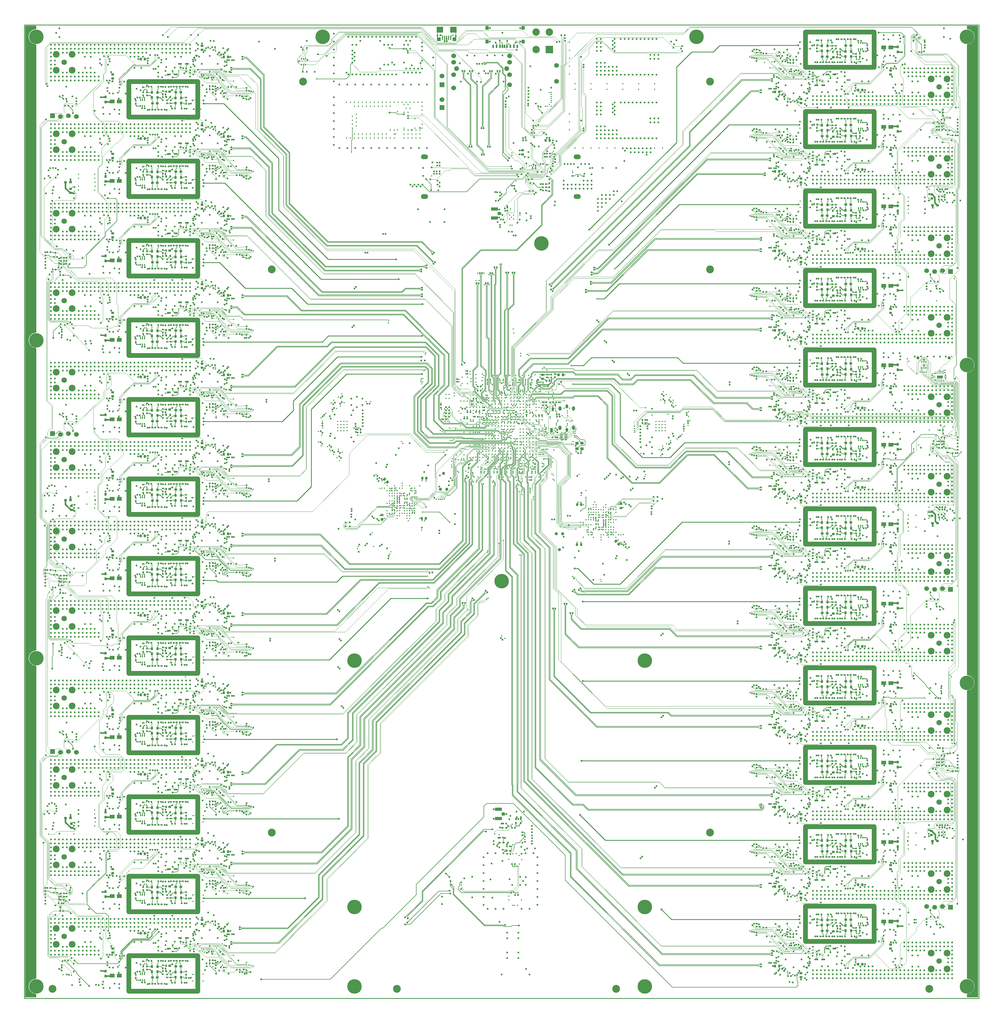
<source format=gbl>
*
*
G04 PADS9.1 Build Number: 384028 generated Gerber (RS-274-X) file*
G04 PC Version=2.1*
*
%IN "radiant_v1_finalcheck.p"*%
*
%MOIN*%
*
%FSLAX35Y35*%
*
*
*
*
G04 PC Standard Apertures*
*
*
G04 Thermal Relief Aperture macro.*
%AMTER*
1,1,$1,0,0*
1,0,$1-$2,0,0*
21,0,$3,$4,0,0,45*
21,0,$3,$4,0,0,135*
%
*
*
G04 Annular Aperture macro.*
%AMANN*
1,1,$1,0,0*
1,0,$2,0,0*
%
*
*
G04 Odd Aperture macro.*
%AMODD*
1,1,$1,0,0*
1,0,$1-0.005,0,0*
%
*
*
G04 PC Custom Aperture Macros*
*
*
*
*
*
*
G04 PC Aperture Table*
*
%ADD010C,0.001*%
%ADD011C,0.069*%
%ADD012C,0.085*%
%ADD015R,0.02X0.024*%
%ADD016C,0.012*%
%ADD017C,0.002*%
%ADD022R,0.024X0.02*%
%ADD023R,0.025X0.02*%
%ADD028R,0.01969X0.01969*%
%ADD036R,0.01969X0.02362*%
%ADD043R,0.035X0.028*%
%ADD044R,0.038X0.03*%
%ADD052R,0.06X0.06*%
%ADD053C,0.06*%
%ADD062R,0.02362X0.01969*%
%ADD066R,0.05906X0.05906*%
%ADD073O,0.09055X0.05906*%
%ADD083R,0.012X0.016*%
%ADD084R,0.016X0.012*%
%ADD086R,0.01181X0.01378*%
%ADD087R,0.00945X0.03543*%
%ADD088R,0.03543X0.00945*%
%ADD089R,0.0748X0.03543*%
%ADD098R,0.093X0.093*%
%ADD099C,0.093*%
%ADD102O,0.03937X0.05512*%
%ADD106C,0.183*%
%ADD110C,0.06102*%
%ADD112C,0.039*%
%ADD115C,0.03937*%
%ADD116R,0.08661X0.04134*%
%ADD117R,0.04134X0.03937*%
%ADD125R,0.051X0.024*%
%ADD130C,0.05906*%
%ADD132C,0.006*%
%ADD133C,0.004*%
%ADD134C,0.01*%
%ADD135C,0.007*%
%ADD136C,0.02*%
%ADD137C,0.003*%
%ADD138C,0.024*%
%ADD139C,0.016*%
%ADD140C,0.015*%
%ADD141C,0.009*%
%ADD143R,0.02X0.025*%
%ADD144R,0.028X0.035*%
%ADD145R,0.016X0.024*%
%ADD146R,0.02362X0.0315*%
%ADD147R,0.03543X0.0315*%
%ADD148R,0.06X0.05*%
%ADD149R,0.01063X0.01181*%
%ADD150R,0.03X0.038*%
%ADD151R,0.01654X0.02362*%
%ADD152R,0.01575X0.01024*%
%ADD153R,0.0365X0.05618*%
%ADD154R,0.01575X0.00906*%
%ADD155R,0.0315X0.05118*%
%ADD156R,0.04134X0.04724*%
%ADD157R,0.01969X0.03937*%
%ADD158R,0.01575X0.05315*%
%ADD159R,0.04724X0.05118*%
%ADD160R,0.08465X0.0748*%
%ADD161R,0.00866X0.03307*%
%ADD344C,0.09843*%
%ADD345C,0.0063*%
%ADD348R,0.03937X0.03543*%
%ADD356O,0.03543X0.05118*%
*
*
*
*
G04 PC Circuitry*
G04 Layer Name radiant_v1_finalcheck.p - circuitry*
%LPD*%
*
*
G04 PC Custom Flashes*
G04 Layer Name radiant_v1_finalcheck.p - flashes*
%LPD*%
*
*
G04 PC Circuitry*
G04 Layer Name radiant_v1_finalcheck.p - circuitry*
%LPD*%
*
G54D10*
G54D11*
G01X150000Y178000D03*
Y278000D03*
Y378000D03*
Y478000D03*
Y578000D03*
Y678000D03*
Y778000D03*
Y878000D03*
Y978000D03*
Y1078000D03*
Y1178000D03*
Y1278000D03*
X1250000Y1247000D03*
Y1147000D03*
Y1047000D03*
Y947000D03*
Y847000D03*
Y747000D03*
Y647000D03*
Y547000D03*
Y447000D03*
Y347000D03*
Y247000D03*
Y147000D03*
G54D12*
X140000Y188000D03*
X160000D03*
X140000Y168000D03*
X160000D03*
X140000Y288000D03*
X160000D03*
X140000Y268000D03*
X160000D03*
X140000Y388000D03*
X160000D03*
X140000Y368000D03*
X160000D03*
X140000Y488000D03*
X160000D03*
X140000Y468000D03*
X160000D03*
X140000Y588000D03*
X160000D03*
X140000Y568000D03*
X160000D03*
X140000Y688000D03*
X160000D03*
X140000Y668000D03*
X160000D03*
X140000Y788000D03*
X160000D03*
X140000Y768000D03*
X160000D03*
X140000Y888000D03*
X160000D03*
X140000Y868000D03*
X160000D03*
X140000Y988000D03*
X160000D03*
X140000Y968000D03*
X160000D03*
X140000Y1088000D03*
X160000D03*
X140000Y1068000D03*
X160000D03*
X140000Y1188000D03*
X160000D03*
X140000Y1168000D03*
X160000D03*
X140000Y1288000D03*
X160000D03*
X140000Y1268000D03*
X160000D03*
X1260000Y1237000D03*
X1240000D03*
X1260000Y1257000D03*
X1240000D03*
X1260000Y1137000D03*
X1240000D03*
X1260000Y1157000D03*
X1240000D03*
X1260000Y1037000D03*
X1240000D03*
X1260000Y1057000D03*
X1240000D03*
X1260000Y937000D03*
X1240000D03*
X1260000Y957000D03*
X1240000D03*
X1260000Y837000D03*
X1240000D03*
X1260000Y857000D03*
X1240000D03*
X1260000Y737000D03*
X1240000D03*
X1260000Y757000D03*
X1240000D03*
X1260000Y637000D03*
X1240000D03*
X1260000Y657000D03*
X1240000D03*
X1260000Y537000D03*
X1240000D03*
X1260000Y557000D03*
X1240000D03*
X1260000Y437000D03*
X1240000D03*
X1260000Y457000D03*
X1240000D03*
X1260000Y337000D03*
X1240000D03*
X1260000Y357000D03*
X1240000D03*
X1260000Y237000D03*
X1240000D03*
X1260000Y257000D03*
X1240000D03*
X1260000Y137000D03*
X1240000D03*
X1260000Y157000D03*
X1240000D03*
G54D15*
X339772Y297000D03*
X336228D03*
X339772Y397000D03*
X336228D03*
X339772Y497000D03*
X336228D03*
X340272Y197000D03*
X336728D03*
X331928Y158500D03*
X335472D03*
X264826Y118099D03*
X268370D03*
X268326Y147099D03*
X271870D03*
X272826Y118099D03*
X276370D03*
X260870D03*
X257326D03*
X259870Y147099D03*
X256326D03*
X289370Y119599D03*
X285826D03*
X287870Y147099D03*
X284326D03*
X299326D03*
X302870D03*
X297826Y119599D03*
X301370D03*
X291826Y147099D03*
X295370D03*
X303326Y125599D03*
X306870D03*
X303326Y225599D03*
X306870D03*
X291826Y247099D03*
X295370D03*
X297826Y219599D03*
X301370D03*
X299326Y247099D03*
X302870D03*
X287870D03*
X284326D03*
X289370Y219599D03*
X285826D03*
X268326Y247099D03*
X271870D03*
X272826Y218099D03*
X276370D03*
X260870D03*
X257326D03*
X259870Y247099D03*
X256326D03*
X264826Y218099D03*
X268370D03*
X207272Y355000D03*
X203728D03*
X291826Y347099D03*
X295370D03*
X303326Y325599D03*
X306870D03*
X297826Y319599D03*
X301370D03*
X299326Y347099D03*
X302870D03*
X287870D03*
X284326D03*
X289370Y319599D03*
X285826D03*
X259870Y347099D03*
X256326D03*
X260870Y318099D03*
X257326D03*
X272826D03*
X276370D03*
X268326Y347099D03*
X271870D03*
X264826Y318099D03*
X268370D03*
X207272Y455000D03*
X203728D03*
X264826Y418099D03*
X268370D03*
X272826D03*
X276370D03*
X260870D03*
X257326D03*
X259870Y447099D03*
X256326D03*
X268326D03*
X271870D03*
X303326Y425599D03*
X306870D03*
X289370Y419599D03*
X285826D03*
X287870Y447099D03*
X284326D03*
X299326D03*
X302870D03*
X297826Y419599D03*
X301370D03*
X291826Y447099D03*
X295370D03*
X207272Y155000D03*
X203728D03*
X331928Y258500D03*
X335472D03*
X207272Y255000D03*
X203728D03*
X331928Y358500D03*
X335472D03*
X331928Y458500D03*
X335472D03*
X331928Y558500D03*
X335472D03*
X340272Y597000D03*
X336728D03*
X287870Y547099D03*
X284326D03*
X289370Y519599D03*
X285826D03*
X291826Y547099D03*
X295370D03*
X268326D03*
X271870D03*
X259870D03*
X256326D03*
X264826Y518099D03*
X268370D03*
X297826Y519599D03*
X301370D03*
X299326Y547099D03*
X302870D03*
X303326Y525599D03*
X306870D03*
X272826Y518099D03*
X276370D03*
X260870D03*
X257326D03*
X339772Y697000D03*
X336228D03*
X331928Y658500D03*
X335472D03*
X299326Y647099D03*
X302870D03*
X287870D03*
X284326D03*
X289370Y619599D03*
X285826D03*
X291826Y647099D03*
X295370D03*
X268326D03*
X271870D03*
X259870D03*
X256326D03*
X264826Y618099D03*
X268370D03*
X297826Y619599D03*
X301370D03*
X303326Y625599D03*
X306870D03*
X272826Y618099D03*
X276370D03*
X260870D03*
X257326D03*
X331928Y758500D03*
X335472D03*
X207272Y555000D03*
X203728D03*
X339772Y797000D03*
X336228D03*
X207272Y655000D03*
X203728D03*
X299326Y747099D03*
X302870D03*
X287870D03*
X284326D03*
X289370Y719599D03*
X285826D03*
X291826Y747099D03*
X295370D03*
X268326D03*
X271870D03*
X259870D03*
X256326D03*
X264826Y718099D03*
X268370D03*
X297826Y719599D03*
X301370D03*
X303326Y725599D03*
X306870D03*
X272826Y718099D03*
X276370D03*
X260870D03*
X257326D03*
X331928Y858500D03*
X335472D03*
X207272Y755000D03*
X203728D03*
X339772Y897000D03*
X336228D03*
X207272Y855000D03*
X203728D03*
X299326Y847099D03*
X302870D03*
X303326Y825599D03*
X306870D03*
X268326Y847099D03*
X271870D03*
X272826Y818099D03*
X276370D03*
X259870Y847099D03*
X256326D03*
X264826Y818099D03*
X268370D03*
X297826Y819599D03*
X301370D03*
X260870Y818099D03*
X257326D03*
X287870Y847099D03*
X284326D03*
X289370Y819599D03*
X285826D03*
X291826Y847099D03*
X295370D03*
X346772Y146000D03*
X343228D03*
X346772Y246000D03*
X343228D03*
X346813Y346000D03*
X343269D03*
X346772Y446000D03*
X343228D03*
X346772Y546000D03*
X343228D03*
X346772Y646000D03*
X343228D03*
X346813Y746000D03*
X343269D03*
X346772Y846000D03*
X343228D03*
X207272Y1055000D03*
X203728D03*
X207272Y1155000D03*
X203728D03*
X331928Y1258500D03*
X335472D03*
X207272Y1255000D03*
X203728D03*
X331928Y1158500D03*
X335472D03*
X207272Y955000D03*
X203728D03*
X331928Y1058500D03*
X335472D03*
X340272Y997000D03*
X336728D03*
X331928Y958500D03*
X335472D03*
X297826Y1219599D03*
X301370D03*
X299326Y1247099D03*
X302870D03*
X287870D03*
X284326D03*
X289370Y1219599D03*
X285826D03*
X291826Y1247099D03*
X295370D03*
X303326Y1225599D03*
X306870D03*
X268326Y1247099D03*
X271870D03*
X272826Y1218099D03*
X276370D03*
X260870D03*
X257326D03*
X259870Y1247099D03*
X256326D03*
X264826Y1218099D03*
X268370D03*
X346772Y1246000D03*
X343228D03*
X339772Y1297000D03*
X336228D03*
X297826Y1119599D03*
X301370D03*
X299326Y1147099D03*
X302870D03*
X287870D03*
X284326D03*
X289370Y1119599D03*
X285826D03*
X291826Y1147099D03*
X295370D03*
X303326Y1125599D03*
X306870D03*
X268326Y1147099D03*
X271870D03*
X272826Y1118099D03*
X276370D03*
X260870D03*
X257326D03*
X259870Y1147099D03*
X256326D03*
X264826Y1118099D03*
X268370D03*
X346813Y1146000D03*
X343269D03*
X339772Y1197000D03*
X336228D03*
X297826Y1019599D03*
X301370D03*
X299326Y1047099D03*
X302870D03*
X287870D03*
X284326D03*
X289370Y1019599D03*
X285826D03*
X291826Y1047099D03*
X295370D03*
X303326Y1025599D03*
X306870D03*
X268326Y1047099D03*
X271870D03*
X272826Y1018099D03*
X276370D03*
X260870D03*
X257326D03*
X259870Y1047099D03*
X256326D03*
X264826Y1018099D03*
X268370D03*
X346772Y1046000D03*
X343228D03*
X339772Y1097000D03*
X336228D03*
X297826Y919599D03*
X301370D03*
X299326Y947099D03*
X302870D03*
X287870D03*
X284326D03*
X289370Y919599D03*
X285826D03*
X291826Y947099D03*
X295370D03*
X303326Y925599D03*
X306870D03*
X268326Y947099D03*
X271870D03*
X272826Y918099D03*
X276370D03*
X260870D03*
X257326D03*
X259870Y947099D03*
X256326D03*
X264826Y918099D03*
X268370D03*
X346772Y946000D03*
X343228D03*
X1254228Y1118000D03*
X1257772D03*
X1053228Y1279000D03*
X1056772D03*
X1059728Y1228000D03*
X1063272D03*
X1068072Y1266500D03*
X1064528D03*
X1102174Y1305401D03*
X1098630D03*
X1100674Y1277901D03*
X1097130D03*
X1112130D03*
X1115674D03*
X1110630Y1305401D03*
X1114174D03*
X1108174Y1277901D03*
X1104630D03*
X1096674Y1299401D03*
X1093130D03*
X1131674Y1277901D03*
X1128130D03*
X1127174Y1306901D03*
X1123630D03*
X1139130D03*
X1142674D03*
X1140130Y1277901D03*
X1143674D03*
X1135174Y1306901D03*
X1131630D03*
X1068072Y1166500D03*
X1064528D03*
X1060228Y1128000D03*
X1063772D03*
X1053228Y1179000D03*
X1056772D03*
X1102174Y1205401D03*
X1098630D03*
X1100674Y1177901D03*
X1097130D03*
X1112130D03*
X1115674D03*
X1110630Y1205401D03*
X1114174D03*
X1108174Y1177901D03*
X1104630D03*
X1096674Y1199401D03*
X1093130D03*
X1131674Y1177901D03*
X1128130D03*
X1127174Y1206901D03*
X1123630D03*
X1139130D03*
X1142674D03*
X1140130Y1177901D03*
X1143674D03*
X1135174Y1206901D03*
X1131630D03*
X1053187Y1079000D03*
X1056731D03*
X1068072Y1066500D03*
X1064528D03*
X1192728Y1270000D03*
X1196272D03*
X1060228Y1028000D03*
X1063772D03*
X1102174Y1105401D03*
X1098630D03*
X1100674Y1077901D03*
X1097130D03*
X1112130D03*
X1115674D03*
X1110630Y1105401D03*
X1114174D03*
X1192728Y1170000D03*
X1196272D03*
X1108174Y1077901D03*
X1104630D03*
X1096674Y1099401D03*
X1093130D03*
X1131674Y1077901D03*
X1128130D03*
X1127174Y1106901D03*
X1123630D03*
X1139130D03*
X1142674D03*
X1140130Y1077901D03*
X1143674D03*
X1135174Y1106901D03*
X1131630D03*
X1053228Y979000D03*
X1056772D03*
X1068072Y966500D03*
X1064528D03*
X1192728Y1070000D03*
X1196272D03*
X1060228Y928000D03*
X1063772D03*
X1192728Y970000D03*
X1196272D03*
X1102174Y1005401D03*
X1098630D03*
X1100674Y977901D03*
X1097130D03*
X1112130D03*
X1115674D03*
X1110630Y1005401D03*
X1114174D03*
X1096674Y999401D03*
X1093130D03*
X1131674Y977901D03*
X1128130D03*
X1127174Y1006901D03*
X1123630D03*
X1139130D03*
X1142674D03*
X1140130Y977901D03*
X1143674D03*
X1108174D03*
X1104630D03*
X1135174Y1006901D03*
X1131630D03*
X1254228Y718000D03*
X1257772D03*
X1068072Y866500D03*
X1064528D03*
X1053228Y879000D03*
X1056772D03*
X1059728Y828000D03*
X1063272D03*
X1102174Y905401D03*
X1098630D03*
X1100674Y877901D03*
X1097130D03*
X1112130D03*
X1115674D03*
X1110630Y905401D03*
X1114174D03*
X1108174Y877901D03*
X1104630D03*
X1096674Y899401D03*
X1093130D03*
X1131674Y877901D03*
X1128130D03*
X1127174Y906901D03*
X1123630D03*
X1139130D03*
X1142674D03*
X1140130Y877901D03*
X1143674D03*
X1135174Y906901D03*
X1131630D03*
X1053228Y779000D03*
X1056772D03*
X1068072Y766500D03*
X1064528D03*
X1060228Y728000D03*
X1063772D03*
X1102174Y805401D03*
X1098630D03*
X1100674Y777901D03*
X1097130D03*
X1112130D03*
X1115674D03*
X1110630Y805401D03*
X1114174D03*
X1108174Y777901D03*
X1104630D03*
X1096674Y799401D03*
X1093130D03*
X1131674Y777901D03*
X1128130D03*
X1127174Y806901D03*
X1123630D03*
X1139130D03*
X1142674D03*
X1140130Y777901D03*
X1143674D03*
X1135174Y806901D03*
X1131630D03*
X1053187Y679000D03*
X1056731D03*
X1068072Y666500D03*
X1064528D03*
X1192728Y870000D03*
X1196272D03*
X1060228Y628000D03*
X1063772D03*
X1102174Y705401D03*
X1098630D03*
X1100674Y677901D03*
X1097130D03*
X1112130D03*
X1115674D03*
X1110630Y705401D03*
X1114174D03*
X1192728Y770000D03*
X1196272D03*
X1108174Y677901D03*
X1104630D03*
X1096674Y699401D03*
X1093130D03*
X1131674Y677901D03*
X1128130D03*
X1127174Y706901D03*
X1123630D03*
X1139130D03*
X1142674D03*
X1140130Y677901D03*
X1143674D03*
X1135174Y706901D03*
X1131630D03*
X1053228Y579000D03*
X1056772D03*
X1068072Y566500D03*
X1064528D03*
X1192728Y670000D03*
X1196272D03*
X1060228Y528000D03*
X1063772D03*
X1102174Y605401D03*
X1098630D03*
X1100674Y577901D03*
X1097130D03*
X1112130D03*
X1115674D03*
X1110630Y605401D03*
X1114174D03*
X1192728Y570000D03*
X1196272D03*
X1108174Y577901D03*
X1104630D03*
X1096674Y599401D03*
X1093130D03*
X1131674Y577901D03*
X1128130D03*
X1127174Y606901D03*
X1123630D03*
X1139130D03*
X1142674D03*
X1140130Y577901D03*
X1143674D03*
X1135174Y606901D03*
X1131630D03*
X1068072Y466500D03*
X1064528D03*
X1053228Y479000D03*
X1056772D03*
X1059728Y428000D03*
X1063272D03*
X1053228Y379000D03*
X1056772D03*
X1068072Y366500D03*
X1064528D03*
X1060228Y328000D03*
X1063772D03*
X1053187Y279000D03*
X1056731D03*
X1068072Y266500D03*
X1064528D03*
X1192728Y470000D03*
X1196272D03*
X1060228Y228000D03*
X1063772D03*
X1053228Y179000D03*
X1056772D03*
X1068072Y166500D03*
X1064528D03*
X1192728Y270000D03*
X1196272D03*
X1060228Y128000D03*
X1063772D03*
X1102174Y505401D03*
X1098630D03*
X1100674Y477901D03*
X1097130D03*
X1112130D03*
X1115674D03*
X1110630Y505401D03*
X1114174D03*
X1108174Y477901D03*
X1104630D03*
X1096674Y499401D03*
X1093130D03*
X1131674Y477901D03*
X1128130D03*
X1127174Y506901D03*
X1123630D03*
X1139130D03*
X1142674D03*
X1140130Y477901D03*
X1143674D03*
X1135174Y506901D03*
X1131630D03*
X1102174Y405401D03*
X1098630D03*
X1100674Y377901D03*
X1097130D03*
X1112130D03*
X1115674D03*
X1110630Y405401D03*
X1114174D03*
X1108174Y377901D03*
X1104630D03*
X1096674Y399401D03*
X1093130D03*
X1131674Y377901D03*
X1128130D03*
X1127174Y406901D03*
X1123630D03*
X1139130D03*
X1142674D03*
X1140130Y377901D03*
X1143674D03*
X1135174Y406901D03*
X1131630D03*
X1102174Y305401D03*
X1098630D03*
X1100674Y277901D03*
X1097130D03*
X1112130D03*
X1115674D03*
X1110630Y305401D03*
X1114174D03*
X1108174Y277901D03*
X1104630D03*
X1096674Y299401D03*
X1093130D03*
X1131674Y277901D03*
X1128130D03*
X1127174Y306901D03*
X1123630D03*
X1139130D03*
X1142674D03*
X1140130Y277901D03*
X1143674D03*
X1135174Y306901D03*
X1131630D03*
X1192728Y370000D03*
X1196272D03*
X1192728Y170000D03*
X1196272D03*
X1102174Y205401D03*
X1098630D03*
X1100674Y177901D03*
X1097130D03*
X1112130D03*
X1115674D03*
X1110630Y205401D03*
X1114174D03*
X1108174Y177901D03*
X1104630D03*
X1096674Y199401D03*
X1093130D03*
X1131674Y177901D03*
X1128130D03*
X1127174Y206901D03*
X1123630D03*
X1139130D03*
X1142674D03*
X1140130Y177901D03*
X1143674D03*
X1135174Y206901D03*
X1131630D03*
X1254228Y318000D03*
X1257772D03*
X705772Y320000D03*
X702228D03*
X698172Y1114300D03*
X694628D03*
X716772Y314500D03*
X713228D03*
X710372Y291100D03*
X706828D03*
X701772Y302100D03*
X698228D03*
X716772Y269000D03*
X713228D03*
X717228Y230000D03*
X720772D03*
X350772Y139000D03*
X347228D03*
X350772Y239000D03*
X347228D03*
X1253272Y1105000D03*
X1249728D03*
X1253772Y705000D03*
X1250228D03*
X1253572Y304800D03*
X1250028D03*
X350772Y539000D03*
X347228D03*
X350772Y639000D03*
X347228D03*
X350772Y739000D03*
X347228D03*
X350772Y839000D03*
X347228D03*
X350772Y939000D03*
X347228D03*
X350772Y1039000D03*
X347228D03*
X350772Y1139000D03*
X347228D03*
X350772Y1239000D03*
X347228D03*
X1049228Y1286000D03*
X1052772D03*
X1049228Y1186000D03*
X1052772D03*
X1049228Y1086000D03*
X1052772D03*
X1049228Y986000D03*
X1052772D03*
X350772Y339000D03*
X347228D03*
X350772Y439000D03*
X347228D03*
X626628Y828600D03*
X630172D03*
X666628Y831800D03*
X670172D03*
X653228Y829500D03*
X656772D03*
X660772Y837500D03*
X657228D03*
X721828Y823200D03*
X725372D03*
X654272Y842000D03*
X650728D03*
X674172Y850000D03*
X670628D03*
X673772Y869700D03*
X670228D03*
X664728Y854500D03*
X668272D03*
X747228Y834000D03*
X750772D03*
X700428Y861400D03*
X703972D03*
X1049228Y886000D03*
X1052772D03*
X1049228Y786000D03*
X1052772D03*
X1049228Y686000D03*
X1052772D03*
X1049228Y586000D03*
X1052772D03*
X1049228Y486000D03*
X1052772D03*
X1049228Y386000D03*
X1052772D03*
X1049228Y286000D03*
X1052772D03*
X1049228Y186000D03*
X1052772D03*
X742772Y1144500D03*
X739228D03*
X727228Y1179500D03*
X730772D03*
X673772Y864500D03*
X670228D03*
X768728Y850000D03*
X772272D03*
X769728Y832000D03*
X773272D03*
X756728Y876700D03*
X760272D03*
X796228Y786000D03*
X799772D03*
X733528Y810300D03*
X737072D03*
G54D16*
X726500Y761000D02*
X722300D01*
X722100*
X749300Y761100D02*
X759000Y770800D01*
Y779000*
X758900Y872095D02*
X759595D01*
X762500Y875000*
Y878000*
X758900Y870000D02*
Y872095D01*
X744400Y873605D02*
Y877400D01*
X746000Y879000*
X744400Y873605D02*
X746005Y872000D01*
X758805*
X758900Y872095*
G54D17*
X352108Y191359D02*
X350858Y190108D01*
X352108Y188858*
X353359Y190108*
X352108Y191359*
X351966Y189000D02*
X352251D01*
X351766Y189200D02*
X352451D01*
X351566Y189400D02*
X352651D01*
X351366Y189600D02*
X352851D01*
X351166Y189800D02*
X353051D01*
X350966Y190000D02*
X353251D01*
X350949Y190200D02*
X353267D01*
X351149Y190400D02*
X353067D01*
X351349Y190600D02*
X352867D01*
X351549Y190800D02*
X352667D01*
X351749Y191000D02*
X352467D01*
X351949Y191200D02*
X352267D01*
X351000Y189966D02*
Y190251D01*
X351200Y189766D02*
Y190451D01*
X351400Y189566D02*
Y190651D01*
X351600Y189366D02*
Y190851D01*
X351800Y189166D02*
Y191051D01*
X352000Y188966D02*
Y191251D01*
X352200Y188949D02*
Y191267D01*
X352400Y189149D02*
Y191067D01*
X352600Y189349D02*
Y190867D01*
X352800Y189549D02*
Y190667D01*
X353000Y189749D02*
Y190467D01*
X353200Y189949D02*
Y190267D01*
X354892Y194142D02*
X353641Y192892D01*
X354892Y191641*
X356142Y192892*
X354892Y194142*
X354733Y191800D02*
X355051D01*
X354533Y192000D02*
X355251D01*
X354333Y192200D02*
X355451D01*
X354133Y192400D02*
X355651D01*
X353933Y192600D02*
X355851D01*
X353733Y192800D02*
X356051D01*
X353749Y193000D02*
X356034D01*
X353949Y193200D02*
X355834D01*
X354149Y193400D02*
X355634D01*
X354349Y193600D02*
X355434D01*
X354549Y193800D02*
X355234D01*
X354749Y194000D02*
X355034D01*
X353800Y192733D02*
Y193051D01*
X354000Y192533D02*
Y193251D01*
X354200Y192333D02*
Y193451D01*
X354400Y192133D02*
Y193651D01*
X354600Y191933D02*
Y193851D01*
X354800Y191733D02*
Y194051D01*
X355000Y191749D02*
Y194034D01*
X355200Y191949D02*
Y193834D01*
X355400Y192149D02*
Y193634D01*
X355600Y192349D02*
Y193434D01*
X355800Y192549D02*
Y193234D01*
X356000Y192749D02*
Y193034D01*
X347559Y158492D02*
X346308Y159742D01*
X345058Y158492*
X346308Y157241*
X347559Y158492*
X346149Y157400D02*
X346467D01*
X345949Y157600D02*
X346667D01*
X345749Y157800D02*
X346867D01*
X345549Y158000D02*
X347067D01*
X345349Y158200D02*
X347267D01*
X345149Y158400D02*
X347467D01*
X345166Y158600D02*
X347451D01*
X345366Y158800D02*
X347251D01*
X345566Y159000D02*
X347051D01*
X345766Y159200D02*
X346851D01*
X345966Y159400D02*
X346651D01*
X346166Y159600D02*
X346451D01*
X345200Y158349D02*
Y158634D01*
X345400Y158149D02*
Y158834D01*
X345600Y157949D02*
Y159034D01*
X345800Y157749D02*
Y159234D01*
X346000Y157549D02*
Y159434D01*
X346200Y157349D02*
Y159634D01*
X346400Y157333D02*
Y159651D01*
X346600Y157533D02*
Y159451D01*
X346800Y157733D02*
Y159251D01*
X347000Y157933D02*
Y159051D01*
X347200Y158133D02*
Y158851D01*
X347400Y158333D02*
Y158651D01*
X350342Y155708D02*
X349092Y156959D01*
X347841Y155708*
X349092Y154458*
X350342Y155708*
X348949Y154600D02*
X349234D01*
X348749Y154800D02*
X349434D01*
X348549Y155000D02*
X349634D01*
X348349Y155200D02*
X349834D01*
X348149Y155400D02*
X350034D01*
X347949Y155600D02*
X350234D01*
X347933Y155800D02*
X350251D01*
X348133Y156000D02*
X350051D01*
X348333Y156200D02*
X349851D01*
X348533Y156400D02*
X349651D01*
X348733Y156600D02*
X349451D01*
X348933Y156800D02*
X349251D01*
X348000Y155549D02*
Y155867D01*
X348200Y155349D02*
Y156067D01*
X348400Y155149D02*
Y156267D01*
X348600Y154949D02*
Y156467D01*
X348800Y154749D02*
Y156667D01*
X349000Y154549D02*
Y156867D01*
X349200Y154566D02*
Y156851D01*
X349400Y154766D02*
Y156651D01*
X349600Y154966D02*
Y156451D01*
X349800Y155166D02*
Y156251D01*
X350000Y155366D02*
Y156051D01*
X350200Y155566D02*
Y155851D01*
X352108Y291359D02*
X350858Y290108D01*
X352108Y288858*
X353359Y290108*
X352108Y291359*
X351966Y289000D02*
X352251D01*
X351766Y289200D02*
X352451D01*
X351566Y289400D02*
X352651D01*
X351366Y289600D02*
X352851D01*
X351166Y289800D02*
X353051D01*
X350966Y290000D02*
X353251D01*
X350949Y290200D02*
X353267D01*
X351149Y290400D02*
X353067D01*
X351349Y290600D02*
X352867D01*
X351549Y290800D02*
X352667D01*
X351749Y291000D02*
X352467D01*
X351949Y291200D02*
X352267D01*
X351000Y289966D02*
Y290251D01*
X351200Y289766D02*
Y290451D01*
X351400Y289566D02*
Y290651D01*
X351600Y289366D02*
Y290851D01*
X351800Y289166D02*
Y291051D01*
X352000Y288966D02*
Y291251D01*
X352200Y288949D02*
Y291267D01*
X352400Y289149D02*
Y291067D01*
X352600Y289349D02*
Y290867D01*
X352800Y289549D02*
Y290667D01*
X353000Y289749D02*
Y290467D01*
X353200Y289949D02*
Y290267D01*
X354892Y294142D02*
X353641Y292892D01*
X354892Y291641*
X356142Y292892*
X354892Y294142*
X354733Y291800D02*
X355051D01*
X354533Y292000D02*
X355251D01*
X354333Y292200D02*
X355451D01*
X354133Y292400D02*
X355651D01*
X353933Y292600D02*
X355851D01*
X353733Y292800D02*
X356051D01*
X353749Y293000D02*
X356034D01*
X353949Y293200D02*
X355834D01*
X354149Y293400D02*
X355634D01*
X354349Y293600D02*
X355434D01*
X354549Y293800D02*
X355234D01*
X354749Y294000D02*
X355034D01*
X353800Y292733D02*
Y293051D01*
X354000Y292533D02*
Y293251D01*
X354200Y292333D02*
Y293451D01*
X354400Y292133D02*
Y293651D01*
X354600Y291933D02*
Y293851D01*
X354800Y291733D02*
Y294051D01*
X355000Y291749D02*
Y294034D01*
X355200Y291949D02*
Y293834D01*
X355400Y292149D02*
Y293634D01*
X355600Y292349D02*
Y293434D01*
X355800Y292549D02*
Y293234D01*
X356000Y292749D02*
Y293034D01*
X347559Y258492D02*
X346308Y259742D01*
X345058Y258492*
X346308Y257241*
X347559Y258492*
X346149Y257400D02*
X346467D01*
X345949Y257600D02*
X346667D01*
X345749Y257800D02*
X346867D01*
X345549Y258000D02*
X347067D01*
X345349Y258200D02*
X347267D01*
X345149Y258400D02*
X347467D01*
X345166Y258600D02*
X347451D01*
X345366Y258800D02*
X347251D01*
X345566Y259000D02*
X347051D01*
X345766Y259200D02*
X346851D01*
X345966Y259400D02*
X346651D01*
X346166Y259600D02*
X346451D01*
X345200Y258349D02*
Y258634D01*
X345400Y258149D02*
Y258834D01*
X345600Y257949D02*
Y259034D01*
X345800Y257749D02*
Y259234D01*
X346000Y257549D02*
Y259434D01*
X346200Y257349D02*
Y259634D01*
X346400Y257333D02*
Y259651D01*
X346600Y257533D02*
Y259451D01*
X346800Y257733D02*
Y259251D01*
X347000Y257933D02*
Y259051D01*
X347200Y258133D02*
Y258851D01*
X347400Y258333D02*
Y258651D01*
X350342Y255708D02*
X349092Y256959D01*
X347841Y255708*
X349092Y254458*
X350342Y255708*
X348949Y254600D02*
X349234D01*
X348749Y254800D02*
X349434D01*
X348549Y255000D02*
X349634D01*
X348349Y255200D02*
X349834D01*
X348149Y255400D02*
X350034D01*
X347949Y255600D02*
X350234D01*
X347933Y255800D02*
X350251D01*
X348133Y256000D02*
X350051D01*
X348333Y256200D02*
X349851D01*
X348533Y256400D02*
X349651D01*
X348733Y256600D02*
X349451D01*
X348933Y256800D02*
X349251D01*
X348000Y255549D02*
Y255867D01*
X348200Y255349D02*
Y256067D01*
X348400Y255149D02*
Y256267D01*
X348600Y254949D02*
Y256467D01*
X348800Y254749D02*
Y256667D01*
X349000Y254549D02*
Y256867D01*
X349200Y254566D02*
Y256851D01*
X349400Y254766D02*
Y256651D01*
X349600Y254966D02*
Y256451D01*
X349800Y255166D02*
Y256251D01*
X350000Y255366D02*
Y256051D01*
X350200Y255566D02*
Y255851D01*
X352108Y391359D02*
X350858Y390108D01*
X352108Y388858*
X353359Y390108*
X352108Y391359*
X351966Y389000D02*
X352251D01*
X351766Y389200D02*
X352451D01*
X351566Y389400D02*
X352651D01*
X351366Y389600D02*
X352851D01*
X351166Y389800D02*
X353051D01*
X350966Y390000D02*
X353251D01*
X350949Y390200D02*
X353267D01*
X351149Y390400D02*
X353067D01*
X351349Y390600D02*
X352867D01*
X351549Y390800D02*
X352667D01*
X351749Y391000D02*
X352467D01*
X351949Y391200D02*
X352267D01*
X351000Y389966D02*
Y390251D01*
X351200Y389766D02*
Y390451D01*
X351400Y389566D02*
Y390651D01*
X351600Y389366D02*
Y390851D01*
X351800Y389166D02*
Y391051D01*
X352000Y388966D02*
Y391251D01*
X352200Y388949D02*
Y391267D01*
X352400Y389149D02*
Y391067D01*
X352600Y389349D02*
Y390867D01*
X352800Y389549D02*
Y390667D01*
X353000Y389749D02*
Y390467D01*
X353200Y389949D02*
Y390267D01*
X354892Y394142D02*
X353641Y392892D01*
X354892Y391641*
X356142Y392892*
X354892Y394142*
X354733Y391800D02*
X355051D01*
X354533Y392000D02*
X355251D01*
X354333Y392200D02*
X355451D01*
X354133Y392400D02*
X355651D01*
X353933Y392600D02*
X355851D01*
X353733Y392800D02*
X356051D01*
X353749Y393000D02*
X356034D01*
X353949Y393200D02*
X355834D01*
X354149Y393400D02*
X355634D01*
X354349Y393600D02*
X355434D01*
X354549Y393800D02*
X355234D01*
X354749Y394000D02*
X355034D01*
X353800Y392733D02*
Y393051D01*
X354000Y392533D02*
Y393251D01*
X354200Y392333D02*
Y393451D01*
X354400Y392133D02*
Y393651D01*
X354600Y391933D02*
Y393851D01*
X354800Y391733D02*
Y394051D01*
X355000Y391749D02*
Y394034D01*
X355200Y391949D02*
Y393834D01*
X355400Y392149D02*
Y393634D01*
X355600Y392349D02*
Y393434D01*
X355800Y392549D02*
Y393234D01*
X356000Y392749D02*
Y393034D01*
X347559Y358492D02*
X346308Y359742D01*
X345058Y358492*
X346308Y357241*
X347559Y358492*
X346149Y357400D02*
X346467D01*
X345949Y357600D02*
X346667D01*
X345749Y357800D02*
X346867D01*
X345549Y358000D02*
X347067D01*
X345349Y358200D02*
X347267D01*
X345149Y358400D02*
X347467D01*
X345166Y358600D02*
X347451D01*
X345366Y358800D02*
X347251D01*
X345566Y359000D02*
X347051D01*
X345766Y359200D02*
X346851D01*
X345966Y359400D02*
X346651D01*
X346166Y359600D02*
X346451D01*
X345200Y358349D02*
Y358634D01*
X345400Y358149D02*
Y358834D01*
X345600Y357949D02*
Y359034D01*
X345800Y357749D02*
Y359234D01*
X346000Y357549D02*
Y359434D01*
X346200Y357349D02*
Y359634D01*
X346400Y357333D02*
Y359651D01*
X346600Y357533D02*
Y359451D01*
X346800Y357733D02*
Y359251D01*
X347000Y357933D02*
Y359051D01*
X347200Y358133D02*
Y358851D01*
X347400Y358333D02*
Y358651D01*
X350342Y355708D02*
X349092Y356959D01*
X347841Y355708*
X349092Y354458*
X350342Y355708*
X348949Y354600D02*
X349234D01*
X348749Y354800D02*
X349434D01*
X348549Y355000D02*
X349634D01*
X348349Y355200D02*
X349834D01*
X348149Y355400D02*
X350034D01*
X347949Y355600D02*
X350234D01*
X347933Y355800D02*
X350251D01*
X348133Y356000D02*
X350051D01*
X348333Y356200D02*
X349851D01*
X348533Y356400D02*
X349651D01*
X348733Y356600D02*
X349451D01*
X348933Y356800D02*
X349251D01*
X348000Y355549D02*
Y355867D01*
X348200Y355349D02*
Y356067D01*
X348400Y355149D02*
Y356267D01*
X348600Y354949D02*
Y356467D01*
X348800Y354749D02*
Y356667D01*
X349000Y354549D02*
Y356867D01*
X349200Y354566D02*
Y356851D01*
X349400Y354766D02*
Y356651D01*
X349600Y354966D02*
Y356451D01*
X349800Y355166D02*
Y356251D01*
X350000Y355366D02*
Y356051D01*
X350200Y355566D02*
Y355851D01*
X347559Y458492D02*
X346308Y459742D01*
X345058Y458492*
X346308Y457241*
X347559Y458492*
X346149Y457400D02*
X346467D01*
X345949Y457600D02*
X346667D01*
X345749Y457800D02*
X346867D01*
X345549Y458000D02*
X347067D01*
X345349Y458200D02*
X347267D01*
X345149Y458400D02*
X347467D01*
X345166Y458600D02*
X347451D01*
X345366Y458800D02*
X347251D01*
X345566Y459000D02*
X347051D01*
X345766Y459200D02*
X346851D01*
X345966Y459400D02*
X346651D01*
X346166Y459600D02*
X346451D01*
X345200Y458349D02*
Y458634D01*
X345400Y458149D02*
Y458834D01*
X345600Y457949D02*
Y459034D01*
X345800Y457749D02*
Y459234D01*
X346000Y457549D02*
Y459434D01*
X346200Y457349D02*
Y459634D01*
X346400Y457333D02*
Y459651D01*
X346600Y457533D02*
Y459451D01*
X346800Y457733D02*
Y459251D01*
X347000Y457933D02*
Y459051D01*
X347200Y458133D02*
Y458851D01*
X347400Y458333D02*
Y458651D01*
X350342Y455708D02*
X349092Y456959D01*
X347841Y455708*
X349092Y454458*
X350342Y455708*
X348949Y454600D02*
X349234D01*
X348749Y454800D02*
X349434D01*
X348549Y455000D02*
X349634D01*
X348349Y455200D02*
X349834D01*
X348149Y455400D02*
X350034D01*
X347949Y455600D02*
X350234D01*
X347933Y455800D02*
X350251D01*
X348133Y456000D02*
X350051D01*
X348333Y456200D02*
X349851D01*
X348533Y456400D02*
X349651D01*
X348733Y456600D02*
X349451D01*
X348933Y456800D02*
X349251D01*
X348000Y455549D02*
Y455867D01*
X348200Y455349D02*
Y456067D01*
X348400Y455149D02*
Y456267D01*
X348600Y454949D02*
Y456467D01*
X348800Y454749D02*
Y456667D01*
X349000Y454549D02*
Y456867D01*
X349200Y454566D02*
Y456851D01*
X349400Y454766D02*
Y456651D01*
X349600Y454966D02*
Y456451D01*
X349800Y455166D02*
Y456251D01*
X350000Y455366D02*
Y456051D01*
X350200Y455566D02*
Y455851D01*
X344606Y188839D02*
X346161Y190394D01*
X344889Y191667*
X343333Y190111*
X344606Y188839*
X344444Y189000D02*
X344767D01*
X344244Y189200D02*
X344967D01*
X344044Y189400D02*
X345167D01*
X343844Y189600D02*
X345367D01*
X343644Y189800D02*
X345567D01*
X343444Y190000D02*
X345767D01*
X343422Y190200D02*
X345967D01*
X343622Y190400D02*
X346156D01*
X343822Y190600D02*
X345956D01*
X344022Y190800D02*
X345756D01*
X344222Y191000D02*
X345556D01*
X344422Y191200D02*
X345356D01*
X344622Y191400D02*
X345156D01*
X344822Y191600D02*
X344956D01*
X343400Y190044D02*
Y190178D01*
X343600Y189844D02*
Y190378D01*
X343800Y189644D02*
Y190578D01*
X344000Y189444D02*
Y190778D01*
X344200Y189244D02*
Y190978D01*
X344400Y189044D02*
Y191178D01*
X344600Y188844D02*
Y191378D01*
X344800Y189033D02*
Y191578D01*
X345000Y189233D02*
Y191556D01*
X345200Y189433D02*
Y191356D01*
X345400Y189633D02*
Y191156D01*
X345600Y189833D02*
Y190956D01*
X345800Y190033D02*
Y190756D01*
X346000Y190233D02*
Y190556D01*
X347111Y186333D02*
X348667Y187889D01*
X347394Y189161*
X345839Y187606*
X347111Y186333*
X347044Y186400D02*
X347178D01*
X346844Y186600D02*
X347378D01*
X346644Y186800D02*
X347578D01*
X346444Y187000D02*
X347778D01*
X346244Y187200D02*
X347978D01*
X346044Y187400D02*
X348178D01*
X345844Y187600D02*
X348378D01*
X346033Y187800D02*
X348578D01*
X346233Y188000D02*
X348556D01*
X346433Y188200D02*
X348356D01*
X346633Y188400D02*
X348156D01*
X346833Y188600D02*
X347956D01*
X347033Y188800D02*
X347756D01*
X347233Y189000D02*
X347556D01*
X346000Y187444D02*
Y187767D01*
X346200Y187244D02*
Y187967D01*
X346400Y187044D02*
Y188167D01*
X346600Y186844D02*
Y188367D01*
X346800Y186644D02*
Y188567D01*
X347000Y186444D02*
Y188767D01*
X347200Y186422D02*
Y188967D01*
X347400Y186622D02*
Y189156D01*
X347600Y186822D02*
Y188956D01*
X347800Y187022D02*
Y188756D01*
X348000Y187222D02*
Y188556D01*
X348200Y187422D02*
Y188356D01*
X348400Y187622D02*
Y188156D01*
X348600Y187822D02*
Y187956D01*
X314839Y186394D02*
X316394Y184839D01*
X317667Y186111*
X316111Y187667*
X314839Y186394*
X316233Y185000D02*
X316556D01*
X316033Y185200D02*
X316756D01*
X315833Y185400D02*
X316956D01*
X315633Y185600D02*
X317156D01*
X315433Y185800D02*
X317356D01*
X315233Y186000D02*
X317556D01*
X315033Y186200D02*
X317578D01*
X314844Y186400D02*
X317378D01*
X315044Y186600D02*
X317178D01*
X315244Y186800D02*
X316978D01*
X315444Y187000D02*
X316778D01*
X315644Y187200D02*
X316578D01*
X315844Y187400D02*
X316378D01*
X316044Y187600D02*
X316178D01*
X315000Y186233D02*
Y186556D01*
X315200Y186033D02*
Y186756D01*
X315400Y185833D02*
Y186956D01*
X315600Y185633D02*
Y187156D01*
X315800Y185433D02*
Y187356D01*
X316000Y185233D02*
Y187556D01*
X316200Y185033D02*
Y187578D01*
X316400Y184844D02*
Y187378D01*
X316600Y185044D02*
Y187178D01*
X316800Y185244D02*
Y186978D01*
X317000Y185444D02*
Y186778D01*
X317200Y185644D02*
Y186578D01*
X317400Y185844D02*
Y186378D01*
X317600Y186044D02*
Y186178D01*
X312333Y183889D02*
X313889Y182333D01*
X315161Y183606*
X313606Y185161*
X312333Y183889*
X313822Y182400D02*
X313956D01*
X313622Y182600D02*
X314156D01*
X313422Y182800D02*
X314356D01*
X313222Y183000D02*
X314556D01*
X313022Y183200D02*
X314756D01*
X312822Y183400D02*
X314956D01*
X312622Y183600D02*
X315156D01*
X312422Y183800D02*
X314967D01*
X312444Y184000D02*
X314767D01*
X312644Y184200D02*
X314567D01*
X312844Y184400D02*
X314367D01*
X313044Y184600D02*
X314167D01*
X313244Y184800D02*
X313967D01*
X313444Y185000D02*
X313767D01*
X312400Y183822D02*
Y183956D01*
X312600Y183622D02*
Y184156D01*
X312800Y183422D02*
Y184356D01*
X313000Y183222D02*
Y184556D01*
X313200Y183022D02*
Y184756D01*
X313400Y182822D02*
Y184956D01*
X313600Y182622D02*
Y185156D01*
X313800Y182422D02*
Y184967D01*
X314000Y182444D02*
Y184767D01*
X314200Y182644D02*
Y184567D01*
X314400Y182844D02*
Y184367D01*
X314600Y183044D02*
Y184167D01*
X314800Y183244D02*
Y183967D01*
X315000Y183444D02*
Y183767D01*
X314839Y286394D02*
X316394Y284839D01*
X317667Y286111*
X316111Y287667*
X314839Y286394*
X316233Y285000D02*
X316556D01*
X316033Y285200D02*
X316756D01*
X315833Y285400D02*
X316956D01*
X315633Y285600D02*
X317156D01*
X315433Y285800D02*
X317356D01*
X315233Y286000D02*
X317556D01*
X315033Y286200D02*
X317578D01*
X314844Y286400D02*
X317378D01*
X315044Y286600D02*
X317178D01*
X315244Y286800D02*
X316978D01*
X315444Y287000D02*
X316778D01*
X315644Y287200D02*
X316578D01*
X315844Y287400D02*
X316378D01*
X316044Y287600D02*
X316178D01*
X315000Y286233D02*
Y286556D01*
X315200Y286033D02*
Y286756D01*
X315400Y285833D02*
Y286956D01*
X315600Y285633D02*
Y287156D01*
X315800Y285433D02*
Y287356D01*
X316000Y285233D02*
Y287556D01*
X316200Y285033D02*
Y287578D01*
X316400Y284844D02*
Y287378D01*
X316600Y285044D02*
Y287178D01*
X316800Y285244D02*
Y286978D01*
X317000Y285444D02*
Y286778D01*
X317200Y285644D02*
Y286578D01*
X317400Y285844D02*
Y286378D01*
X317600Y286044D02*
Y286178D01*
X312333Y283889D02*
X313889Y282333D01*
X315161Y283606*
X313606Y285161*
X312333Y283889*
X313822Y282400D02*
X313956D01*
X313622Y282600D02*
X314156D01*
X313422Y282800D02*
X314356D01*
X313222Y283000D02*
X314556D01*
X313022Y283200D02*
X314756D01*
X312822Y283400D02*
X314956D01*
X312622Y283600D02*
X315156D01*
X312422Y283800D02*
X314967D01*
X312444Y284000D02*
X314767D01*
X312644Y284200D02*
X314567D01*
X312844Y284400D02*
X314367D01*
X313044Y284600D02*
X314167D01*
X313244Y284800D02*
X313967D01*
X313444Y285000D02*
X313767D01*
X312400Y283822D02*
Y283956D01*
X312600Y283622D02*
Y284156D01*
X312800Y283422D02*
Y284356D01*
X313000Y283222D02*
Y284556D01*
X313200Y283022D02*
Y284756D01*
X313400Y282822D02*
Y284956D01*
X313600Y282622D02*
Y285156D01*
X313800Y282422D02*
Y284967D01*
X314000Y282444D02*
Y284767D01*
X314200Y282644D02*
Y284567D01*
X314400Y282844D02*
Y284367D01*
X314600Y283044D02*
Y284167D01*
X314800Y283244D02*
Y283967D01*
X315000Y283444D02*
Y283767D01*
X344606Y288839D02*
X346161Y290394D01*
X344889Y291667*
X343333Y290111*
X344606Y288839*
X344444Y289000D02*
X344767D01*
X344244Y289200D02*
X344967D01*
X344044Y289400D02*
X345167D01*
X343844Y289600D02*
X345367D01*
X343644Y289800D02*
X345567D01*
X343444Y290000D02*
X345767D01*
X343422Y290200D02*
X345967D01*
X343622Y290400D02*
X346156D01*
X343822Y290600D02*
X345956D01*
X344022Y290800D02*
X345756D01*
X344222Y291000D02*
X345556D01*
X344422Y291200D02*
X345356D01*
X344622Y291400D02*
X345156D01*
X344822Y291600D02*
X344956D01*
X343400Y290044D02*
Y290178D01*
X343600Y289844D02*
Y290378D01*
X343800Y289644D02*
Y290578D01*
X344000Y289444D02*
Y290778D01*
X344200Y289244D02*
Y290978D01*
X344400Y289044D02*
Y291178D01*
X344600Y288844D02*
Y291378D01*
X344800Y289033D02*
Y291578D01*
X345000Y289233D02*
Y291556D01*
X345200Y289433D02*
Y291356D01*
X345400Y289633D02*
Y291156D01*
X345600Y289833D02*
Y290956D01*
X345800Y290033D02*
Y290756D01*
X346000Y290233D02*
Y290556D01*
X347111Y286333D02*
X348667Y287889D01*
X347394Y289161*
X345839Y287606*
X347111Y286333*
X347044Y286400D02*
X347178D01*
X346844Y286600D02*
X347378D01*
X346644Y286800D02*
X347578D01*
X346444Y287000D02*
X347778D01*
X346244Y287200D02*
X347978D01*
X346044Y287400D02*
X348178D01*
X345844Y287600D02*
X348378D01*
X346033Y287800D02*
X348578D01*
X346233Y288000D02*
X348556D01*
X346433Y288200D02*
X348356D01*
X346633Y288400D02*
X348156D01*
X346833Y288600D02*
X347956D01*
X347033Y288800D02*
X347756D01*
X347233Y289000D02*
X347556D01*
X346000Y287444D02*
Y287767D01*
X346200Y287244D02*
Y287967D01*
X346400Y287044D02*
Y288167D01*
X346600Y286844D02*
Y288367D01*
X346800Y286644D02*
Y288567D01*
X347000Y286444D02*
Y288767D01*
X347200Y286422D02*
Y288967D01*
X347400Y286622D02*
Y289156D01*
X347600Y286822D02*
Y288956D01*
X347800Y287022D02*
Y288756D01*
X348000Y287222D02*
Y288556D01*
X348200Y287422D02*
Y288356D01*
X348400Y287622D02*
Y288156D01*
X348600Y287822D02*
Y287956D01*
X344606Y388839D02*
X346161Y390394D01*
X344889Y391667*
X343333Y390111*
X344606Y388839*
X344444Y389000D02*
X344767D01*
X344244Y389200D02*
X344967D01*
X344044Y389400D02*
X345167D01*
X343844Y389600D02*
X345367D01*
X343644Y389800D02*
X345567D01*
X343444Y390000D02*
X345767D01*
X343422Y390200D02*
X345967D01*
X343622Y390400D02*
X346156D01*
X343822Y390600D02*
X345956D01*
X344022Y390800D02*
X345756D01*
X344222Y391000D02*
X345556D01*
X344422Y391200D02*
X345356D01*
X344622Y391400D02*
X345156D01*
X344822Y391600D02*
X344956D01*
X343400Y390044D02*
Y390178D01*
X343600Y389844D02*
Y390378D01*
X343800Y389644D02*
Y390578D01*
X344000Y389444D02*
Y390778D01*
X344200Y389244D02*
Y390978D01*
X344400Y389044D02*
Y391178D01*
X344600Y388844D02*
Y391378D01*
X344800Y389033D02*
Y391578D01*
X345000Y389233D02*
Y391556D01*
X345200Y389433D02*
Y391356D01*
X345400Y389633D02*
Y391156D01*
X345600Y389833D02*
Y390956D01*
X345800Y390033D02*
Y390756D01*
X346000Y390233D02*
Y390556D01*
X347111Y386333D02*
X348667Y387889D01*
X347394Y389161*
X345839Y387606*
X347111Y386333*
X347044Y386400D02*
X347178D01*
X346844Y386600D02*
X347378D01*
X346644Y386800D02*
X347578D01*
X346444Y387000D02*
X347778D01*
X346244Y387200D02*
X347978D01*
X346044Y387400D02*
X348178D01*
X345844Y387600D02*
X348378D01*
X346033Y387800D02*
X348578D01*
X346233Y388000D02*
X348556D01*
X346433Y388200D02*
X348356D01*
X346633Y388400D02*
X348156D01*
X346833Y388600D02*
X347956D01*
X347033Y388800D02*
X347756D01*
X347233Y389000D02*
X347556D01*
X346000Y387444D02*
Y387767D01*
X346200Y387244D02*
Y387967D01*
X346400Y387044D02*
Y388167D01*
X346600Y386844D02*
Y388367D01*
X346800Y386644D02*
Y388567D01*
X347000Y386444D02*
Y388767D01*
X347200Y386422D02*
Y388967D01*
X347400Y386622D02*
Y389156D01*
X347600Y386822D02*
Y388956D01*
X347800Y387022D02*
Y388756D01*
X348000Y387222D02*
Y388556D01*
X348200Y387422D02*
Y388356D01*
X348400Y387622D02*
Y388156D01*
X348600Y387822D02*
Y387956D01*
X314839Y386394D02*
X316394Y384839D01*
X317667Y386111*
X316111Y387667*
X314839Y386394*
X316233Y385000D02*
X316556D01*
X316033Y385200D02*
X316756D01*
X315833Y385400D02*
X316956D01*
X315633Y385600D02*
X317156D01*
X315433Y385800D02*
X317356D01*
X315233Y386000D02*
X317556D01*
X315033Y386200D02*
X317578D01*
X314844Y386400D02*
X317378D01*
X315044Y386600D02*
X317178D01*
X315244Y386800D02*
X316978D01*
X315444Y387000D02*
X316778D01*
X315644Y387200D02*
X316578D01*
X315844Y387400D02*
X316378D01*
X316044Y387600D02*
X316178D01*
X315000Y386233D02*
Y386556D01*
X315200Y386033D02*
Y386756D01*
X315400Y385833D02*
Y386956D01*
X315600Y385633D02*
Y387156D01*
X315800Y385433D02*
Y387356D01*
X316000Y385233D02*
Y387556D01*
X316200Y385033D02*
Y387578D01*
X316400Y384844D02*
Y387378D01*
X316600Y385044D02*
Y387178D01*
X316800Y385244D02*
Y386978D01*
X317000Y385444D02*
Y386778D01*
X317200Y385644D02*
Y386578D01*
X317400Y385844D02*
Y386378D01*
X317600Y386044D02*
Y386178D01*
X312333Y383889D02*
X313889Y382333D01*
X315161Y383606*
X313606Y385161*
X312333Y383889*
X313822Y382400D02*
X313956D01*
X313622Y382600D02*
X314156D01*
X313422Y382800D02*
X314356D01*
X313222Y383000D02*
X314556D01*
X313022Y383200D02*
X314756D01*
X312822Y383400D02*
X314956D01*
X312622Y383600D02*
X315156D01*
X312422Y383800D02*
X314967D01*
X312444Y384000D02*
X314767D01*
X312644Y384200D02*
X314567D01*
X312844Y384400D02*
X314367D01*
X313044Y384600D02*
X314167D01*
X313244Y384800D02*
X313967D01*
X313444Y385000D02*
X313767D01*
X312400Y383822D02*
Y383956D01*
X312600Y383622D02*
Y384156D01*
X312800Y383422D02*
Y384356D01*
X313000Y383222D02*
Y384556D01*
X313200Y383022D02*
Y384756D01*
X313400Y382822D02*
Y384956D01*
X313600Y382622D02*
Y385156D01*
X313800Y382422D02*
Y384967D01*
X314000Y382444D02*
Y384767D01*
X314200Y382644D02*
Y384567D01*
X314400Y382844D02*
Y384367D01*
X314600Y383044D02*
Y384167D01*
X314800Y383244D02*
Y383967D01*
X315000Y383444D02*
Y383767D01*
X314839Y486394D02*
X316394Y484839D01*
X317667Y486111*
X316111Y487667*
X314839Y486394*
X316233Y485000D02*
X316556D01*
X316033Y485200D02*
X316756D01*
X315833Y485400D02*
X316956D01*
X315633Y485600D02*
X317156D01*
X315433Y485800D02*
X317356D01*
X315233Y486000D02*
X317556D01*
X315033Y486200D02*
X317578D01*
X314844Y486400D02*
X317378D01*
X315044Y486600D02*
X317178D01*
X315244Y486800D02*
X316978D01*
X315444Y487000D02*
X316778D01*
X315644Y487200D02*
X316578D01*
X315844Y487400D02*
X316378D01*
X316044Y487600D02*
X316178D01*
X315000Y486233D02*
Y486556D01*
X315200Y486033D02*
Y486756D01*
X315400Y485833D02*
Y486956D01*
X315600Y485633D02*
Y487156D01*
X315800Y485433D02*
Y487356D01*
X316000Y485233D02*
Y487556D01*
X316200Y485033D02*
Y487578D01*
X316400Y484844D02*
Y487378D01*
X316600Y485044D02*
Y487178D01*
X316800Y485244D02*
Y486978D01*
X317000Y485444D02*
Y486778D01*
X317200Y485644D02*
Y486578D01*
X317400Y485844D02*
Y486378D01*
X317600Y486044D02*
Y486178D01*
X312333Y483889D02*
X313889Y482333D01*
X315161Y483606*
X313606Y485161*
X312333Y483889*
X313822Y482400D02*
X313956D01*
X313622Y482600D02*
X314156D01*
X313422Y482800D02*
X314356D01*
X313222Y483000D02*
X314556D01*
X313022Y483200D02*
X314756D01*
X312822Y483400D02*
X314956D01*
X312622Y483600D02*
X315156D01*
X312422Y483800D02*
X314967D01*
X312444Y484000D02*
X314767D01*
X312644Y484200D02*
X314567D01*
X312844Y484400D02*
X314367D01*
X313044Y484600D02*
X314167D01*
X313244Y484800D02*
X313967D01*
X313444Y485000D02*
X313767D01*
X312400Y483822D02*
Y483956D01*
X312600Y483622D02*
Y484156D01*
X312800Y483422D02*
Y484356D01*
X313000Y483222D02*
Y484556D01*
X313200Y483022D02*
Y484756D01*
X313400Y482822D02*
Y484956D01*
X313600Y482622D02*
Y485156D01*
X313800Y482422D02*
Y484967D01*
X314000Y482444D02*
Y484767D01*
X314200Y482644D02*
Y484567D01*
X314400Y482844D02*
Y484367D01*
X314600Y483044D02*
Y484167D01*
X314800Y483244D02*
Y483967D01*
X315000Y483444D02*
Y483767D01*
X344606Y488839D02*
X346161Y490394D01*
X344889Y491667*
X343333Y490111*
X344606Y488839*
X344444Y489000D02*
X344767D01*
X344244Y489200D02*
X344967D01*
X344044Y489400D02*
X345167D01*
X343844Y489600D02*
X345367D01*
X343644Y489800D02*
X345567D01*
X343444Y490000D02*
X345767D01*
X343422Y490200D02*
X345967D01*
X343622Y490400D02*
X346156D01*
X343822Y490600D02*
X345956D01*
X344022Y490800D02*
X345756D01*
X344222Y491000D02*
X345556D01*
X344422Y491200D02*
X345356D01*
X344622Y491400D02*
X345156D01*
X344822Y491600D02*
X344956D01*
X343400Y490044D02*
Y490178D01*
X343600Y489844D02*
Y490378D01*
X343800Y489644D02*
Y490578D01*
X344000Y489444D02*
Y490778D01*
X344200Y489244D02*
Y490978D01*
X344400Y489044D02*
Y491178D01*
X344600Y488844D02*
Y491378D01*
X344800Y489033D02*
Y491578D01*
X345000Y489233D02*
Y491556D01*
X345200Y489433D02*
Y491356D01*
X345400Y489633D02*
Y491156D01*
X345600Y489833D02*
Y490956D01*
X345800Y490033D02*
Y490756D01*
X346000Y490233D02*
Y490556D01*
X347111Y486333D02*
X348667Y487889D01*
X347394Y489161*
X345839Y487606*
X347111Y486333*
X347044Y486400D02*
X347178D01*
X346844Y486600D02*
X347378D01*
X346644Y486800D02*
X347578D01*
X346444Y487000D02*
X347778D01*
X346244Y487200D02*
X347978D01*
X346044Y487400D02*
X348178D01*
X345844Y487600D02*
X348378D01*
X346033Y487800D02*
X348578D01*
X346233Y488000D02*
X348556D01*
X346433Y488200D02*
X348356D01*
X346633Y488400D02*
X348156D01*
X346833Y488600D02*
X347956D01*
X347033Y488800D02*
X347756D01*
X347233Y489000D02*
X347556D01*
X346000Y487444D02*
Y487767D01*
X346200Y487244D02*
Y487967D01*
X346400Y487044D02*
Y488167D01*
X346600Y486844D02*
Y488367D01*
X346800Y486644D02*
Y488567D01*
X347000Y486444D02*
Y488767D01*
X347200Y486422D02*
Y488967D01*
X347400Y486622D02*
Y489156D01*
X347600Y486822D02*
Y488956D01*
X347800Y487022D02*
Y488756D01*
X348000Y487222D02*
Y488556D01*
X348200Y487422D02*
Y488356D01*
X348400Y487622D02*
Y488156D01*
X348600Y487822D02*
Y487956D01*
X352108Y491359D02*
X350858Y490108D01*
X352108Y488858*
X353359Y490108*
X352108Y491359*
X351966Y489000D02*
X352251D01*
X351766Y489200D02*
X352451D01*
X351566Y489400D02*
X352651D01*
X351366Y489600D02*
X352851D01*
X351166Y489800D02*
X353051D01*
X350966Y490000D02*
X353251D01*
X350949Y490200D02*
X353267D01*
X351149Y490400D02*
X353067D01*
X351349Y490600D02*
X352867D01*
X351549Y490800D02*
X352667D01*
X351749Y491000D02*
X352467D01*
X351949Y491200D02*
X352267D01*
X351000Y489966D02*
Y490251D01*
X351200Y489766D02*
Y490451D01*
X351400Y489566D02*
Y490651D01*
X351600Y489366D02*
Y490851D01*
X351800Y489166D02*
Y491051D01*
X352000Y488966D02*
Y491251D01*
X352200Y488949D02*
Y491267D01*
X352400Y489149D02*
Y491067D01*
X352600Y489349D02*
Y490867D01*
X352800Y489549D02*
Y490667D01*
X353000Y489749D02*
Y490467D01*
X353200Y489949D02*
Y490267D01*
X354892Y494142D02*
X353641Y492892D01*
X354892Y491641*
X356142Y492892*
X354892Y494142*
X354733Y491800D02*
X355051D01*
X354533Y492000D02*
X355251D01*
X354333Y492200D02*
X355451D01*
X354133Y492400D02*
X355651D01*
X353933Y492600D02*
X355851D01*
X353733Y492800D02*
X356051D01*
X353749Y493000D02*
X356034D01*
X353949Y493200D02*
X355834D01*
X354149Y493400D02*
X355634D01*
X354349Y493600D02*
X355434D01*
X354549Y493800D02*
X355234D01*
X354749Y494000D02*
X355034D01*
X353800Y492733D02*
Y493051D01*
X354000Y492533D02*
Y493251D01*
X354200Y492333D02*
Y493451D01*
X354400Y492133D02*
Y493651D01*
X354600Y491933D02*
Y493851D01*
X354800Y491733D02*
Y494051D01*
X355000Y491749D02*
Y494034D01*
X355200Y491949D02*
Y493834D01*
X355400Y492149D02*
Y493634D01*
X355600Y492349D02*
Y493434D01*
X355800Y492549D02*
Y493234D01*
X356000Y492749D02*
Y493034D01*
X314839Y586394D02*
X316394Y584839D01*
X317667Y586111*
X316111Y587667*
X314839Y586394*
X316233Y585000D02*
X316556D01*
X316033Y585200D02*
X316756D01*
X315833Y585400D02*
X316956D01*
X315633Y585600D02*
X317156D01*
X315433Y585800D02*
X317356D01*
X315233Y586000D02*
X317556D01*
X315033Y586200D02*
X317578D01*
X314844Y586400D02*
X317378D01*
X315044Y586600D02*
X317178D01*
X315244Y586800D02*
X316978D01*
X315444Y587000D02*
X316778D01*
X315644Y587200D02*
X316578D01*
X315844Y587400D02*
X316378D01*
X316044Y587600D02*
X316178D01*
X315000Y586233D02*
Y586556D01*
X315200Y586033D02*
Y586756D01*
X315400Y585833D02*
Y586956D01*
X315600Y585633D02*
Y587156D01*
X315800Y585433D02*
Y587356D01*
X316000Y585233D02*
Y587556D01*
X316200Y585033D02*
Y587578D01*
X316400Y584844D02*
Y587378D01*
X316600Y585044D02*
Y587178D01*
X316800Y585244D02*
Y586978D01*
X317000Y585444D02*
Y586778D01*
X317200Y585644D02*
Y586578D01*
X317400Y585844D02*
Y586378D01*
X317600Y586044D02*
Y586178D01*
X312333Y583889D02*
X313889Y582333D01*
X315161Y583606*
X313606Y585161*
X312333Y583889*
X313822Y582400D02*
X313956D01*
X313622Y582600D02*
X314156D01*
X313422Y582800D02*
X314356D01*
X313222Y583000D02*
X314556D01*
X313022Y583200D02*
X314756D01*
X312822Y583400D02*
X314956D01*
X312622Y583600D02*
X315156D01*
X312422Y583800D02*
X314967D01*
X312444Y584000D02*
X314767D01*
X312644Y584200D02*
X314567D01*
X312844Y584400D02*
X314367D01*
X313044Y584600D02*
X314167D01*
X313244Y584800D02*
X313967D01*
X313444Y585000D02*
X313767D01*
X312400Y583822D02*
Y583956D01*
X312600Y583622D02*
Y584156D01*
X312800Y583422D02*
Y584356D01*
X313000Y583222D02*
Y584556D01*
X313200Y583022D02*
Y584756D01*
X313400Y582822D02*
Y584956D01*
X313600Y582622D02*
Y585156D01*
X313800Y582422D02*
Y584967D01*
X314000Y582444D02*
Y584767D01*
X314200Y582644D02*
Y584567D01*
X314400Y582844D02*
Y584367D01*
X314600Y583044D02*
Y584167D01*
X314800Y583244D02*
Y583967D01*
X315000Y583444D02*
Y583767D01*
X344606Y588839D02*
X346161Y590394D01*
X344889Y591667*
X343333Y590111*
X344606Y588839*
X344444Y589000D02*
X344767D01*
X344244Y589200D02*
X344967D01*
X344044Y589400D02*
X345167D01*
X343844Y589600D02*
X345367D01*
X343644Y589800D02*
X345567D01*
X343444Y590000D02*
X345767D01*
X343422Y590200D02*
X345967D01*
X343622Y590400D02*
X346156D01*
X343822Y590600D02*
X345956D01*
X344022Y590800D02*
X345756D01*
X344222Y591000D02*
X345556D01*
X344422Y591200D02*
X345356D01*
X344622Y591400D02*
X345156D01*
X344822Y591600D02*
X344956D01*
X343400Y590044D02*
Y590178D01*
X343600Y589844D02*
Y590378D01*
X343800Y589644D02*
Y590578D01*
X344000Y589444D02*
Y590778D01*
X344200Y589244D02*
Y590978D01*
X344400Y589044D02*
Y591178D01*
X344600Y588844D02*
Y591378D01*
X344800Y589033D02*
Y591578D01*
X345000Y589233D02*
Y591556D01*
X345200Y589433D02*
Y591356D01*
X345400Y589633D02*
Y591156D01*
X345600Y589833D02*
Y590956D01*
X345800Y590033D02*
Y590756D01*
X346000Y590233D02*
Y590556D01*
X347111Y586333D02*
X348667Y587889D01*
X347394Y589161*
X345839Y587606*
X347111Y586333*
X347044Y586400D02*
X347178D01*
X346844Y586600D02*
X347378D01*
X346644Y586800D02*
X347578D01*
X346444Y587000D02*
X347778D01*
X346244Y587200D02*
X347978D01*
X346044Y587400D02*
X348178D01*
X345844Y587600D02*
X348378D01*
X346033Y587800D02*
X348578D01*
X346233Y588000D02*
X348556D01*
X346433Y588200D02*
X348356D01*
X346633Y588400D02*
X348156D01*
X346833Y588600D02*
X347956D01*
X347033Y588800D02*
X347756D01*
X347233Y589000D02*
X347556D01*
X346000Y587444D02*
Y587767D01*
X346200Y587244D02*
Y587967D01*
X346400Y587044D02*
Y588167D01*
X346600Y586844D02*
Y588367D01*
X346800Y586644D02*
Y588567D01*
X347000Y586444D02*
Y588767D01*
X347200Y586422D02*
Y588967D01*
X347400Y586622D02*
Y589156D01*
X347600Y586822D02*
Y588956D01*
X347800Y587022D02*
Y588756D01*
X348000Y587222D02*
Y588556D01*
X348200Y587422D02*
Y588356D01*
X348400Y587622D02*
Y588156D01*
X348600Y587822D02*
Y587956D01*
X352108Y591359D02*
X350858Y590108D01*
X352108Y588858*
X353359Y590108*
X352108Y591359*
X351966Y589000D02*
X352251D01*
X351766Y589200D02*
X352451D01*
X351566Y589400D02*
X352651D01*
X351366Y589600D02*
X352851D01*
X351166Y589800D02*
X353051D01*
X350966Y590000D02*
X353251D01*
X350949Y590200D02*
X353267D01*
X351149Y590400D02*
X353067D01*
X351349Y590600D02*
X352867D01*
X351549Y590800D02*
X352667D01*
X351749Y591000D02*
X352467D01*
X351949Y591200D02*
X352267D01*
X351000Y589966D02*
Y590251D01*
X351200Y589766D02*
Y590451D01*
X351400Y589566D02*
Y590651D01*
X351600Y589366D02*
Y590851D01*
X351800Y589166D02*
Y591051D01*
X352000Y588966D02*
Y591251D01*
X352200Y588949D02*
Y591267D01*
X352400Y589149D02*
Y591067D01*
X352600Y589349D02*
Y590867D01*
X352800Y589549D02*
Y590667D01*
X353000Y589749D02*
Y590467D01*
X353200Y589949D02*
Y590267D01*
X354892Y594142D02*
X353641Y592892D01*
X354892Y591641*
X356142Y592892*
X354892Y594142*
X354733Y591800D02*
X355051D01*
X354533Y592000D02*
X355251D01*
X354333Y592200D02*
X355451D01*
X354133Y592400D02*
X355651D01*
X353933Y592600D02*
X355851D01*
X353733Y592800D02*
X356051D01*
X353749Y593000D02*
X356034D01*
X353949Y593200D02*
X355834D01*
X354149Y593400D02*
X355634D01*
X354349Y593600D02*
X355434D01*
X354549Y593800D02*
X355234D01*
X354749Y594000D02*
X355034D01*
X353800Y592733D02*
Y593051D01*
X354000Y592533D02*
Y593251D01*
X354200Y592333D02*
Y593451D01*
X354400Y592133D02*
Y593651D01*
X354600Y591933D02*
Y593851D01*
X354800Y591733D02*
Y594051D01*
X355000Y591749D02*
Y594034D01*
X355200Y591949D02*
Y593834D01*
X355400Y592149D02*
Y593634D01*
X355600Y592349D02*
Y593434D01*
X355800Y592549D02*
Y593234D01*
X356000Y592749D02*
Y593034D01*
X347559Y558492D02*
X346308Y559742D01*
X345058Y558492*
X346308Y557241*
X347559Y558492*
X346149Y557400D02*
X346467D01*
X345949Y557600D02*
X346667D01*
X345749Y557800D02*
X346867D01*
X345549Y558000D02*
X347067D01*
X345349Y558200D02*
X347267D01*
X345149Y558400D02*
X347467D01*
X345166Y558600D02*
X347451D01*
X345366Y558800D02*
X347251D01*
X345566Y559000D02*
X347051D01*
X345766Y559200D02*
X346851D01*
X345966Y559400D02*
X346651D01*
X346166Y559600D02*
X346451D01*
X345200Y558349D02*
Y558634D01*
X345400Y558149D02*
Y558834D01*
X345600Y557949D02*
Y559034D01*
X345800Y557749D02*
Y559234D01*
X346000Y557549D02*
Y559434D01*
X346200Y557349D02*
Y559634D01*
X346400Y557333D02*
Y559651D01*
X346600Y557533D02*
Y559451D01*
X346800Y557733D02*
Y559251D01*
X347000Y557933D02*
Y559051D01*
X347200Y558133D02*
Y558851D01*
X347400Y558333D02*
Y558651D01*
X350342Y555708D02*
X349092Y556959D01*
X347841Y555708*
X349092Y554458*
X350342Y555708*
X348949Y554600D02*
X349234D01*
X348749Y554800D02*
X349434D01*
X348549Y555000D02*
X349634D01*
X348349Y555200D02*
X349834D01*
X348149Y555400D02*
X350034D01*
X347949Y555600D02*
X350234D01*
X347933Y555800D02*
X350251D01*
X348133Y556000D02*
X350051D01*
X348333Y556200D02*
X349851D01*
X348533Y556400D02*
X349651D01*
X348733Y556600D02*
X349451D01*
X348933Y556800D02*
X349251D01*
X348000Y555549D02*
Y555867D01*
X348200Y555349D02*
Y556067D01*
X348400Y555149D02*
Y556267D01*
X348600Y554949D02*
Y556467D01*
X348800Y554749D02*
Y556667D01*
X349000Y554549D02*
Y556867D01*
X349200Y554566D02*
Y556851D01*
X349400Y554766D02*
Y556651D01*
X349600Y554966D02*
Y556451D01*
X349800Y555166D02*
Y556251D01*
X350000Y555366D02*
Y556051D01*
X350200Y555566D02*
Y555851D01*
X314839Y686394D02*
X316394Y684839D01*
X317667Y686111*
X316111Y687667*
X314839Y686394*
X316233Y685000D02*
X316556D01*
X316033Y685200D02*
X316756D01*
X315833Y685400D02*
X316956D01*
X315633Y685600D02*
X317156D01*
X315433Y685800D02*
X317356D01*
X315233Y686000D02*
X317556D01*
X315033Y686200D02*
X317578D01*
X314844Y686400D02*
X317378D01*
X315044Y686600D02*
X317178D01*
X315244Y686800D02*
X316978D01*
X315444Y687000D02*
X316778D01*
X315644Y687200D02*
X316578D01*
X315844Y687400D02*
X316378D01*
X316044Y687600D02*
X316178D01*
X315000Y686233D02*
Y686556D01*
X315200Y686033D02*
Y686756D01*
X315400Y685833D02*
Y686956D01*
X315600Y685633D02*
Y687156D01*
X315800Y685433D02*
Y687356D01*
X316000Y685233D02*
Y687556D01*
X316200Y685033D02*
Y687578D01*
X316400Y684844D02*
Y687378D01*
X316600Y685044D02*
Y687178D01*
X316800Y685244D02*
Y686978D01*
X317000Y685444D02*
Y686778D01*
X317200Y685644D02*
Y686578D01*
X317400Y685844D02*
Y686378D01*
X317600Y686044D02*
Y686178D01*
X312333Y683889D02*
X313889Y682333D01*
X315161Y683606*
X313606Y685161*
X312333Y683889*
X313822Y682400D02*
X313956D01*
X313622Y682600D02*
X314156D01*
X313422Y682800D02*
X314356D01*
X313222Y683000D02*
X314556D01*
X313022Y683200D02*
X314756D01*
X312822Y683400D02*
X314956D01*
X312622Y683600D02*
X315156D01*
X312422Y683800D02*
X314967D01*
X312444Y684000D02*
X314767D01*
X312644Y684200D02*
X314567D01*
X312844Y684400D02*
X314367D01*
X313044Y684600D02*
X314167D01*
X313244Y684800D02*
X313967D01*
X313444Y685000D02*
X313767D01*
X312400Y683822D02*
Y683956D01*
X312600Y683622D02*
Y684156D01*
X312800Y683422D02*
Y684356D01*
X313000Y683222D02*
Y684556D01*
X313200Y683022D02*
Y684756D01*
X313400Y682822D02*
Y684956D01*
X313600Y682622D02*
Y685156D01*
X313800Y682422D02*
Y684967D01*
X314000Y682444D02*
Y684767D01*
X314200Y682644D02*
Y684567D01*
X314400Y682844D02*
Y684367D01*
X314600Y683044D02*
Y684167D01*
X314800Y683244D02*
Y683967D01*
X315000Y683444D02*
Y683767D01*
X344606Y688839D02*
X346161Y690394D01*
X344889Y691667*
X343333Y690111*
X344606Y688839*
X344444Y689000D02*
X344767D01*
X344244Y689200D02*
X344967D01*
X344044Y689400D02*
X345167D01*
X343844Y689600D02*
X345367D01*
X343644Y689800D02*
X345567D01*
X343444Y690000D02*
X345767D01*
X343422Y690200D02*
X345967D01*
X343622Y690400D02*
X346156D01*
X343822Y690600D02*
X345956D01*
X344022Y690800D02*
X345756D01*
X344222Y691000D02*
X345556D01*
X344422Y691200D02*
X345356D01*
X344622Y691400D02*
X345156D01*
X344822Y691600D02*
X344956D01*
X343400Y690044D02*
Y690178D01*
X343600Y689844D02*
Y690378D01*
X343800Y689644D02*
Y690578D01*
X344000Y689444D02*
Y690778D01*
X344200Y689244D02*
Y690978D01*
X344400Y689044D02*
Y691178D01*
X344600Y688844D02*
Y691378D01*
X344800Y689033D02*
Y691578D01*
X345000Y689233D02*
Y691556D01*
X345200Y689433D02*
Y691356D01*
X345400Y689633D02*
Y691156D01*
X345600Y689833D02*
Y690956D01*
X345800Y690033D02*
Y690756D01*
X346000Y690233D02*
Y690556D01*
X347111Y686333D02*
X348667Y687889D01*
X347394Y689161*
X345839Y687606*
X347111Y686333*
X347044Y686400D02*
X347178D01*
X346844Y686600D02*
X347378D01*
X346644Y686800D02*
X347578D01*
X346444Y687000D02*
X347778D01*
X346244Y687200D02*
X347978D01*
X346044Y687400D02*
X348178D01*
X345844Y687600D02*
X348378D01*
X346033Y687800D02*
X348578D01*
X346233Y688000D02*
X348556D01*
X346433Y688200D02*
X348356D01*
X346633Y688400D02*
X348156D01*
X346833Y688600D02*
X347956D01*
X347033Y688800D02*
X347756D01*
X347233Y689000D02*
X347556D01*
X346000Y687444D02*
Y687767D01*
X346200Y687244D02*
Y687967D01*
X346400Y687044D02*
Y688167D01*
X346600Y686844D02*
Y688367D01*
X346800Y686644D02*
Y688567D01*
X347000Y686444D02*
Y688767D01*
X347200Y686422D02*
Y688967D01*
X347400Y686622D02*
Y689156D01*
X347600Y686822D02*
Y688956D01*
X347800Y687022D02*
Y688756D01*
X348000Y687222D02*
Y688556D01*
X348200Y687422D02*
Y688356D01*
X348400Y687622D02*
Y688156D01*
X348600Y687822D02*
Y687956D01*
X347559Y658492D02*
X346308Y659742D01*
X345058Y658492*
X346308Y657241*
X347559Y658492*
X346149Y657400D02*
X346467D01*
X345949Y657600D02*
X346667D01*
X345749Y657800D02*
X346867D01*
X345549Y658000D02*
X347067D01*
X345349Y658200D02*
X347267D01*
X345149Y658400D02*
X347467D01*
X345166Y658600D02*
X347451D01*
X345366Y658800D02*
X347251D01*
X345566Y659000D02*
X347051D01*
X345766Y659200D02*
X346851D01*
X345966Y659400D02*
X346651D01*
X346166Y659600D02*
X346451D01*
X345200Y658349D02*
Y658634D01*
X345400Y658149D02*
Y658834D01*
X345600Y657949D02*
Y659034D01*
X345800Y657749D02*
Y659234D01*
X346000Y657549D02*
Y659434D01*
X346200Y657349D02*
Y659634D01*
X346400Y657333D02*
Y659651D01*
X346600Y657533D02*
Y659451D01*
X346800Y657733D02*
Y659251D01*
X347000Y657933D02*
Y659051D01*
X347200Y658133D02*
Y658851D01*
X347400Y658333D02*
Y658651D01*
X350342Y655708D02*
X349092Y656959D01*
X347841Y655708*
X349092Y654458*
X350342Y655708*
X348949Y654600D02*
X349234D01*
X348749Y654800D02*
X349434D01*
X348549Y655000D02*
X349634D01*
X348349Y655200D02*
X349834D01*
X348149Y655400D02*
X350034D01*
X347949Y655600D02*
X350234D01*
X347933Y655800D02*
X350251D01*
X348133Y656000D02*
X350051D01*
X348333Y656200D02*
X349851D01*
X348533Y656400D02*
X349651D01*
X348733Y656600D02*
X349451D01*
X348933Y656800D02*
X349251D01*
X348000Y655549D02*
Y655867D01*
X348200Y655349D02*
Y656067D01*
X348400Y655149D02*
Y656267D01*
X348600Y654949D02*
Y656467D01*
X348800Y654749D02*
Y656667D01*
X349000Y654549D02*
Y656867D01*
X349200Y654566D02*
Y656851D01*
X349400Y654766D02*
Y656651D01*
X349600Y654966D02*
Y656451D01*
X349800Y655166D02*
Y656251D01*
X350000Y655366D02*
Y656051D01*
X350200Y655566D02*
Y655851D01*
X352108Y691359D02*
X350858Y690108D01*
X352108Y688858*
X353359Y690108*
X352108Y691359*
X351966Y689000D02*
X352251D01*
X351766Y689200D02*
X352451D01*
X351566Y689400D02*
X352651D01*
X351366Y689600D02*
X352851D01*
X351166Y689800D02*
X353051D01*
X350966Y690000D02*
X353251D01*
X350949Y690200D02*
X353267D01*
X351149Y690400D02*
X353067D01*
X351349Y690600D02*
X352867D01*
X351549Y690800D02*
X352667D01*
X351749Y691000D02*
X352467D01*
X351949Y691200D02*
X352267D01*
X351000Y689966D02*
Y690251D01*
X351200Y689766D02*
Y690451D01*
X351400Y689566D02*
Y690651D01*
X351600Y689366D02*
Y690851D01*
X351800Y689166D02*
Y691051D01*
X352000Y688966D02*
Y691251D01*
X352200Y688949D02*
Y691267D01*
X352400Y689149D02*
Y691067D01*
X352600Y689349D02*
Y690867D01*
X352800Y689549D02*
Y690667D01*
X353000Y689749D02*
Y690467D01*
X353200Y689949D02*
Y690267D01*
X354892Y694142D02*
X353641Y692892D01*
X354892Y691641*
X356142Y692892*
X354892Y694142*
X354733Y691800D02*
X355051D01*
X354533Y692000D02*
X355251D01*
X354333Y692200D02*
X355451D01*
X354133Y692400D02*
X355651D01*
X353933Y692600D02*
X355851D01*
X353733Y692800D02*
X356051D01*
X353749Y693000D02*
X356034D01*
X353949Y693200D02*
X355834D01*
X354149Y693400D02*
X355634D01*
X354349Y693600D02*
X355434D01*
X354549Y693800D02*
X355234D01*
X354749Y694000D02*
X355034D01*
X353800Y692733D02*
Y693051D01*
X354000Y692533D02*
Y693251D01*
X354200Y692333D02*
Y693451D01*
X354400Y692133D02*
Y693651D01*
X354600Y691933D02*
Y693851D01*
X354800Y691733D02*
Y694051D01*
X355000Y691749D02*
Y694034D01*
X355200Y691949D02*
Y693834D01*
X355400Y692149D02*
Y693634D01*
X355600Y692349D02*
Y693434D01*
X355800Y692549D02*
Y693234D01*
X356000Y692749D02*
Y693034D01*
X314839Y786394D02*
X316394Y784839D01*
X317667Y786111*
X316111Y787667*
X314839Y786394*
X316233Y785000D02*
X316556D01*
X316033Y785200D02*
X316756D01*
X315833Y785400D02*
X316956D01*
X315633Y785600D02*
X317156D01*
X315433Y785800D02*
X317356D01*
X315233Y786000D02*
X317556D01*
X315033Y786200D02*
X317578D01*
X314844Y786400D02*
X317378D01*
X315044Y786600D02*
X317178D01*
X315244Y786800D02*
X316978D01*
X315444Y787000D02*
X316778D01*
X315644Y787200D02*
X316578D01*
X315844Y787400D02*
X316378D01*
X316044Y787600D02*
X316178D01*
X315000Y786233D02*
Y786556D01*
X315200Y786033D02*
Y786756D01*
X315400Y785833D02*
Y786956D01*
X315600Y785633D02*
Y787156D01*
X315800Y785433D02*
Y787356D01*
X316000Y785233D02*
Y787556D01*
X316200Y785033D02*
Y787578D01*
X316400Y784844D02*
Y787378D01*
X316600Y785044D02*
Y787178D01*
X316800Y785244D02*
Y786978D01*
X317000Y785444D02*
Y786778D01*
X317200Y785644D02*
Y786578D01*
X317400Y785844D02*
Y786378D01*
X317600Y786044D02*
Y786178D01*
X312333Y783889D02*
X313889Y782333D01*
X315161Y783606*
X313606Y785161*
X312333Y783889*
X313822Y782400D02*
X313956D01*
X313622Y782600D02*
X314156D01*
X313422Y782800D02*
X314356D01*
X313222Y783000D02*
X314556D01*
X313022Y783200D02*
X314756D01*
X312822Y783400D02*
X314956D01*
X312622Y783600D02*
X315156D01*
X312422Y783800D02*
X314967D01*
X312444Y784000D02*
X314767D01*
X312644Y784200D02*
X314567D01*
X312844Y784400D02*
X314367D01*
X313044Y784600D02*
X314167D01*
X313244Y784800D02*
X313967D01*
X313444Y785000D02*
X313767D01*
X312400Y783822D02*
Y783956D01*
X312600Y783622D02*
Y784156D01*
X312800Y783422D02*
Y784356D01*
X313000Y783222D02*
Y784556D01*
X313200Y783022D02*
Y784756D01*
X313400Y782822D02*
Y784956D01*
X313600Y782622D02*
Y785156D01*
X313800Y782422D02*
Y784967D01*
X314000Y782444D02*
Y784767D01*
X314200Y782644D02*
Y784567D01*
X314400Y782844D02*
Y784367D01*
X314600Y783044D02*
Y784167D01*
X314800Y783244D02*
Y783967D01*
X315000Y783444D02*
Y783767D01*
X344606Y788839D02*
X346161Y790394D01*
X344889Y791667*
X343333Y790111*
X344606Y788839*
X344444Y789000D02*
X344767D01*
X344244Y789200D02*
X344967D01*
X344044Y789400D02*
X345167D01*
X343844Y789600D02*
X345367D01*
X343644Y789800D02*
X345567D01*
X343444Y790000D02*
X345767D01*
X343422Y790200D02*
X345967D01*
X343622Y790400D02*
X346156D01*
X343822Y790600D02*
X345956D01*
X344022Y790800D02*
X345756D01*
X344222Y791000D02*
X345556D01*
X344422Y791200D02*
X345356D01*
X344622Y791400D02*
X345156D01*
X344822Y791600D02*
X344956D01*
X343400Y790044D02*
Y790178D01*
X343600Y789844D02*
Y790378D01*
X343800Y789644D02*
Y790578D01*
X344000Y789444D02*
Y790778D01*
X344200Y789244D02*
Y790978D01*
X344400Y789044D02*
Y791178D01*
X344600Y788844D02*
Y791378D01*
X344800Y789033D02*
Y791578D01*
X345000Y789233D02*
Y791556D01*
X345200Y789433D02*
Y791356D01*
X345400Y789633D02*
Y791156D01*
X345600Y789833D02*
Y790956D01*
X345800Y790033D02*
Y790756D01*
X346000Y790233D02*
Y790556D01*
X347111Y786333D02*
X348667Y787889D01*
X347394Y789161*
X345839Y787606*
X347111Y786333*
X347044Y786400D02*
X347178D01*
X346844Y786600D02*
X347378D01*
X346644Y786800D02*
X347578D01*
X346444Y787000D02*
X347778D01*
X346244Y787200D02*
X347978D01*
X346044Y787400D02*
X348178D01*
X345844Y787600D02*
X348378D01*
X346033Y787800D02*
X348578D01*
X346233Y788000D02*
X348556D01*
X346433Y788200D02*
X348356D01*
X346633Y788400D02*
X348156D01*
X346833Y788600D02*
X347956D01*
X347033Y788800D02*
X347756D01*
X347233Y789000D02*
X347556D01*
X346000Y787444D02*
Y787767D01*
X346200Y787244D02*
Y787967D01*
X346400Y787044D02*
Y788167D01*
X346600Y786844D02*
Y788367D01*
X346800Y786644D02*
Y788567D01*
X347000Y786444D02*
Y788767D01*
X347200Y786422D02*
Y788967D01*
X347400Y786622D02*
Y789156D01*
X347600Y786822D02*
Y788956D01*
X347800Y787022D02*
Y788756D01*
X348000Y787222D02*
Y788556D01*
X348200Y787422D02*
Y788356D01*
X348400Y787622D02*
Y788156D01*
X348600Y787822D02*
Y787956D01*
X347559Y758492D02*
X346308Y759742D01*
X345058Y758492*
X346308Y757241*
X347559Y758492*
X346149Y757400D02*
X346467D01*
X345949Y757600D02*
X346667D01*
X345749Y757800D02*
X346867D01*
X345549Y758000D02*
X347067D01*
X345349Y758200D02*
X347267D01*
X345149Y758400D02*
X347467D01*
X345166Y758600D02*
X347451D01*
X345366Y758800D02*
X347251D01*
X345566Y759000D02*
X347051D01*
X345766Y759200D02*
X346851D01*
X345966Y759400D02*
X346651D01*
X346166Y759600D02*
X346451D01*
X345200Y758349D02*
Y758634D01*
X345400Y758149D02*
Y758834D01*
X345600Y757949D02*
Y759034D01*
X345800Y757749D02*
Y759234D01*
X346000Y757549D02*
Y759434D01*
X346200Y757349D02*
Y759634D01*
X346400Y757333D02*
Y759651D01*
X346600Y757533D02*
Y759451D01*
X346800Y757733D02*
Y759251D01*
X347000Y757933D02*
Y759051D01*
X347200Y758133D02*
Y758851D01*
X347400Y758333D02*
Y758651D01*
X350342Y755708D02*
X349092Y756959D01*
X347841Y755708*
X349092Y754458*
X350342Y755708*
X348949Y754600D02*
X349234D01*
X348749Y754800D02*
X349434D01*
X348549Y755000D02*
X349634D01*
X348349Y755200D02*
X349834D01*
X348149Y755400D02*
X350034D01*
X347949Y755600D02*
X350234D01*
X347933Y755800D02*
X350251D01*
X348133Y756000D02*
X350051D01*
X348333Y756200D02*
X349851D01*
X348533Y756400D02*
X349651D01*
X348733Y756600D02*
X349451D01*
X348933Y756800D02*
X349251D01*
X348000Y755549D02*
Y755867D01*
X348200Y755349D02*
Y756067D01*
X348400Y755149D02*
Y756267D01*
X348600Y754949D02*
Y756467D01*
X348800Y754749D02*
Y756667D01*
X349000Y754549D02*
Y756867D01*
X349200Y754566D02*
Y756851D01*
X349400Y754766D02*
Y756651D01*
X349600Y754966D02*
Y756451D01*
X349800Y755166D02*
Y756251D01*
X350000Y755366D02*
Y756051D01*
X350200Y755566D02*
Y755851D01*
X352108Y791359D02*
X350858Y790108D01*
X352108Y788858*
X353359Y790108*
X352108Y791359*
X351966Y789000D02*
X352251D01*
X351766Y789200D02*
X352451D01*
X351566Y789400D02*
X352651D01*
X351366Y789600D02*
X352851D01*
X351166Y789800D02*
X353051D01*
X350966Y790000D02*
X353251D01*
X350949Y790200D02*
X353267D01*
X351149Y790400D02*
X353067D01*
X351349Y790600D02*
X352867D01*
X351549Y790800D02*
X352667D01*
X351749Y791000D02*
X352467D01*
X351949Y791200D02*
X352267D01*
X351000Y789966D02*
Y790251D01*
X351200Y789766D02*
Y790451D01*
X351400Y789566D02*
Y790651D01*
X351600Y789366D02*
Y790851D01*
X351800Y789166D02*
Y791051D01*
X352000Y788966D02*
Y791251D01*
X352200Y788949D02*
Y791267D01*
X352400Y789149D02*
Y791067D01*
X352600Y789349D02*
Y790867D01*
X352800Y789549D02*
Y790667D01*
X353000Y789749D02*
Y790467D01*
X353200Y789949D02*
Y790267D01*
X354892Y794142D02*
X353641Y792892D01*
X354892Y791641*
X356142Y792892*
X354892Y794142*
X354733Y791800D02*
X355051D01*
X354533Y792000D02*
X355251D01*
X354333Y792200D02*
X355451D01*
X354133Y792400D02*
X355651D01*
X353933Y792600D02*
X355851D01*
X353733Y792800D02*
X356051D01*
X353749Y793000D02*
X356034D01*
X353949Y793200D02*
X355834D01*
X354149Y793400D02*
X355634D01*
X354349Y793600D02*
X355434D01*
X354549Y793800D02*
X355234D01*
X354749Y794000D02*
X355034D01*
X353800Y792733D02*
Y793051D01*
X354000Y792533D02*
Y793251D01*
X354200Y792333D02*
Y793451D01*
X354400Y792133D02*
Y793651D01*
X354600Y791933D02*
Y793851D01*
X354800Y791733D02*
Y794051D01*
X355000Y791749D02*
Y794034D01*
X355200Y791949D02*
Y793834D01*
X355400Y792149D02*
Y793634D01*
X355600Y792349D02*
Y793434D01*
X355800Y792549D02*
Y793234D01*
X356000Y792749D02*
Y793034D01*
X314839Y886394D02*
X316394Y884839D01*
X317667Y886111*
X316111Y887667*
X314839Y886394*
X316233Y885000D02*
X316556D01*
X316033Y885200D02*
X316756D01*
X315833Y885400D02*
X316956D01*
X315633Y885600D02*
X317156D01*
X315433Y885800D02*
X317356D01*
X315233Y886000D02*
X317556D01*
X315033Y886200D02*
X317578D01*
X314844Y886400D02*
X317378D01*
X315044Y886600D02*
X317178D01*
X315244Y886800D02*
X316978D01*
X315444Y887000D02*
X316778D01*
X315644Y887200D02*
X316578D01*
X315844Y887400D02*
X316378D01*
X316044Y887600D02*
X316178D01*
X315000Y886233D02*
Y886556D01*
X315200Y886033D02*
Y886756D01*
X315400Y885833D02*
Y886956D01*
X315600Y885633D02*
Y887156D01*
X315800Y885433D02*
Y887356D01*
X316000Y885233D02*
Y887556D01*
X316200Y885033D02*
Y887578D01*
X316400Y884844D02*
Y887378D01*
X316600Y885044D02*
Y887178D01*
X316800Y885244D02*
Y886978D01*
X317000Y885444D02*
Y886778D01*
X317200Y885644D02*
Y886578D01*
X317400Y885844D02*
Y886378D01*
X317600Y886044D02*
Y886178D01*
X312333Y883889D02*
X313889Y882333D01*
X315161Y883606*
X313606Y885161*
X312333Y883889*
X313822Y882400D02*
X313956D01*
X313622Y882600D02*
X314156D01*
X313422Y882800D02*
X314356D01*
X313222Y883000D02*
X314556D01*
X313022Y883200D02*
X314756D01*
X312822Y883400D02*
X314956D01*
X312622Y883600D02*
X315156D01*
X312422Y883800D02*
X314967D01*
X312444Y884000D02*
X314767D01*
X312644Y884200D02*
X314567D01*
X312844Y884400D02*
X314367D01*
X313044Y884600D02*
X314167D01*
X313244Y884800D02*
X313967D01*
X313444Y885000D02*
X313767D01*
X312400Y883822D02*
Y883956D01*
X312600Y883622D02*
Y884156D01*
X312800Y883422D02*
Y884356D01*
X313000Y883222D02*
Y884556D01*
X313200Y883022D02*
Y884756D01*
X313400Y882822D02*
Y884956D01*
X313600Y882622D02*
Y885156D01*
X313800Y882422D02*
Y884967D01*
X314000Y882444D02*
Y884767D01*
X314200Y882644D02*
Y884567D01*
X314400Y882844D02*
Y884367D01*
X314600Y883044D02*
Y884167D01*
X314800Y883244D02*
Y883967D01*
X315000Y883444D02*
Y883767D01*
X344606Y888839D02*
X346161Y890394D01*
X344889Y891667*
X343333Y890111*
X344606Y888839*
X344444Y889000D02*
X344767D01*
X344244Y889200D02*
X344967D01*
X344044Y889400D02*
X345167D01*
X343844Y889600D02*
X345367D01*
X343644Y889800D02*
X345567D01*
X343444Y890000D02*
X345767D01*
X343422Y890200D02*
X345967D01*
X343622Y890400D02*
X346156D01*
X343822Y890600D02*
X345956D01*
X344022Y890800D02*
X345756D01*
X344222Y891000D02*
X345556D01*
X344422Y891200D02*
X345356D01*
X344622Y891400D02*
X345156D01*
X344822Y891600D02*
X344956D01*
X343400Y890044D02*
Y890178D01*
X343600Y889844D02*
Y890378D01*
X343800Y889644D02*
Y890578D01*
X344000Y889444D02*
Y890778D01*
X344200Y889244D02*
Y890978D01*
X344400Y889044D02*
Y891178D01*
X344600Y888844D02*
Y891378D01*
X344800Y889033D02*
Y891578D01*
X345000Y889233D02*
Y891556D01*
X345200Y889433D02*
Y891356D01*
X345400Y889633D02*
Y891156D01*
X345600Y889833D02*
Y890956D01*
X345800Y890033D02*
Y890756D01*
X346000Y890233D02*
Y890556D01*
X347111Y886333D02*
X348667Y887889D01*
X347394Y889161*
X345839Y887606*
X347111Y886333*
X347044Y886400D02*
X347178D01*
X346844Y886600D02*
X347378D01*
X346644Y886800D02*
X347578D01*
X346444Y887000D02*
X347778D01*
X346244Y887200D02*
X347978D01*
X346044Y887400D02*
X348178D01*
X345844Y887600D02*
X348378D01*
X346033Y887800D02*
X348578D01*
X346233Y888000D02*
X348556D01*
X346433Y888200D02*
X348356D01*
X346633Y888400D02*
X348156D01*
X346833Y888600D02*
X347956D01*
X347033Y888800D02*
X347756D01*
X347233Y889000D02*
X347556D01*
X346000Y887444D02*
Y887767D01*
X346200Y887244D02*
Y887967D01*
X346400Y887044D02*
Y888167D01*
X346600Y886844D02*
Y888367D01*
X346800Y886644D02*
Y888567D01*
X347000Y886444D02*
Y888767D01*
X347200Y886422D02*
Y888967D01*
X347400Y886622D02*
Y889156D01*
X347600Y886822D02*
Y888956D01*
X347800Y887022D02*
Y888756D01*
X348000Y887222D02*
Y888556D01*
X348200Y887422D02*
Y888356D01*
X348400Y887622D02*
Y888156D01*
X348600Y887822D02*
Y887956D01*
X347559Y858492D02*
X346308Y859742D01*
X345058Y858492*
X346308Y857241*
X347559Y858492*
X346149Y857400D02*
X346467D01*
X345949Y857600D02*
X346667D01*
X345749Y857800D02*
X346867D01*
X345549Y858000D02*
X347067D01*
X345349Y858200D02*
X347267D01*
X345149Y858400D02*
X347467D01*
X345166Y858600D02*
X347451D01*
X345366Y858800D02*
X347251D01*
X345566Y859000D02*
X347051D01*
X345766Y859200D02*
X346851D01*
X345966Y859400D02*
X346651D01*
X346166Y859600D02*
X346451D01*
X345200Y858349D02*
Y858634D01*
X345400Y858149D02*
Y858834D01*
X345600Y857949D02*
Y859034D01*
X345800Y857749D02*
Y859234D01*
X346000Y857549D02*
Y859434D01*
X346200Y857349D02*
Y859634D01*
X346400Y857333D02*
Y859651D01*
X346600Y857533D02*
Y859451D01*
X346800Y857733D02*
Y859251D01*
X347000Y857933D02*
Y859051D01*
X347200Y858133D02*
Y858851D01*
X347400Y858333D02*
Y858651D01*
X350342Y855708D02*
X349092Y856959D01*
X347841Y855708*
X349092Y854458*
X350342Y855708*
X348949Y854600D02*
X349234D01*
X348749Y854800D02*
X349434D01*
X348549Y855000D02*
X349634D01*
X348349Y855200D02*
X349834D01*
X348149Y855400D02*
X350034D01*
X347949Y855600D02*
X350234D01*
X347933Y855800D02*
X350251D01*
X348133Y856000D02*
X350051D01*
X348333Y856200D02*
X349851D01*
X348533Y856400D02*
X349651D01*
X348733Y856600D02*
X349451D01*
X348933Y856800D02*
X349251D01*
X348000Y855549D02*
Y855867D01*
X348200Y855349D02*
Y856067D01*
X348400Y855149D02*
Y856267D01*
X348600Y854949D02*
Y856467D01*
X348800Y854749D02*
Y856667D01*
X349000Y854549D02*
Y856867D01*
X349200Y854566D02*
Y856851D01*
X349400Y854766D02*
Y856651D01*
X349600Y854966D02*
Y856451D01*
X349800Y855166D02*
Y856251D01*
X350000Y855366D02*
Y856051D01*
X350200Y855566D02*
Y855851D01*
X352108Y891359D02*
X350858Y890108D01*
X352108Y888858*
X353359Y890108*
X352108Y891359*
X351966Y889000D02*
X352251D01*
X351766Y889200D02*
X352451D01*
X351566Y889400D02*
X352651D01*
X351366Y889600D02*
X352851D01*
X351166Y889800D02*
X353051D01*
X350966Y890000D02*
X353251D01*
X350949Y890200D02*
X353267D01*
X351149Y890400D02*
X353067D01*
X351349Y890600D02*
X352867D01*
X351549Y890800D02*
X352667D01*
X351749Y891000D02*
X352467D01*
X351949Y891200D02*
X352267D01*
X351000Y889966D02*
Y890251D01*
X351200Y889766D02*
Y890451D01*
X351400Y889566D02*
Y890651D01*
X351600Y889366D02*
Y890851D01*
X351800Y889166D02*
Y891051D01*
X352000Y888966D02*
Y891251D01*
X352200Y888949D02*
Y891267D01*
X352400Y889149D02*
Y891067D01*
X352600Y889349D02*
Y890867D01*
X352800Y889549D02*
Y890667D01*
X353000Y889749D02*
Y890467D01*
X353200Y889949D02*
Y890267D01*
X354892Y894142D02*
X353641Y892892D01*
X354892Y891641*
X356142Y892892*
X354892Y894142*
X354733Y891800D02*
X355051D01*
X354533Y892000D02*
X355251D01*
X354333Y892200D02*
X355451D01*
X354133Y892400D02*
X355651D01*
X353933Y892600D02*
X355851D01*
X353733Y892800D02*
X356051D01*
X353749Y893000D02*
X356034D01*
X353949Y893200D02*
X355834D01*
X354149Y893400D02*
X355634D01*
X354349Y893600D02*
X355434D01*
X354549Y893800D02*
X355234D01*
X354749Y894000D02*
X355034D01*
X353800Y892733D02*
Y893051D01*
X354000Y892533D02*
Y893251D01*
X354200Y892333D02*
Y893451D01*
X354400Y892133D02*
Y893651D01*
X354600Y891933D02*
Y893851D01*
X354800Y891733D02*
Y894051D01*
X355000Y891749D02*
Y894034D01*
X355200Y891949D02*
Y893834D01*
X355400Y892149D02*
Y893634D01*
X355600Y892349D02*
Y893434D01*
X355800Y892549D02*
Y893234D01*
X356000Y892749D02*
Y893034D01*
X347559Y958492D02*
X346308Y959742D01*
X345058Y958492*
X346308Y957241*
X347559Y958492*
X346149Y957400D02*
X346467D01*
X345949Y957600D02*
X346667D01*
X345749Y957800D02*
X346867D01*
X345549Y958000D02*
X347067D01*
X345349Y958200D02*
X347267D01*
X345149Y958400D02*
X347467D01*
X345166Y958600D02*
X347451D01*
X345366Y958800D02*
X347251D01*
X345566Y959000D02*
X347051D01*
X345766Y959200D02*
X346851D01*
X345966Y959400D02*
X346651D01*
X346166Y959600D02*
X346451D01*
X345200Y958349D02*
Y958634D01*
X345400Y958149D02*
Y958834D01*
X345600Y957949D02*
Y959034D01*
X345800Y957749D02*
Y959234D01*
X346000Y957549D02*
Y959434D01*
X346200Y957349D02*
Y959634D01*
X346400Y957333D02*
Y959651D01*
X346600Y957533D02*
Y959451D01*
X346800Y957733D02*
Y959251D01*
X347000Y957933D02*
Y959051D01*
X347200Y958133D02*
Y958851D01*
X347400Y958333D02*
Y958651D01*
X350342Y955708D02*
X349092Y956959D01*
X347841Y955708*
X349092Y954458*
X350342Y955708*
X348949Y954600D02*
X349234D01*
X348749Y954800D02*
X349434D01*
X348549Y955000D02*
X349634D01*
X348349Y955200D02*
X349834D01*
X348149Y955400D02*
X350034D01*
X347949Y955600D02*
X350234D01*
X347933Y955800D02*
X350251D01*
X348133Y956000D02*
X350051D01*
X348333Y956200D02*
X349851D01*
X348533Y956400D02*
X349651D01*
X348733Y956600D02*
X349451D01*
X348933Y956800D02*
X349251D01*
X348000Y955549D02*
Y955867D01*
X348200Y955349D02*
Y956067D01*
X348400Y955149D02*
Y956267D01*
X348600Y954949D02*
Y956467D01*
X348800Y954749D02*
Y956667D01*
X349000Y954549D02*
Y956867D01*
X349200Y954566D02*
Y956851D01*
X349400Y954766D02*
Y956651D01*
X349600Y954966D02*
Y956451D01*
X349800Y955166D02*
Y956251D01*
X350000Y955366D02*
Y956051D01*
X350200Y955566D02*
Y955851D01*
X352108Y991359D02*
X350858Y990108D01*
X352108Y988858*
X353359Y990108*
X352108Y991359*
X351966Y989000D02*
X352251D01*
X351766Y989200D02*
X352451D01*
X351566Y989400D02*
X352651D01*
X351366Y989600D02*
X352851D01*
X351166Y989800D02*
X353051D01*
X350966Y990000D02*
X353251D01*
X350949Y990200D02*
X353267D01*
X351149Y990400D02*
X353067D01*
X351349Y990600D02*
X352867D01*
X351549Y990800D02*
X352667D01*
X351749Y991000D02*
X352467D01*
X351949Y991200D02*
X352267D01*
X351000Y989966D02*
Y990251D01*
X351200Y989766D02*
Y990451D01*
X351400Y989566D02*
Y990651D01*
X351600Y989366D02*
Y990851D01*
X351800Y989166D02*
Y991051D01*
X352000Y988966D02*
Y991251D01*
X352200Y988949D02*
Y991267D01*
X352400Y989149D02*
Y991067D01*
X352600Y989349D02*
Y990867D01*
X352800Y989549D02*
Y990667D01*
X353000Y989749D02*
Y990467D01*
X353200Y989949D02*
Y990267D01*
X354892Y994142D02*
X353641Y992892D01*
X354892Y991641*
X356142Y992892*
X354892Y994142*
X354733Y991800D02*
X355051D01*
X354533Y992000D02*
X355251D01*
X354333Y992200D02*
X355451D01*
X354133Y992400D02*
X355651D01*
X353933Y992600D02*
X355851D01*
X353733Y992800D02*
X356051D01*
X353749Y993000D02*
X356034D01*
X353949Y993200D02*
X355834D01*
X354149Y993400D02*
X355634D01*
X354349Y993600D02*
X355434D01*
X354549Y993800D02*
X355234D01*
X354749Y994000D02*
X355034D01*
X353800Y992733D02*
Y993051D01*
X354000Y992533D02*
Y993251D01*
X354200Y992333D02*
Y993451D01*
X354400Y992133D02*
Y993651D01*
X354600Y991933D02*
Y993851D01*
X354800Y991733D02*
Y994051D01*
X355000Y991749D02*
Y994034D01*
X355200Y991949D02*
Y993834D01*
X355400Y992149D02*
Y993634D01*
X355600Y992349D02*
Y993434D01*
X355800Y992549D02*
Y993234D01*
X356000Y992749D02*
Y993034D01*
X352108Y1191359D02*
X350858Y1190108D01*
X352108Y1188858*
X353359Y1190108*
X352108Y1191359*
X351966Y1189000D02*
X352251D01*
X351766Y1189200D02*
X352451D01*
X351566Y1189400D02*
X352651D01*
X351366Y1189600D02*
X352851D01*
X351166Y1189800D02*
X353051D01*
X350966Y1190000D02*
X353251D01*
X350949Y1190200D02*
X353267D01*
X351149Y1190400D02*
X353067D01*
X351349Y1190600D02*
X352867D01*
X351549Y1190800D02*
X352667D01*
X351749Y1191000D02*
X352467D01*
X351949Y1191200D02*
X352267D01*
X351000Y1189966D02*
Y1190251D01*
X351200Y1189766D02*
Y1190451D01*
X351400Y1189566D02*
Y1190651D01*
X351600Y1189366D02*
Y1190851D01*
X351800Y1189166D02*
Y1191051D01*
X352000Y1188966D02*
Y1191251D01*
X352200Y1188949D02*
Y1191267D01*
X352400Y1189149D02*
Y1191067D01*
X352600Y1189349D02*
Y1190867D01*
X352800Y1189549D02*
Y1190667D01*
X353000Y1189749D02*
Y1190467D01*
X353200Y1189949D02*
Y1190267D01*
X354892Y1194142D02*
X353641Y1192892D01*
X354892Y1191641*
X356142Y1192892*
X354892Y1194142*
X354733Y1191800D02*
X355051D01*
X354533Y1192000D02*
X355251D01*
X354333Y1192200D02*
X355451D01*
X354133Y1192400D02*
X355651D01*
X353933Y1192600D02*
X355851D01*
X353733Y1192800D02*
X356051D01*
X353749Y1193000D02*
X356034D01*
X353949Y1193200D02*
X355834D01*
X354149Y1193400D02*
X355634D01*
X354349Y1193600D02*
X355434D01*
X354549Y1193800D02*
X355234D01*
X354749Y1194000D02*
X355034D01*
X353800Y1192733D02*
Y1193051D01*
X354000Y1192533D02*
Y1193251D01*
X354200Y1192333D02*
Y1193451D01*
X354400Y1192133D02*
Y1193651D01*
X354600Y1191933D02*
Y1193851D01*
X354800Y1191733D02*
Y1194051D01*
X355000Y1191749D02*
Y1194034D01*
X355200Y1191949D02*
Y1193834D01*
X355400Y1192149D02*
Y1193634D01*
X355600Y1192349D02*
Y1193434D01*
X355800Y1192549D02*
Y1193234D01*
X356000Y1192749D02*
Y1193034D01*
X352108Y1091359D02*
X350858Y1090108D01*
X352108Y1088858*
X353359Y1090108*
X352108Y1091359*
X351966Y1089000D02*
X352251D01*
X351766Y1089200D02*
X352451D01*
X351566Y1089400D02*
X352651D01*
X351366Y1089600D02*
X352851D01*
X351166Y1089800D02*
X353051D01*
X350966Y1090000D02*
X353251D01*
X350949Y1090200D02*
X353267D01*
X351149Y1090400D02*
X353067D01*
X351349Y1090600D02*
X352867D01*
X351549Y1090800D02*
X352667D01*
X351749Y1091000D02*
X352467D01*
X351949Y1091200D02*
X352267D01*
X351000Y1089966D02*
Y1090251D01*
X351200Y1089766D02*
Y1090451D01*
X351400Y1089566D02*
Y1090651D01*
X351600Y1089366D02*
Y1090851D01*
X351800Y1089166D02*
Y1091051D01*
X352000Y1088966D02*
Y1091251D01*
X352200Y1088949D02*
Y1091267D01*
X352400Y1089149D02*
Y1091067D01*
X352600Y1089349D02*
Y1090867D01*
X352800Y1089549D02*
Y1090667D01*
X353000Y1089749D02*
Y1090467D01*
X353200Y1089949D02*
Y1090267D01*
X354892Y1094142D02*
X353641Y1092892D01*
X354892Y1091641*
X356142Y1092892*
X354892Y1094142*
X354733Y1091800D02*
X355051D01*
X354533Y1092000D02*
X355251D01*
X354333Y1092200D02*
X355451D01*
X354133Y1092400D02*
X355651D01*
X353933Y1092600D02*
X355851D01*
X353733Y1092800D02*
X356051D01*
X353749Y1093000D02*
X356034D01*
X353949Y1093200D02*
X355834D01*
X354149Y1093400D02*
X355634D01*
X354349Y1093600D02*
X355434D01*
X354549Y1093800D02*
X355234D01*
X354749Y1094000D02*
X355034D01*
X353800Y1092733D02*
Y1093051D01*
X354000Y1092533D02*
Y1093251D01*
X354200Y1092333D02*
Y1093451D01*
X354400Y1092133D02*
Y1093651D01*
X354600Y1091933D02*
Y1093851D01*
X354800Y1091733D02*
Y1094051D01*
X355000Y1091749D02*
Y1094034D01*
X355200Y1091949D02*
Y1093834D01*
X355400Y1092149D02*
Y1093634D01*
X355600Y1092349D02*
Y1093434D01*
X355800Y1092549D02*
Y1093234D01*
X356000Y1092749D02*
Y1093034D01*
X347559Y1058492D02*
X346308Y1059742D01*
X345058Y1058492*
X346308Y1057241*
X347559Y1058492*
X346149Y1057400D02*
X346467D01*
X345949Y1057600D02*
X346667D01*
X345749Y1057800D02*
X346867D01*
X345549Y1058000D02*
X347067D01*
X345349Y1058200D02*
X347267D01*
X345149Y1058400D02*
X347467D01*
X345166Y1058600D02*
X347451D01*
X345366Y1058800D02*
X347251D01*
X345566Y1059000D02*
X347051D01*
X345766Y1059200D02*
X346851D01*
X345966Y1059400D02*
X346651D01*
X346166Y1059600D02*
X346451D01*
X345200Y1058349D02*
Y1058634D01*
X345400Y1058149D02*
Y1058834D01*
X345600Y1057949D02*
Y1059034D01*
X345800Y1057749D02*
Y1059234D01*
X346000Y1057549D02*
Y1059434D01*
X346200Y1057349D02*
Y1059634D01*
X346400Y1057333D02*
Y1059651D01*
X346600Y1057533D02*
Y1059451D01*
X346800Y1057733D02*
Y1059251D01*
X347000Y1057933D02*
Y1059051D01*
X347200Y1058133D02*
Y1058851D01*
X347400Y1058333D02*
Y1058651D01*
X350342Y1055708D02*
X349092Y1056959D01*
X347841Y1055708*
X349092Y1054458*
X350342Y1055708*
X348949Y1054600D02*
X349234D01*
X348749Y1054800D02*
X349434D01*
X348549Y1055000D02*
X349634D01*
X348349Y1055200D02*
X349834D01*
X348149Y1055400D02*
X350034D01*
X347949Y1055600D02*
X350234D01*
X347933Y1055800D02*
X350251D01*
X348133Y1056000D02*
X350051D01*
X348333Y1056200D02*
X349851D01*
X348533Y1056400D02*
X349651D01*
X348733Y1056600D02*
X349451D01*
X348933Y1056800D02*
X349251D01*
X348000Y1055549D02*
Y1055867D01*
X348200Y1055349D02*
Y1056067D01*
X348400Y1055149D02*
Y1056267D01*
X348600Y1054949D02*
Y1056467D01*
X348800Y1054749D02*
Y1056667D01*
X349000Y1054549D02*
Y1056867D01*
X349200Y1054566D02*
Y1056851D01*
X349400Y1054766D02*
Y1056651D01*
X349600Y1054966D02*
Y1056451D01*
X349800Y1055166D02*
Y1056251D01*
X350000Y1055366D02*
Y1056051D01*
X350200Y1055566D02*
Y1055851D01*
X347559Y1158492D02*
X346308Y1159742D01*
X345058Y1158492*
X346308Y1157241*
X347559Y1158492*
X346149Y1157400D02*
X346467D01*
X345949Y1157600D02*
X346667D01*
X345749Y1157800D02*
X346867D01*
X345549Y1158000D02*
X347067D01*
X345349Y1158200D02*
X347267D01*
X345149Y1158400D02*
X347467D01*
X345166Y1158600D02*
X347451D01*
X345366Y1158800D02*
X347251D01*
X345566Y1159000D02*
X347051D01*
X345766Y1159200D02*
X346851D01*
X345966Y1159400D02*
X346651D01*
X346166Y1159600D02*
X346451D01*
X345200Y1158349D02*
Y1158634D01*
X345400Y1158149D02*
Y1158834D01*
X345600Y1157949D02*
Y1159034D01*
X345800Y1157749D02*
Y1159234D01*
X346000Y1157549D02*
Y1159434D01*
X346200Y1157349D02*
Y1159634D01*
X346400Y1157333D02*
Y1159651D01*
X346600Y1157533D02*
Y1159451D01*
X346800Y1157733D02*
Y1159251D01*
X347000Y1157933D02*
Y1159051D01*
X347200Y1158133D02*
Y1158851D01*
X347400Y1158333D02*
Y1158651D01*
X350342Y1155708D02*
X349092Y1156959D01*
X347841Y1155708*
X349092Y1154458*
X350342Y1155708*
X348949Y1154600D02*
X349234D01*
X348749Y1154800D02*
X349434D01*
X348549Y1155000D02*
X349634D01*
X348349Y1155200D02*
X349834D01*
X348149Y1155400D02*
X350034D01*
X347949Y1155600D02*
X350234D01*
X347933Y1155800D02*
X350251D01*
X348133Y1156000D02*
X350051D01*
X348333Y1156200D02*
X349851D01*
X348533Y1156400D02*
X349651D01*
X348733Y1156600D02*
X349451D01*
X348933Y1156800D02*
X349251D01*
X348000Y1155549D02*
Y1155867D01*
X348200Y1155349D02*
Y1156067D01*
X348400Y1155149D02*
Y1156267D01*
X348600Y1154949D02*
Y1156467D01*
X348800Y1154749D02*
Y1156667D01*
X349000Y1154549D02*
Y1156867D01*
X349200Y1154566D02*
Y1156851D01*
X349400Y1154766D02*
Y1156651D01*
X349600Y1154966D02*
Y1156451D01*
X349800Y1155166D02*
Y1156251D01*
X350000Y1155366D02*
Y1156051D01*
X350200Y1155566D02*
Y1155851D01*
X352108Y1291359D02*
X350858Y1290108D01*
X352108Y1288858*
X353359Y1290108*
X352108Y1291359*
X351966Y1289000D02*
X352251D01*
X351766Y1289200D02*
X352451D01*
X351566Y1289400D02*
X352651D01*
X351366Y1289600D02*
X352851D01*
X351166Y1289800D02*
X353051D01*
X350966Y1290000D02*
X353251D01*
X350949Y1290200D02*
X353267D01*
X351149Y1290400D02*
X353067D01*
X351349Y1290600D02*
X352867D01*
X351549Y1290800D02*
X352667D01*
X351749Y1291000D02*
X352467D01*
X351949Y1291200D02*
X352267D01*
X351000Y1289966D02*
Y1290251D01*
X351200Y1289766D02*
Y1290451D01*
X351400Y1289566D02*
Y1290651D01*
X351600Y1289366D02*
Y1290851D01*
X351800Y1289166D02*
Y1291051D01*
X352000Y1288966D02*
Y1291251D01*
X352200Y1288949D02*
Y1291267D01*
X352400Y1289149D02*
Y1291067D01*
X352600Y1289349D02*
Y1290867D01*
X352800Y1289549D02*
Y1290667D01*
X353000Y1289749D02*
Y1290467D01*
X353200Y1289949D02*
Y1290267D01*
X354892Y1294142D02*
X353641Y1292892D01*
X354892Y1291641*
X356142Y1292892*
X354892Y1294142*
X354733Y1291800D02*
X355051D01*
X354533Y1292000D02*
X355251D01*
X354333Y1292200D02*
X355451D01*
X354133Y1292400D02*
X355651D01*
X353933Y1292600D02*
X355851D01*
X353733Y1292800D02*
X356051D01*
X353749Y1293000D02*
X356034D01*
X353949Y1293200D02*
X355834D01*
X354149Y1293400D02*
X355634D01*
X354349Y1293600D02*
X355434D01*
X354549Y1293800D02*
X355234D01*
X354749Y1294000D02*
X355034D01*
X353800Y1292733D02*
Y1293051D01*
X354000Y1292533D02*
Y1293251D01*
X354200Y1292333D02*
Y1293451D01*
X354400Y1292133D02*
Y1293651D01*
X354600Y1291933D02*
Y1293851D01*
X354800Y1291733D02*
Y1294051D01*
X355000Y1291749D02*
Y1294034D01*
X355200Y1291949D02*
Y1293834D01*
X355400Y1292149D02*
Y1293634D01*
X355600Y1292349D02*
Y1293434D01*
X355800Y1292549D02*
Y1293234D01*
X356000Y1292749D02*
Y1293034D01*
X347559Y1258492D02*
X346308Y1259742D01*
X345058Y1258492*
X346308Y1257241*
X347559Y1258492*
X346149Y1257400D02*
X346467D01*
X345949Y1257600D02*
X346667D01*
X345749Y1257800D02*
X346867D01*
X345549Y1258000D02*
X347067D01*
X345349Y1258200D02*
X347267D01*
X345149Y1258400D02*
X347467D01*
X345166Y1258600D02*
X347451D01*
X345366Y1258800D02*
X347251D01*
X345566Y1259000D02*
X347051D01*
X345766Y1259200D02*
X346851D01*
X345966Y1259400D02*
X346651D01*
X346166Y1259600D02*
X346451D01*
X345200Y1258349D02*
Y1258634D01*
X345400Y1258149D02*
Y1258834D01*
X345600Y1257949D02*
Y1259034D01*
X345800Y1257749D02*
Y1259234D01*
X346000Y1257549D02*
Y1259434D01*
X346200Y1257349D02*
Y1259634D01*
X346400Y1257333D02*
Y1259651D01*
X346600Y1257533D02*
Y1259451D01*
X346800Y1257733D02*
Y1259251D01*
X347000Y1257933D02*
Y1259051D01*
X347200Y1258133D02*
Y1258851D01*
X347400Y1258333D02*
Y1258651D01*
X350342Y1255708D02*
X349092Y1256959D01*
X347841Y1255708*
X349092Y1254458*
X350342Y1255708*
X348949Y1254600D02*
X349234D01*
X348749Y1254800D02*
X349434D01*
X348549Y1255000D02*
X349634D01*
X348349Y1255200D02*
X349834D01*
X348149Y1255400D02*
X350034D01*
X347949Y1255600D02*
X350234D01*
X347933Y1255800D02*
X350251D01*
X348133Y1256000D02*
X350051D01*
X348333Y1256200D02*
X349851D01*
X348533Y1256400D02*
X349651D01*
X348733Y1256600D02*
X349451D01*
X348933Y1256800D02*
X349251D01*
X348000Y1255549D02*
Y1255867D01*
X348200Y1255349D02*
Y1256067D01*
X348400Y1255149D02*
Y1256267D01*
X348600Y1254949D02*
Y1256467D01*
X348800Y1254749D02*
Y1256667D01*
X349000Y1254549D02*
Y1256867D01*
X349200Y1254566D02*
Y1256851D01*
X349400Y1254766D02*
Y1256651D01*
X349600Y1254966D02*
Y1256451D01*
X349800Y1255166D02*
Y1256251D01*
X350000Y1255366D02*
Y1256051D01*
X350200Y1255566D02*
Y1255851D01*
X344606Y1288839D02*
X346161Y1290394D01*
X344889Y1291667*
X343333Y1290111*
X344606Y1288839*
X344444Y1289000D02*
X344767D01*
X344244Y1289200D02*
X344967D01*
X344044Y1289400D02*
X345167D01*
X343844Y1289600D02*
X345367D01*
X343644Y1289800D02*
X345567D01*
X343444Y1290000D02*
X345767D01*
X343422Y1290200D02*
X345967D01*
X343622Y1290400D02*
X346156D01*
X343822Y1290600D02*
X345956D01*
X344022Y1290800D02*
X345756D01*
X344222Y1291000D02*
X345556D01*
X344422Y1291200D02*
X345356D01*
X344622Y1291400D02*
X345156D01*
X344822Y1291600D02*
X344956D01*
X343400Y1290044D02*
Y1290178D01*
X343600Y1289844D02*
Y1290378D01*
X343800Y1289644D02*
Y1290578D01*
X344000Y1289444D02*
Y1290778D01*
X344200Y1289244D02*
Y1290978D01*
X344400Y1289044D02*
Y1291178D01*
X344600Y1288844D02*
Y1291378D01*
X344800Y1289033D02*
Y1291578D01*
X345000Y1289233D02*
Y1291556D01*
X345200Y1289433D02*
Y1291356D01*
X345400Y1289633D02*
Y1291156D01*
X345600Y1289833D02*
Y1290956D01*
X345800Y1290033D02*
Y1290756D01*
X346000Y1290233D02*
Y1290556D01*
X347111Y1286333D02*
X348667Y1287889D01*
X347394Y1289161*
X345839Y1287606*
X347111Y1286333*
X347044Y1286400D02*
X347178D01*
X346844Y1286600D02*
X347378D01*
X346644Y1286800D02*
X347578D01*
X346444Y1287000D02*
X347778D01*
X346244Y1287200D02*
X347978D01*
X346044Y1287400D02*
X348178D01*
X345844Y1287600D02*
X348378D01*
X346033Y1287800D02*
X348578D01*
X346233Y1288000D02*
X348556D01*
X346433Y1288200D02*
X348356D01*
X346633Y1288400D02*
X348156D01*
X346833Y1288600D02*
X347956D01*
X347033Y1288800D02*
X347756D01*
X347233Y1289000D02*
X347556D01*
X346000Y1287444D02*
Y1287767D01*
X346200Y1287244D02*
Y1287967D01*
X346400Y1287044D02*
Y1288167D01*
X346600Y1286844D02*
Y1288367D01*
X346800Y1286644D02*
Y1288567D01*
X347000Y1286444D02*
Y1288767D01*
X347200Y1286422D02*
Y1288967D01*
X347400Y1286622D02*
Y1289156D01*
X347600Y1286822D02*
Y1288956D01*
X347800Y1287022D02*
Y1288756D01*
X348000Y1287222D02*
Y1288556D01*
X348200Y1287422D02*
Y1288356D01*
X348400Y1287622D02*
Y1288156D01*
X348600Y1287822D02*
Y1287956D01*
X314839Y1286394D02*
X316394Y1284839D01*
X317667Y1286111*
X316111Y1287667*
X314839Y1286394*
X316233Y1285000D02*
X316556D01*
X316033Y1285200D02*
X316756D01*
X315833Y1285400D02*
X316956D01*
X315633Y1285600D02*
X317156D01*
X315433Y1285800D02*
X317356D01*
X315233Y1286000D02*
X317556D01*
X315033Y1286200D02*
X317578D01*
X314844Y1286400D02*
X317378D01*
X315044Y1286600D02*
X317178D01*
X315244Y1286800D02*
X316978D01*
X315444Y1287000D02*
X316778D01*
X315644Y1287200D02*
X316578D01*
X315844Y1287400D02*
X316378D01*
X316044Y1287600D02*
X316178D01*
X315000Y1286233D02*
Y1286556D01*
X315200Y1286033D02*
Y1286756D01*
X315400Y1285833D02*
Y1286956D01*
X315600Y1285633D02*
Y1287156D01*
X315800Y1285433D02*
Y1287356D01*
X316000Y1285233D02*
Y1287556D01*
X316200Y1285033D02*
Y1287578D01*
X316400Y1284844D02*
Y1287378D01*
X316600Y1285044D02*
Y1287178D01*
X316800Y1285244D02*
Y1286978D01*
X317000Y1285444D02*
Y1286778D01*
X317200Y1285644D02*
Y1286578D01*
X317400Y1285844D02*
Y1286378D01*
X317600Y1286044D02*
Y1286178D01*
X312333Y1283889D02*
X313889Y1282333D01*
X315161Y1283606*
X313606Y1285161*
X312333Y1283889*
X313822Y1282400D02*
X313956D01*
X313622Y1282600D02*
X314156D01*
X313422Y1282800D02*
X314356D01*
X313222Y1283000D02*
X314556D01*
X313022Y1283200D02*
X314756D01*
X312822Y1283400D02*
X314956D01*
X312622Y1283600D02*
X315156D01*
X312422Y1283800D02*
X314967D01*
X312444Y1284000D02*
X314767D01*
X312644Y1284200D02*
X314567D01*
X312844Y1284400D02*
X314367D01*
X313044Y1284600D02*
X314167D01*
X313244Y1284800D02*
X313967D01*
X313444Y1285000D02*
X313767D01*
X312400Y1283822D02*
Y1283956D01*
X312600Y1283622D02*
Y1284156D01*
X312800Y1283422D02*
Y1284356D01*
X313000Y1283222D02*
Y1284556D01*
X313200Y1283022D02*
Y1284756D01*
X313400Y1282822D02*
Y1284956D01*
X313600Y1282622D02*
Y1285156D01*
X313800Y1282422D02*
Y1284967D01*
X314000Y1282444D02*
Y1284767D01*
X314200Y1282644D02*
Y1284567D01*
X314400Y1282844D02*
Y1284367D01*
X314600Y1283044D02*
Y1284167D01*
X314800Y1283244D02*
Y1283967D01*
X315000Y1283444D02*
Y1283767D01*
X314839Y1186394D02*
X316394Y1184839D01*
X317667Y1186111*
X316111Y1187667*
X314839Y1186394*
X316233Y1185000D02*
X316556D01*
X316033Y1185200D02*
X316756D01*
X315833Y1185400D02*
X316956D01*
X315633Y1185600D02*
X317156D01*
X315433Y1185800D02*
X317356D01*
X315233Y1186000D02*
X317556D01*
X315033Y1186200D02*
X317578D01*
X314844Y1186400D02*
X317378D01*
X315044Y1186600D02*
X317178D01*
X315244Y1186800D02*
X316978D01*
X315444Y1187000D02*
X316778D01*
X315644Y1187200D02*
X316578D01*
X315844Y1187400D02*
X316378D01*
X316044Y1187600D02*
X316178D01*
X315000Y1186233D02*
Y1186556D01*
X315200Y1186033D02*
Y1186756D01*
X315400Y1185833D02*
Y1186956D01*
X315600Y1185633D02*
Y1187156D01*
X315800Y1185433D02*
Y1187356D01*
X316000Y1185233D02*
Y1187556D01*
X316200Y1185033D02*
Y1187578D01*
X316400Y1184844D02*
Y1187378D01*
X316600Y1185044D02*
Y1187178D01*
X316800Y1185244D02*
Y1186978D01*
X317000Y1185444D02*
Y1186778D01*
X317200Y1185644D02*
Y1186578D01*
X317400Y1185844D02*
Y1186378D01*
X317600Y1186044D02*
Y1186178D01*
X312333Y1183889D02*
X313889Y1182333D01*
X315161Y1183606*
X313606Y1185161*
X312333Y1183889*
X313822Y1182400D02*
X313956D01*
X313622Y1182600D02*
X314156D01*
X313422Y1182800D02*
X314356D01*
X313222Y1183000D02*
X314556D01*
X313022Y1183200D02*
X314756D01*
X312822Y1183400D02*
X314956D01*
X312622Y1183600D02*
X315156D01*
X312422Y1183800D02*
X314967D01*
X312444Y1184000D02*
X314767D01*
X312644Y1184200D02*
X314567D01*
X312844Y1184400D02*
X314367D01*
X313044Y1184600D02*
X314167D01*
X313244Y1184800D02*
X313967D01*
X313444Y1185000D02*
X313767D01*
X312400Y1183822D02*
Y1183956D01*
X312600Y1183622D02*
Y1184156D01*
X312800Y1183422D02*
Y1184356D01*
X313000Y1183222D02*
Y1184556D01*
X313200Y1183022D02*
Y1184756D01*
X313400Y1182822D02*
Y1184956D01*
X313600Y1182622D02*
Y1185156D01*
X313800Y1182422D02*
Y1184967D01*
X314000Y1182444D02*
Y1184767D01*
X314200Y1182644D02*
Y1184567D01*
X314400Y1182844D02*
Y1184367D01*
X314600Y1183044D02*
Y1184167D01*
X314800Y1183244D02*
Y1183967D01*
X315000Y1183444D02*
Y1183767D01*
X344606Y1188839D02*
X346161Y1190394D01*
X344889Y1191667*
X343333Y1190111*
X344606Y1188839*
X344444Y1189000D02*
X344767D01*
X344244Y1189200D02*
X344967D01*
X344044Y1189400D02*
X345167D01*
X343844Y1189600D02*
X345367D01*
X343644Y1189800D02*
X345567D01*
X343444Y1190000D02*
X345767D01*
X343422Y1190200D02*
X345967D01*
X343622Y1190400D02*
X346156D01*
X343822Y1190600D02*
X345956D01*
X344022Y1190800D02*
X345756D01*
X344222Y1191000D02*
X345556D01*
X344422Y1191200D02*
X345356D01*
X344622Y1191400D02*
X345156D01*
X344822Y1191600D02*
X344956D01*
X343400Y1190044D02*
Y1190178D01*
X343600Y1189844D02*
Y1190378D01*
X343800Y1189644D02*
Y1190578D01*
X344000Y1189444D02*
Y1190778D01*
X344200Y1189244D02*
Y1190978D01*
X344400Y1189044D02*
Y1191178D01*
X344600Y1188844D02*
Y1191378D01*
X344800Y1189033D02*
Y1191578D01*
X345000Y1189233D02*
Y1191556D01*
X345200Y1189433D02*
Y1191356D01*
X345400Y1189633D02*
Y1191156D01*
X345600Y1189833D02*
Y1190956D01*
X345800Y1190033D02*
Y1190756D01*
X346000Y1190233D02*
Y1190556D01*
X347111Y1186333D02*
X348667Y1187889D01*
X347394Y1189161*
X345839Y1187606*
X347111Y1186333*
X347044Y1186400D02*
X347178D01*
X346844Y1186600D02*
X347378D01*
X346644Y1186800D02*
X347578D01*
X346444Y1187000D02*
X347778D01*
X346244Y1187200D02*
X347978D01*
X346044Y1187400D02*
X348178D01*
X345844Y1187600D02*
X348378D01*
X346033Y1187800D02*
X348578D01*
X346233Y1188000D02*
X348556D01*
X346433Y1188200D02*
X348356D01*
X346633Y1188400D02*
X348156D01*
X346833Y1188600D02*
X347956D01*
X347033Y1188800D02*
X347756D01*
X347233Y1189000D02*
X347556D01*
X346000Y1187444D02*
Y1187767D01*
X346200Y1187244D02*
Y1187967D01*
X346400Y1187044D02*
Y1188167D01*
X346600Y1186844D02*
Y1188367D01*
X346800Y1186644D02*
Y1188567D01*
X347000Y1186444D02*
Y1188767D01*
X347200Y1186422D02*
Y1188967D01*
X347400Y1186622D02*
Y1189156D01*
X347600Y1186822D02*
Y1188956D01*
X347800Y1187022D02*
Y1188756D01*
X348000Y1187222D02*
Y1188556D01*
X348200Y1187422D02*
Y1188356D01*
X348400Y1187622D02*
Y1188156D01*
X348600Y1187822D02*
Y1187956D01*
X314839Y1086394D02*
X316394Y1084839D01*
X317667Y1086111*
X316111Y1087667*
X314839Y1086394*
X316233Y1085000D02*
X316556D01*
X316033Y1085200D02*
X316756D01*
X315833Y1085400D02*
X316956D01*
X315633Y1085600D02*
X317156D01*
X315433Y1085800D02*
X317356D01*
X315233Y1086000D02*
X317556D01*
X315033Y1086200D02*
X317578D01*
X314844Y1086400D02*
X317378D01*
X315044Y1086600D02*
X317178D01*
X315244Y1086800D02*
X316978D01*
X315444Y1087000D02*
X316778D01*
X315644Y1087200D02*
X316578D01*
X315844Y1087400D02*
X316378D01*
X316044Y1087600D02*
X316178D01*
X315000Y1086233D02*
Y1086556D01*
X315200Y1086033D02*
Y1086756D01*
X315400Y1085833D02*
Y1086956D01*
X315600Y1085633D02*
Y1087156D01*
X315800Y1085433D02*
Y1087356D01*
X316000Y1085233D02*
Y1087556D01*
X316200Y1085033D02*
Y1087578D01*
X316400Y1084844D02*
Y1087378D01*
X316600Y1085044D02*
Y1087178D01*
X316800Y1085244D02*
Y1086978D01*
X317000Y1085444D02*
Y1086778D01*
X317200Y1085644D02*
Y1086578D01*
X317400Y1085844D02*
Y1086378D01*
X317600Y1086044D02*
Y1086178D01*
X312333Y1083889D02*
X313889Y1082333D01*
X315161Y1083606*
X313606Y1085161*
X312333Y1083889*
X313822Y1082400D02*
X313956D01*
X313622Y1082600D02*
X314156D01*
X313422Y1082800D02*
X314356D01*
X313222Y1083000D02*
X314556D01*
X313022Y1083200D02*
X314756D01*
X312822Y1083400D02*
X314956D01*
X312622Y1083600D02*
X315156D01*
X312422Y1083800D02*
X314967D01*
X312444Y1084000D02*
X314767D01*
X312644Y1084200D02*
X314567D01*
X312844Y1084400D02*
X314367D01*
X313044Y1084600D02*
X314167D01*
X313244Y1084800D02*
X313967D01*
X313444Y1085000D02*
X313767D01*
X312400Y1083822D02*
Y1083956D01*
X312600Y1083622D02*
Y1084156D01*
X312800Y1083422D02*
Y1084356D01*
X313000Y1083222D02*
Y1084556D01*
X313200Y1083022D02*
Y1084756D01*
X313400Y1082822D02*
Y1084956D01*
X313600Y1082622D02*
Y1085156D01*
X313800Y1082422D02*
Y1084967D01*
X314000Y1082444D02*
Y1084767D01*
X314200Y1082644D02*
Y1084567D01*
X314400Y1082844D02*
Y1084367D01*
X314600Y1083044D02*
Y1084167D01*
X314800Y1083244D02*
Y1083967D01*
X315000Y1083444D02*
Y1083767D01*
X344606Y1088839D02*
X346161Y1090394D01*
X344889Y1091667*
X343333Y1090111*
X344606Y1088839*
X344444Y1089000D02*
X344767D01*
X344244Y1089200D02*
X344967D01*
X344044Y1089400D02*
X345167D01*
X343844Y1089600D02*
X345367D01*
X343644Y1089800D02*
X345567D01*
X343444Y1090000D02*
X345767D01*
X343422Y1090200D02*
X345967D01*
X343622Y1090400D02*
X346156D01*
X343822Y1090600D02*
X345956D01*
X344022Y1090800D02*
X345756D01*
X344222Y1091000D02*
X345556D01*
X344422Y1091200D02*
X345356D01*
X344622Y1091400D02*
X345156D01*
X344822Y1091600D02*
X344956D01*
X343400Y1090044D02*
Y1090178D01*
X343600Y1089844D02*
Y1090378D01*
X343800Y1089644D02*
Y1090578D01*
X344000Y1089444D02*
Y1090778D01*
X344200Y1089244D02*
Y1090978D01*
X344400Y1089044D02*
Y1091178D01*
X344600Y1088844D02*
Y1091378D01*
X344800Y1089033D02*
Y1091578D01*
X345000Y1089233D02*
Y1091556D01*
X345200Y1089433D02*
Y1091356D01*
X345400Y1089633D02*
Y1091156D01*
X345600Y1089833D02*
Y1090956D01*
X345800Y1090033D02*
Y1090756D01*
X346000Y1090233D02*
Y1090556D01*
X347111Y1086333D02*
X348667Y1087889D01*
X347394Y1089161*
X345839Y1087606*
X347111Y1086333*
X347044Y1086400D02*
X347178D01*
X346844Y1086600D02*
X347378D01*
X346644Y1086800D02*
X347578D01*
X346444Y1087000D02*
X347778D01*
X346244Y1087200D02*
X347978D01*
X346044Y1087400D02*
X348178D01*
X345844Y1087600D02*
X348378D01*
X346033Y1087800D02*
X348578D01*
X346233Y1088000D02*
X348556D01*
X346433Y1088200D02*
X348356D01*
X346633Y1088400D02*
X348156D01*
X346833Y1088600D02*
X347956D01*
X347033Y1088800D02*
X347756D01*
X347233Y1089000D02*
X347556D01*
X346000Y1087444D02*
Y1087767D01*
X346200Y1087244D02*
Y1087967D01*
X346400Y1087044D02*
Y1088167D01*
X346600Y1086844D02*
Y1088367D01*
X346800Y1086644D02*
Y1088567D01*
X347000Y1086444D02*
Y1088767D01*
X347200Y1086422D02*
Y1088967D01*
X347400Y1086622D02*
Y1089156D01*
X347600Y1086822D02*
Y1088956D01*
X347800Y1087022D02*
Y1088756D01*
X348000Y1087222D02*
Y1088556D01*
X348200Y1087422D02*
Y1088356D01*
X348400Y1087622D02*
Y1088156D01*
X348600Y1087822D02*
Y1087956D01*
X314839Y986394D02*
X316394Y984839D01*
X317667Y986111*
X316111Y987667*
X314839Y986394*
X316233Y985000D02*
X316556D01*
X316033Y985200D02*
X316756D01*
X315833Y985400D02*
X316956D01*
X315633Y985600D02*
X317156D01*
X315433Y985800D02*
X317356D01*
X315233Y986000D02*
X317556D01*
X315033Y986200D02*
X317578D01*
X314844Y986400D02*
X317378D01*
X315044Y986600D02*
X317178D01*
X315244Y986800D02*
X316978D01*
X315444Y987000D02*
X316778D01*
X315644Y987200D02*
X316578D01*
X315844Y987400D02*
X316378D01*
X316044Y987600D02*
X316178D01*
X315000Y986233D02*
Y986556D01*
X315200Y986033D02*
Y986756D01*
X315400Y985833D02*
Y986956D01*
X315600Y985633D02*
Y987156D01*
X315800Y985433D02*
Y987356D01*
X316000Y985233D02*
Y987556D01*
X316200Y985033D02*
Y987578D01*
X316400Y984844D02*
Y987378D01*
X316600Y985044D02*
Y987178D01*
X316800Y985244D02*
Y986978D01*
X317000Y985444D02*
Y986778D01*
X317200Y985644D02*
Y986578D01*
X317400Y985844D02*
Y986378D01*
X317600Y986044D02*
Y986178D01*
X312333Y983889D02*
X313889Y982333D01*
X315161Y983606*
X313606Y985161*
X312333Y983889*
X313822Y982400D02*
X313956D01*
X313622Y982600D02*
X314156D01*
X313422Y982800D02*
X314356D01*
X313222Y983000D02*
X314556D01*
X313022Y983200D02*
X314756D01*
X312822Y983400D02*
X314956D01*
X312622Y983600D02*
X315156D01*
X312422Y983800D02*
X314967D01*
X312444Y984000D02*
X314767D01*
X312644Y984200D02*
X314567D01*
X312844Y984400D02*
X314367D01*
X313044Y984600D02*
X314167D01*
X313244Y984800D02*
X313967D01*
X313444Y985000D02*
X313767D01*
X312400Y983822D02*
Y983956D01*
X312600Y983622D02*
Y984156D01*
X312800Y983422D02*
Y984356D01*
X313000Y983222D02*
Y984556D01*
X313200Y983022D02*
Y984756D01*
X313400Y982822D02*
Y984956D01*
X313600Y982622D02*
Y985156D01*
X313800Y982422D02*
Y984967D01*
X314000Y982444D02*
Y984767D01*
X314200Y982644D02*
Y984567D01*
X314400Y982844D02*
Y984367D01*
X314600Y983044D02*
Y984167D01*
X314800Y983244D02*
Y983967D01*
X315000Y983444D02*
Y983767D01*
X344606Y988839D02*
X346161Y990394D01*
X344889Y991667*
X343333Y990111*
X344606Y988839*
X344444Y989000D02*
X344767D01*
X344244Y989200D02*
X344967D01*
X344044Y989400D02*
X345167D01*
X343844Y989600D02*
X345367D01*
X343644Y989800D02*
X345567D01*
X343444Y990000D02*
X345767D01*
X343422Y990200D02*
X345967D01*
X343622Y990400D02*
X346156D01*
X343822Y990600D02*
X345956D01*
X344022Y990800D02*
X345756D01*
X344222Y991000D02*
X345556D01*
X344422Y991200D02*
X345356D01*
X344622Y991400D02*
X345156D01*
X344822Y991600D02*
X344956D01*
X343400Y990044D02*
Y990178D01*
X343600Y989844D02*
Y990378D01*
X343800Y989644D02*
Y990578D01*
X344000Y989444D02*
Y990778D01*
X344200Y989244D02*
Y990978D01*
X344400Y989044D02*
Y991178D01*
X344600Y988844D02*
Y991378D01*
X344800Y989033D02*
Y991578D01*
X345000Y989233D02*
Y991556D01*
X345200Y989433D02*
Y991356D01*
X345400Y989633D02*
Y991156D01*
X345600Y989833D02*
Y990956D01*
X345800Y990033D02*
Y990756D01*
X346000Y990233D02*
Y990556D01*
X347111Y986333D02*
X348667Y987889D01*
X347394Y989161*
X345839Y987606*
X347111Y986333*
X347044Y986400D02*
X347178D01*
X346844Y986600D02*
X347378D01*
X346644Y986800D02*
X347578D01*
X346444Y987000D02*
X347778D01*
X346244Y987200D02*
X347978D01*
X346044Y987400D02*
X348178D01*
X345844Y987600D02*
X348378D01*
X346033Y987800D02*
X348578D01*
X346233Y988000D02*
X348556D01*
X346433Y988200D02*
X348356D01*
X346633Y988400D02*
X348156D01*
X346833Y988600D02*
X347956D01*
X347033Y988800D02*
X347756D01*
X347233Y989000D02*
X347556D01*
X346000Y987444D02*
Y987767D01*
X346200Y987244D02*
Y987967D01*
X346400Y987044D02*
Y988167D01*
X346600Y986844D02*
Y988367D01*
X346800Y986644D02*
Y988567D01*
X347000Y986444D02*
Y988767D01*
X347200Y986422D02*
Y988967D01*
X347400Y986622D02*
Y989156D01*
X347600Y986822D02*
Y988956D01*
X347800Y987022D02*
Y988756D01*
X348000Y987222D02*
Y988556D01*
X348200Y987422D02*
Y988356D01*
X348400Y987622D02*
Y988156D01*
X348600Y987822D02*
Y987956D01*
X1052441Y1266508D02*
X1053692Y1265258D01*
X1054942Y1266508*
X1053692Y1267759*
X1052441Y1266508*
X1053549Y1265400D02*
X1053834D01*
X1053349Y1265600D02*
X1054034D01*
X1053149Y1265800D02*
X1054234D01*
X1052949Y1266000D02*
X1054434D01*
X1052749Y1266200D02*
X1054634D01*
X1052549Y1266400D02*
X1054834D01*
X1052533Y1266600D02*
X1054851D01*
X1052733Y1266800D02*
X1054651D01*
X1052933Y1267000D02*
X1054451D01*
X1053133Y1267200D02*
X1054251D01*
X1053333Y1267400D02*
X1054051D01*
X1053533Y1267600D02*
X1053851D01*
X1052600Y1266349D02*
Y1266667D01*
X1052800Y1266149D02*
Y1266867D01*
X1053000Y1265949D02*
Y1267067D01*
X1053200Y1265749D02*
Y1267267D01*
X1053400Y1265549D02*
Y1267467D01*
X1053600Y1265349D02*
Y1267667D01*
X1053800Y1265366D02*
Y1267651D01*
X1054000Y1265566D02*
Y1267451D01*
X1054200Y1265766D02*
Y1267251D01*
X1054400Y1265966D02*
Y1267051D01*
X1054600Y1266166D02*
Y1266851D01*
X1054800Y1266366D02*
Y1266651D01*
X1049658Y1269292D02*
X1050908Y1268041D01*
X1052159Y1269292*
X1050908Y1270542*
X1049658Y1269292*
X1050749Y1268200D02*
X1051067D01*
X1050549Y1268400D02*
X1051267D01*
X1050349Y1268600D02*
X1051467D01*
X1050149Y1268800D02*
X1051667D01*
X1049949Y1269000D02*
X1051867D01*
X1049749Y1269200D02*
X1052067D01*
X1049766Y1269400D02*
X1052051D01*
X1049966Y1269600D02*
X1051851D01*
X1050166Y1269800D02*
X1051651D01*
X1050366Y1270000D02*
X1051451D01*
X1050566Y1270200D02*
X1051251D01*
X1050766Y1270400D02*
X1051051D01*
X1049800Y1269149D02*
Y1269434D01*
X1050000Y1268949D02*
Y1269634D01*
X1050200Y1268749D02*
Y1269834D01*
X1050400Y1268549D02*
Y1270034D01*
X1050600Y1268349D02*
Y1270234D01*
X1050800Y1268149D02*
Y1270434D01*
X1051000Y1268133D02*
Y1270451D01*
X1051200Y1268333D02*
Y1270251D01*
X1051400Y1268533D02*
Y1270051D01*
X1051600Y1268733D02*
Y1269851D01*
X1051800Y1268933D02*
Y1269651D01*
X1052000Y1269133D02*
Y1269451D01*
X1047892Y1233641D02*
X1049142Y1234892D01*
X1047892Y1236142*
X1046641Y1234892*
X1047892Y1233641*
X1047733Y1233800D02*
X1048051D01*
X1047533Y1234000D02*
X1048251D01*
X1047333Y1234200D02*
X1048451D01*
X1047133Y1234400D02*
X1048651D01*
X1046933Y1234600D02*
X1048851D01*
X1046733Y1234800D02*
X1049051D01*
X1046749Y1235000D02*
X1049034D01*
X1046949Y1235200D02*
X1048834D01*
X1047149Y1235400D02*
X1048634D01*
X1047349Y1235600D02*
X1048434D01*
X1047549Y1235800D02*
X1048234D01*
X1047749Y1236000D02*
X1048034D01*
X1046800Y1234733D02*
Y1235051D01*
X1047000Y1234533D02*
Y1235251D01*
X1047200Y1234333D02*
Y1235451D01*
X1047400Y1234133D02*
Y1235651D01*
X1047600Y1233933D02*
Y1235851D01*
X1047800Y1233733D02*
Y1236051D01*
X1048000Y1233749D02*
Y1236034D01*
X1048200Y1233949D02*
Y1235834D01*
X1048400Y1234149D02*
Y1235634D01*
X1048600Y1234349D02*
Y1235434D01*
X1048800Y1234549D02*
Y1235234D01*
X1049000Y1234749D02*
Y1235034D01*
X1045108Y1230858D02*
X1046359Y1232108D01*
X1045108Y1233359*
X1043858Y1232108*
X1045108Y1230858*
X1044966Y1231000D02*
X1045251D01*
X1044766Y1231200D02*
X1045451D01*
X1044566Y1231400D02*
X1045651D01*
X1044366Y1231600D02*
X1045851D01*
X1044166Y1231800D02*
X1046051D01*
X1043966Y1232000D02*
X1046251D01*
X1043949Y1232200D02*
X1046267D01*
X1044149Y1232400D02*
X1046067D01*
X1044349Y1232600D02*
X1045867D01*
X1044549Y1232800D02*
X1045667D01*
X1044749Y1233000D02*
X1045467D01*
X1044949Y1233200D02*
X1045267D01*
X1044000Y1231966D02*
Y1232251D01*
X1044200Y1231766D02*
Y1232451D01*
X1044400Y1231566D02*
Y1232651D01*
X1044600Y1231366D02*
Y1232851D01*
X1044800Y1231166D02*
Y1233051D01*
X1045000Y1230966D02*
Y1233251D01*
X1045200Y1230949D02*
Y1233267D01*
X1045400Y1231149D02*
Y1233067D01*
X1045600Y1231349D02*
Y1232867D01*
X1045800Y1231549D02*
Y1232667D01*
X1046000Y1231749D02*
Y1232467D01*
X1046200Y1231949D02*
Y1232267D01*
X1085161Y1238606D02*
X1083606Y1240161D01*
X1082333Y1238889*
X1083889Y1237333*
X1085161Y1238606*
X1083822Y1237400D02*
X1083956D01*
X1083622Y1237600D02*
X1084156D01*
X1083422Y1237800D02*
X1084356D01*
X1083222Y1238000D02*
X1084556D01*
X1083022Y1238200D02*
X1084756D01*
X1082822Y1238400D02*
X1084956D01*
X1082622Y1238600D02*
X1085156D01*
X1082422Y1238800D02*
X1084967D01*
X1082444Y1239000D02*
X1084767D01*
X1082644Y1239200D02*
X1084567D01*
X1082844Y1239400D02*
X1084367D01*
X1083044Y1239600D02*
X1084167D01*
X1083244Y1239800D02*
X1083967D01*
X1083444Y1240000D02*
X1083767D01*
X1082400Y1238822D02*
Y1238956D01*
X1082600Y1238622D02*
Y1239156D01*
X1082800Y1238422D02*
Y1239356D01*
X1083000Y1238222D02*
Y1239556D01*
X1083200Y1238022D02*
Y1239756D01*
X1083400Y1237822D02*
Y1239956D01*
X1083600Y1237622D02*
Y1240156D01*
X1083800Y1237422D02*
Y1239967D01*
X1084000Y1237444D02*
Y1239767D01*
X1084200Y1237644D02*
Y1239567D01*
X1084400Y1237844D02*
Y1239367D01*
X1084600Y1238044D02*
Y1239167D01*
X1084800Y1238244D02*
Y1238967D01*
X1085000Y1238444D02*
Y1238767D01*
X1087667Y1241111D02*
X1086111Y1242667D01*
X1084839Y1241394*
X1086394Y1239839*
X1087667Y1241111*
X1086233Y1240000D02*
X1086556D01*
X1086033Y1240200D02*
X1086756D01*
X1085833Y1240400D02*
X1086956D01*
X1085633Y1240600D02*
X1087156D01*
X1085433Y1240800D02*
X1087356D01*
X1085233Y1241000D02*
X1087556D01*
X1085033Y1241200D02*
X1087578D01*
X1084844Y1241400D02*
X1087378D01*
X1085044Y1241600D02*
X1087178D01*
X1085244Y1241800D02*
X1086978D01*
X1085444Y1242000D02*
X1086778D01*
X1085644Y1242200D02*
X1086578D01*
X1085844Y1242400D02*
X1086378D01*
X1086044Y1242600D02*
X1086178D01*
X1085000Y1241233D02*
Y1241556D01*
X1085200Y1241033D02*
Y1241756D01*
X1085400Y1240833D02*
Y1241956D01*
X1085600Y1240633D02*
Y1242156D01*
X1085800Y1240433D02*
Y1242356D01*
X1086000Y1240233D02*
Y1242556D01*
X1086200Y1240033D02*
Y1242578D01*
X1086400Y1239844D02*
Y1242378D01*
X1086600Y1240044D02*
Y1242178D01*
X1086800Y1240244D02*
Y1241978D01*
X1087000Y1240444D02*
Y1241778D01*
X1087200Y1240644D02*
Y1241578D01*
X1087400Y1240844D02*
Y1241378D01*
X1087600Y1241044D02*
Y1241178D01*
X1055394Y1236161D02*
X1053839Y1234606D01*
X1055111Y1233333*
X1056667Y1234889*
X1055394Y1236161*
X1055044Y1233400D02*
X1055178D01*
X1054844Y1233600D02*
X1055378D01*
X1054644Y1233800D02*
X1055578D01*
X1054444Y1234000D02*
X1055778D01*
X1054244Y1234200D02*
X1055978D01*
X1054044Y1234400D02*
X1056178D01*
X1053844Y1234600D02*
X1056378D01*
X1054033Y1234800D02*
X1056578D01*
X1054233Y1235000D02*
X1056556D01*
X1054433Y1235200D02*
X1056356D01*
X1054633Y1235400D02*
X1056156D01*
X1054833Y1235600D02*
X1055956D01*
X1055033Y1235800D02*
X1055756D01*
X1055233Y1236000D02*
X1055556D01*
X1054000Y1234444D02*
Y1234767D01*
X1054200Y1234244D02*
Y1234967D01*
X1054400Y1234044D02*
Y1235167D01*
X1054600Y1233844D02*
Y1235367D01*
X1054800Y1233644D02*
Y1235567D01*
X1055000Y1233444D02*
Y1235767D01*
X1055200Y1233422D02*
Y1235967D01*
X1055400Y1233622D02*
Y1236156D01*
X1055600Y1233822D02*
Y1235956D01*
X1055800Y1234022D02*
Y1235756D01*
X1056000Y1234222D02*
Y1235556D01*
X1056200Y1234422D02*
Y1235356D01*
X1056400Y1234622D02*
Y1235156D01*
X1056600Y1234822D02*
Y1234956D01*
X1052889Y1238667D02*
X1051333Y1237111D01*
X1052606Y1235839*
X1054161Y1237394*
X1052889Y1238667*
X1052444Y1236000D02*
X1052767D01*
X1052244Y1236200D02*
X1052967D01*
X1052044Y1236400D02*
X1053167D01*
X1051844Y1236600D02*
X1053367D01*
X1051644Y1236800D02*
X1053567D01*
X1051444Y1237000D02*
X1053767D01*
X1051422Y1237200D02*
X1053967D01*
X1051622Y1237400D02*
X1054156D01*
X1051822Y1237600D02*
X1053956D01*
X1052022Y1237800D02*
X1053756D01*
X1052222Y1238000D02*
X1053556D01*
X1052422Y1238200D02*
X1053356D01*
X1052622Y1238400D02*
X1053156D01*
X1052822Y1238600D02*
X1052956D01*
X1051400Y1237044D02*
Y1237178D01*
X1051600Y1236844D02*
Y1237378D01*
X1051800Y1236644D02*
Y1237578D01*
X1052000Y1236444D02*
Y1237778D01*
X1052200Y1236244D02*
Y1237978D01*
X1052400Y1236044D02*
Y1238178D01*
X1052600Y1235844D02*
Y1238378D01*
X1052800Y1236033D02*
Y1238578D01*
X1053000Y1236233D02*
Y1238556D01*
X1053200Y1236433D02*
Y1238356D01*
X1053400Y1236633D02*
Y1238156D01*
X1053600Y1236833D02*
Y1237956D01*
X1053800Y1237033D02*
Y1237756D01*
X1054000Y1237233D02*
Y1237556D01*
X1047892Y1133641D02*
X1049142Y1134892D01*
X1047892Y1136142*
X1046641Y1134892*
X1047892Y1133641*
X1047733Y1133800D02*
X1048051D01*
X1047533Y1134000D02*
X1048251D01*
X1047333Y1134200D02*
X1048451D01*
X1047133Y1134400D02*
X1048651D01*
X1046933Y1134600D02*
X1048851D01*
X1046733Y1134800D02*
X1049051D01*
X1046749Y1135000D02*
X1049034D01*
X1046949Y1135200D02*
X1048834D01*
X1047149Y1135400D02*
X1048634D01*
X1047349Y1135600D02*
X1048434D01*
X1047549Y1135800D02*
X1048234D01*
X1047749Y1136000D02*
X1048034D01*
X1046800Y1134733D02*
Y1135051D01*
X1047000Y1134533D02*
Y1135251D01*
X1047200Y1134333D02*
Y1135451D01*
X1047400Y1134133D02*
Y1135651D01*
X1047600Y1133933D02*
Y1135851D01*
X1047800Y1133733D02*
Y1136051D01*
X1048000Y1133749D02*
Y1136034D01*
X1048200Y1133949D02*
Y1135834D01*
X1048400Y1134149D02*
Y1135634D01*
X1048600Y1134349D02*
Y1135434D01*
X1048800Y1134549D02*
Y1135234D01*
X1049000Y1134749D02*
Y1135034D01*
X1045108Y1130858D02*
X1046359Y1132108D01*
X1045108Y1133359*
X1043858Y1132108*
X1045108Y1130858*
X1044966Y1131000D02*
X1045251D01*
X1044766Y1131200D02*
X1045451D01*
X1044566Y1131400D02*
X1045651D01*
X1044366Y1131600D02*
X1045851D01*
X1044166Y1131800D02*
X1046051D01*
X1043966Y1132000D02*
X1046251D01*
X1043949Y1132200D02*
X1046267D01*
X1044149Y1132400D02*
X1046067D01*
X1044349Y1132600D02*
X1045867D01*
X1044549Y1132800D02*
X1045667D01*
X1044749Y1133000D02*
X1045467D01*
X1044949Y1133200D02*
X1045267D01*
X1044000Y1131966D02*
Y1132251D01*
X1044200Y1131766D02*
Y1132451D01*
X1044400Y1131566D02*
Y1132651D01*
X1044600Y1131366D02*
Y1132851D01*
X1044800Y1131166D02*
Y1133051D01*
X1045000Y1130966D02*
Y1133251D01*
X1045200Y1130949D02*
Y1133267D01*
X1045400Y1131149D02*
Y1133067D01*
X1045600Y1131349D02*
Y1132867D01*
X1045800Y1131549D02*
Y1132667D01*
X1046000Y1131749D02*
Y1132467D01*
X1046200Y1131949D02*
Y1132267D01*
X1052441Y1166508D02*
X1053692Y1165258D01*
X1054942Y1166508*
X1053692Y1167759*
X1052441Y1166508*
X1053549Y1165400D02*
X1053834D01*
X1053349Y1165600D02*
X1054034D01*
X1053149Y1165800D02*
X1054234D01*
X1052949Y1166000D02*
X1054434D01*
X1052749Y1166200D02*
X1054634D01*
X1052549Y1166400D02*
X1054834D01*
X1052533Y1166600D02*
X1054851D01*
X1052733Y1166800D02*
X1054651D01*
X1052933Y1167000D02*
X1054451D01*
X1053133Y1167200D02*
X1054251D01*
X1053333Y1167400D02*
X1054051D01*
X1053533Y1167600D02*
X1053851D01*
X1052600Y1166349D02*
Y1166667D01*
X1052800Y1166149D02*
Y1166867D01*
X1053000Y1165949D02*
Y1167067D01*
X1053200Y1165749D02*
Y1167267D01*
X1053400Y1165549D02*
Y1167467D01*
X1053600Y1165349D02*
Y1167667D01*
X1053800Y1165366D02*
Y1167651D01*
X1054000Y1165566D02*
Y1167451D01*
X1054200Y1165766D02*
Y1167251D01*
X1054400Y1165966D02*
Y1167051D01*
X1054600Y1166166D02*
Y1166851D01*
X1054800Y1166366D02*
Y1166651D01*
X1049658Y1169292D02*
X1050908Y1168041D01*
X1052159Y1169292*
X1050908Y1170542*
X1049658Y1169292*
X1050749Y1168200D02*
X1051067D01*
X1050549Y1168400D02*
X1051267D01*
X1050349Y1168600D02*
X1051467D01*
X1050149Y1168800D02*
X1051667D01*
X1049949Y1169000D02*
X1051867D01*
X1049749Y1169200D02*
X1052067D01*
X1049766Y1169400D02*
X1052051D01*
X1049966Y1169600D02*
X1051851D01*
X1050166Y1169800D02*
X1051651D01*
X1050366Y1170000D02*
X1051451D01*
X1050566Y1170200D02*
X1051251D01*
X1050766Y1170400D02*
X1051051D01*
X1049800Y1169149D02*
Y1169434D01*
X1050000Y1168949D02*
Y1169634D01*
X1050200Y1168749D02*
Y1169834D01*
X1050400Y1168549D02*
Y1170034D01*
X1050600Y1168349D02*
Y1170234D01*
X1050800Y1168149D02*
Y1170434D01*
X1051000Y1168133D02*
Y1170451D01*
X1051200Y1168333D02*
Y1170251D01*
X1051400Y1168533D02*
Y1170051D01*
X1051600Y1168733D02*
Y1169851D01*
X1051800Y1168933D02*
Y1169651D01*
X1052000Y1169133D02*
Y1169451D01*
X1055394Y1136161D02*
X1053839Y1134606D01*
X1055111Y1133333*
X1056667Y1134889*
X1055394Y1136161*
X1055044Y1133400D02*
X1055178D01*
X1054844Y1133600D02*
X1055378D01*
X1054644Y1133800D02*
X1055578D01*
X1054444Y1134000D02*
X1055778D01*
X1054244Y1134200D02*
X1055978D01*
X1054044Y1134400D02*
X1056178D01*
X1053844Y1134600D02*
X1056378D01*
X1054033Y1134800D02*
X1056578D01*
X1054233Y1135000D02*
X1056556D01*
X1054433Y1135200D02*
X1056356D01*
X1054633Y1135400D02*
X1056156D01*
X1054833Y1135600D02*
X1055956D01*
X1055033Y1135800D02*
X1055756D01*
X1055233Y1136000D02*
X1055556D01*
X1054000Y1134444D02*
Y1134767D01*
X1054200Y1134244D02*
Y1134967D01*
X1054400Y1134044D02*
Y1135167D01*
X1054600Y1133844D02*
Y1135367D01*
X1054800Y1133644D02*
Y1135567D01*
X1055000Y1133444D02*
Y1135767D01*
X1055200Y1133422D02*
Y1135967D01*
X1055400Y1133622D02*
Y1136156D01*
X1055600Y1133822D02*
Y1135956D01*
X1055800Y1134022D02*
Y1135756D01*
X1056000Y1134222D02*
Y1135556D01*
X1056200Y1134422D02*
Y1135356D01*
X1056400Y1134622D02*
Y1135156D01*
X1056600Y1134822D02*
Y1134956D01*
X1052889Y1138667D02*
X1051333Y1137111D01*
X1052606Y1135839*
X1054161Y1137394*
X1052889Y1138667*
X1052444Y1136000D02*
X1052767D01*
X1052244Y1136200D02*
X1052967D01*
X1052044Y1136400D02*
X1053167D01*
X1051844Y1136600D02*
X1053367D01*
X1051644Y1136800D02*
X1053567D01*
X1051444Y1137000D02*
X1053767D01*
X1051422Y1137200D02*
X1053967D01*
X1051622Y1137400D02*
X1054156D01*
X1051822Y1137600D02*
X1053956D01*
X1052022Y1137800D02*
X1053756D01*
X1052222Y1138000D02*
X1053556D01*
X1052422Y1138200D02*
X1053356D01*
X1052622Y1138400D02*
X1053156D01*
X1052822Y1138600D02*
X1052956D01*
X1051400Y1137044D02*
Y1137178D01*
X1051600Y1136844D02*
Y1137378D01*
X1051800Y1136644D02*
Y1137578D01*
X1052000Y1136444D02*
Y1137778D01*
X1052200Y1136244D02*
Y1137978D01*
X1052400Y1136044D02*
Y1138178D01*
X1052600Y1135844D02*
Y1138378D01*
X1052800Y1136033D02*
Y1138578D01*
X1053000Y1136233D02*
Y1138556D01*
X1053200Y1136433D02*
Y1138356D01*
X1053400Y1136633D02*
Y1138156D01*
X1053600Y1136833D02*
Y1137956D01*
X1053800Y1137033D02*
Y1137756D01*
X1054000Y1137233D02*
Y1137556D01*
X1085161Y1138606D02*
X1083606Y1140161D01*
X1082333Y1138889*
X1083889Y1137333*
X1085161Y1138606*
X1083822Y1137400D02*
X1083956D01*
X1083622Y1137600D02*
X1084156D01*
X1083422Y1137800D02*
X1084356D01*
X1083222Y1138000D02*
X1084556D01*
X1083022Y1138200D02*
X1084756D01*
X1082822Y1138400D02*
X1084956D01*
X1082622Y1138600D02*
X1085156D01*
X1082422Y1138800D02*
X1084967D01*
X1082444Y1139000D02*
X1084767D01*
X1082644Y1139200D02*
X1084567D01*
X1082844Y1139400D02*
X1084367D01*
X1083044Y1139600D02*
X1084167D01*
X1083244Y1139800D02*
X1083967D01*
X1083444Y1140000D02*
X1083767D01*
X1082400Y1138822D02*
Y1138956D01*
X1082600Y1138622D02*
Y1139156D01*
X1082800Y1138422D02*
Y1139356D01*
X1083000Y1138222D02*
Y1139556D01*
X1083200Y1138022D02*
Y1139756D01*
X1083400Y1137822D02*
Y1139956D01*
X1083600Y1137622D02*
Y1140156D01*
X1083800Y1137422D02*
Y1139967D01*
X1084000Y1137444D02*
Y1139767D01*
X1084200Y1137644D02*
Y1139567D01*
X1084400Y1137844D02*
Y1139367D01*
X1084600Y1138044D02*
Y1139167D01*
X1084800Y1138244D02*
Y1138967D01*
X1085000Y1138444D02*
Y1138767D01*
X1087667Y1141111D02*
X1086111Y1142667D01*
X1084839Y1141394*
X1086394Y1139839*
X1087667Y1141111*
X1086233Y1140000D02*
X1086556D01*
X1086033Y1140200D02*
X1086756D01*
X1085833Y1140400D02*
X1086956D01*
X1085633Y1140600D02*
X1087156D01*
X1085433Y1140800D02*
X1087356D01*
X1085233Y1141000D02*
X1087556D01*
X1085033Y1141200D02*
X1087578D01*
X1084844Y1141400D02*
X1087378D01*
X1085044Y1141600D02*
X1087178D01*
X1085244Y1141800D02*
X1086978D01*
X1085444Y1142000D02*
X1086778D01*
X1085644Y1142200D02*
X1086578D01*
X1085844Y1142400D02*
X1086378D01*
X1086044Y1142600D02*
X1086178D01*
X1085000Y1141233D02*
Y1141556D01*
X1085200Y1141033D02*
Y1141756D01*
X1085400Y1140833D02*
Y1141956D01*
X1085600Y1140633D02*
Y1142156D01*
X1085800Y1140433D02*
Y1142356D01*
X1086000Y1140233D02*
Y1142556D01*
X1086200Y1140033D02*
Y1142578D01*
X1086400Y1139844D02*
Y1142378D01*
X1086600Y1140044D02*
Y1142178D01*
X1086800Y1140244D02*
Y1141978D01*
X1087000Y1140444D02*
Y1141778D01*
X1087200Y1140644D02*
Y1141578D01*
X1087400Y1140844D02*
Y1141378D01*
X1087600Y1141044D02*
Y1141178D01*
X1085161Y1038606D02*
X1083606Y1040161D01*
X1082333Y1038889*
X1083889Y1037333*
X1085161Y1038606*
X1083822Y1037400D02*
X1083956D01*
X1083622Y1037600D02*
X1084156D01*
X1083422Y1037800D02*
X1084356D01*
X1083222Y1038000D02*
X1084556D01*
X1083022Y1038200D02*
X1084756D01*
X1082822Y1038400D02*
X1084956D01*
X1082622Y1038600D02*
X1085156D01*
X1082422Y1038800D02*
X1084967D01*
X1082444Y1039000D02*
X1084767D01*
X1082644Y1039200D02*
X1084567D01*
X1082844Y1039400D02*
X1084367D01*
X1083044Y1039600D02*
X1084167D01*
X1083244Y1039800D02*
X1083967D01*
X1083444Y1040000D02*
X1083767D01*
X1082400Y1038822D02*
Y1038956D01*
X1082600Y1038622D02*
Y1039156D01*
X1082800Y1038422D02*
Y1039356D01*
X1083000Y1038222D02*
Y1039556D01*
X1083200Y1038022D02*
Y1039756D01*
X1083400Y1037822D02*
Y1039956D01*
X1083600Y1037622D02*
Y1040156D01*
X1083800Y1037422D02*
Y1039967D01*
X1084000Y1037444D02*
Y1039767D01*
X1084200Y1037644D02*
Y1039567D01*
X1084400Y1037844D02*
Y1039367D01*
X1084600Y1038044D02*
Y1039167D01*
X1084800Y1038244D02*
Y1038967D01*
X1085000Y1038444D02*
Y1038767D01*
X1087667Y1041111D02*
X1086111Y1042667D01*
X1084839Y1041394*
X1086394Y1039839*
X1087667Y1041111*
X1086233Y1040000D02*
X1086556D01*
X1086033Y1040200D02*
X1086756D01*
X1085833Y1040400D02*
X1086956D01*
X1085633Y1040600D02*
X1087156D01*
X1085433Y1040800D02*
X1087356D01*
X1085233Y1041000D02*
X1087556D01*
X1085033Y1041200D02*
X1087578D01*
X1084844Y1041400D02*
X1087378D01*
X1085044Y1041600D02*
X1087178D01*
X1085244Y1041800D02*
X1086978D01*
X1085444Y1042000D02*
X1086778D01*
X1085644Y1042200D02*
X1086578D01*
X1085844Y1042400D02*
X1086378D01*
X1086044Y1042600D02*
X1086178D01*
X1085000Y1041233D02*
Y1041556D01*
X1085200Y1041033D02*
Y1041756D01*
X1085400Y1040833D02*
Y1041956D01*
X1085600Y1040633D02*
Y1042156D01*
X1085800Y1040433D02*
Y1042356D01*
X1086000Y1040233D02*
Y1042556D01*
X1086200Y1040033D02*
Y1042578D01*
X1086400Y1039844D02*
Y1042378D01*
X1086600Y1040044D02*
Y1042178D01*
X1086800Y1040244D02*
Y1041978D01*
X1087000Y1040444D02*
Y1041778D01*
X1087200Y1040644D02*
Y1041578D01*
X1087400Y1040844D02*
Y1041378D01*
X1087600Y1041044D02*
Y1041178D01*
X1055394Y1036161D02*
X1053839Y1034606D01*
X1055111Y1033333*
X1056667Y1034889*
X1055394Y1036161*
X1055044Y1033400D02*
X1055178D01*
X1054844Y1033600D02*
X1055378D01*
X1054644Y1033800D02*
X1055578D01*
X1054444Y1034000D02*
X1055778D01*
X1054244Y1034200D02*
X1055978D01*
X1054044Y1034400D02*
X1056178D01*
X1053844Y1034600D02*
X1056378D01*
X1054033Y1034800D02*
X1056578D01*
X1054233Y1035000D02*
X1056556D01*
X1054433Y1035200D02*
X1056356D01*
X1054633Y1035400D02*
X1056156D01*
X1054833Y1035600D02*
X1055956D01*
X1055033Y1035800D02*
X1055756D01*
X1055233Y1036000D02*
X1055556D01*
X1054000Y1034444D02*
Y1034767D01*
X1054200Y1034244D02*
Y1034967D01*
X1054400Y1034044D02*
Y1035167D01*
X1054600Y1033844D02*
Y1035367D01*
X1054800Y1033644D02*
Y1035567D01*
X1055000Y1033444D02*
Y1035767D01*
X1055200Y1033422D02*
Y1035967D01*
X1055400Y1033622D02*
Y1036156D01*
X1055600Y1033822D02*
Y1035956D01*
X1055800Y1034022D02*
Y1035756D01*
X1056000Y1034222D02*
Y1035556D01*
X1056200Y1034422D02*
Y1035356D01*
X1056400Y1034622D02*
Y1035156D01*
X1056600Y1034822D02*
Y1034956D01*
X1052889Y1038667D02*
X1051333Y1037111D01*
X1052606Y1035839*
X1054161Y1037394*
X1052889Y1038667*
X1052444Y1036000D02*
X1052767D01*
X1052244Y1036200D02*
X1052967D01*
X1052044Y1036400D02*
X1053167D01*
X1051844Y1036600D02*
X1053367D01*
X1051644Y1036800D02*
X1053567D01*
X1051444Y1037000D02*
X1053767D01*
X1051422Y1037200D02*
X1053967D01*
X1051622Y1037400D02*
X1054156D01*
X1051822Y1037600D02*
X1053956D01*
X1052022Y1037800D02*
X1053756D01*
X1052222Y1038000D02*
X1053556D01*
X1052422Y1038200D02*
X1053356D01*
X1052622Y1038400D02*
X1053156D01*
X1052822Y1038600D02*
X1052956D01*
X1051400Y1037044D02*
Y1037178D01*
X1051600Y1036844D02*
Y1037378D01*
X1051800Y1036644D02*
Y1037578D01*
X1052000Y1036444D02*
Y1037778D01*
X1052200Y1036244D02*
Y1037978D01*
X1052400Y1036044D02*
Y1038178D01*
X1052600Y1035844D02*
Y1038378D01*
X1052800Y1036033D02*
Y1038578D01*
X1053000Y1036233D02*
Y1038556D01*
X1053200Y1036433D02*
Y1038356D01*
X1053400Y1036633D02*
Y1038156D01*
X1053600Y1036833D02*
Y1037956D01*
X1053800Y1037033D02*
Y1037756D01*
X1054000Y1037233D02*
Y1037556D01*
X1047892Y1033641D02*
X1049142Y1034892D01*
X1047892Y1036142*
X1046641Y1034892*
X1047892Y1033641*
X1047733Y1033800D02*
X1048051D01*
X1047533Y1034000D02*
X1048251D01*
X1047333Y1034200D02*
X1048451D01*
X1047133Y1034400D02*
X1048651D01*
X1046933Y1034600D02*
X1048851D01*
X1046733Y1034800D02*
X1049051D01*
X1046749Y1035000D02*
X1049034D01*
X1046949Y1035200D02*
X1048834D01*
X1047149Y1035400D02*
X1048634D01*
X1047349Y1035600D02*
X1048434D01*
X1047549Y1035800D02*
X1048234D01*
X1047749Y1036000D02*
X1048034D01*
X1046800Y1034733D02*
Y1035051D01*
X1047000Y1034533D02*
Y1035251D01*
X1047200Y1034333D02*
Y1035451D01*
X1047400Y1034133D02*
Y1035651D01*
X1047600Y1033933D02*
Y1035851D01*
X1047800Y1033733D02*
Y1036051D01*
X1048000Y1033749D02*
Y1036034D01*
X1048200Y1033949D02*
Y1035834D01*
X1048400Y1034149D02*
Y1035634D01*
X1048600Y1034349D02*
Y1035434D01*
X1048800Y1034549D02*
Y1035234D01*
X1049000Y1034749D02*
Y1035034D01*
X1045108Y1030858D02*
X1046359Y1032108D01*
X1045108Y1033359*
X1043858Y1032108*
X1045108Y1030858*
X1044966Y1031000D02*
X1045251D01*
X1044766Y1031200D02*
X1045451D01*
X1044566Y1031400D02*
X1045651D01*
X1044366Y1031600D02*
X1045851D01*
X1044166Y1031800D02*
X1046051D01*
X1043966Y1032000D02*
X1046251D01*
X1043949Y1032200D02*
X1046267D01*
X1044149Y1032400D02*
X1046067D01*
X1044349Y1032600D02*
X1045867D01*
X1044549Y1032800D02*
X1045667D01*
X1044749Y1033000D02*
X1045467D01*
X1044949Y1033200D02*
X1045267D01*
X1044000Y1031966D02*
Y1032251D01*
X1044200Y1031766D02*
Y1032451D01*
X1044400Y1031566D02*
Y1032651D01*
X1044600Y1031366D02*
Y1032851D01*
X1044800Y1031166D02*
Y1033051D01*
X1045000Y1030966D02*
Y1033251D01*
X1045200Y1030949D02*
Y1033267D01*
X1045400Y1031149D02*
Y1033067D01*
X1045600Y1031349D02*
Y1032867D01*
X1045800Y1031549D02*
Y1032667D01*
X1046000Y1031749D02*
Y1032467D01*
X1046200Y1031949D02*
Y1032267D01*
X1052441Y1066508D02*
X1053692Y1065258D01*
X1054942Y1066508*
X1053692Y1067759*
X1052441Y1066508*
X1053549Y1065400D02*
X1053834D01*
X1053349Y1065600D02*
X1054034D01*
X1053149Y1065800D02*
X1054234D01*
X1052949Y1066000D02*
X1054434D01*
X1052749Y1066200D02*
X1054634D01*
X1052549Y1066400D02*
X1054834D01*
X1052533Y1066600D02*
X1054851D01*
X1052733Y1066800D02*
X1054651D01*
X1052933Y1067000D02*
X1054451D01*
X1053133Y1067200D02*
X1054251D01*
X1053333Y1067400D02*
X1054051D01*
X1053533Y1067600D02*
X1053851D01*
X1052600Y1066349D02*
Y1066667D01*
X1052800Y1066149D02*
Y1066867D01*
X1053000Y1065949D02*
Y1067067D01*
X1053200Y1065749D02*
Y1067267D01*
X1053400Y1065549D02*
Y1067467D01*
X1053600Y1065349D02*
Y1067667D01*
X1053800Y1065366D02*
Y1067651D01*
X1054000Y1065566D02*
Y1067451D01*
X1054200Y1065766D02*
Y1067251D01*
X1054400Y1065966D02*
Y1067051D01*
X1054600Y1066166D02*
Y1066851D01*
X1054800Y1066366D02*
Y1066651D01*
X1049658Y1069292D02*
X1050908Y1068041D01*
X1052159Y1069292*
X1050908Y1070542*
X1049658Y1069292*
X1050749Y1068200D02*
X1051067D01*
X1050549Y1068400D02*
X1051267D01*
X1050349Y1068600D02*
X1051467D01*
X1050149Y1068800D02*
X1051667D01*
X1049949Y1069000D02*
X1051867D01*
X1049749Y1069200D02*
X1052067D01*
X1049766Y1069400D02*
X1052051D01*
X1049966Y1069600D02*
X1051851D01*
X1050166Y1069800D02*
X1051651D01*
X1050366Y1070000D02*
X1051451D01*
X1050566Y1070200D02*
X1051251D01*
X1050766Y1070400D02*
X1051051D01*
X1049800Y1069149D02*
Y1069434D01*
X1050000Y1068949D02*
Y1069634D01*
X1050200Y1068749D02*
Y1069834D01*
X1050400Y1068549D02*
Y1070034D01*
X1050600Y1068349D02*
Y1070234D01*
X1050800Y1068149D02*
Y1070434D01*
X1051000Y1068133D02*
Y1070451D01*
X1051200Y1068333D02*
Y1070251D01*
X1051400Y1068533D02*
Y1070051D01*
X1051600Y1068733D02*
Y1069851D01*
X1051800Y1068933D02*
Y1069651D01*
X1052000Y1069133D02*
Y1069451D01*
X1052441Y966508D02*
X1053692Y965258D01*
X1054942Y966508*
X1053692Y967759*
X1052441Y966508*
X1053549Y965400D02*
X1053834D01*
X1053349Y965600D02*
X1054034D01*
X1053149Y965800D02*
X1054234D01*
X1052949Y966000D02*
X1054434D01*
X1052749Y966200D02*
X1054634D01*
X1052549Y966400D02*
X1054834D01*
X1052533Y966600D02*
X1054851D01*
X1052733Y966800D02*
X1054651D01*
X1052933Y967000D02*
X1054451D01*
X1053133Y967200D02*
X1054251D01*
X1053333Y967400D02*
X1054051D01*
X1053533Y967600D02*
X1053851D01*
X1052600Y966349D02*
Y966667D01*
X1052800Y966149D02*
Y966867D01*
X1053000Y965949D02*
Y967067D01*
X1053200Y965749D02*
Y967267D01*
X1053400Y965549D02*
Y967467D01*
X1053600Y965349D02*
Y967667D01*
X1053800Y965366D02*
Y967651D01*
X1054000Y965566D02*
Y967451D01*
X1054200Y965766D02*
Y967251D01*
X1054400Y965966D02*
Y967051D01*
X1054600Y966166D02*
Y966851D01*
X1054800Y966366D02*
Y966651D01*
X1049658Y969292D02*
X1050908Y968041D01*
X1052159Y969292*
X1050908Y970542*
X1049658Y969292*
X1050749Y968200D02*
X1051067D01*
X1050549Y968400D02*
X1051267D01*
X1050349Y968600D02*
X1051467D01*
X1050149Y968800D02*
X1051667D01*
X1049949Y969000D02*
X1051867D01*
X1049749Y969200D02*
X1052067D01*
X1049766Y969400D02*
X1052051D01*
X1049966Y969600D02*
X1051851D01*
X1050166Y969800D02*
X1051651D01*
X1050366Y970000D02*
X1051451D01*
X1050566Y970200D02*
X1051251D01*
X1050766Y970400D02*
X1051051D01*
X1049800Y969149D02*
Y969434D01*
X1050000Y968949D02*
Y969634D01*
X1050200Y968749D02*
Y969834D01*
X1050400Y968549D02*
Y970034D01*
X1050600Y968349D02*
Y970234D01*
X1050800Y968149D02*
Y970434D01*
X1051000Y968133D02*
Y970451D01*
X1051200Y968333D02*
Y970251D01*
X1051400Y968533D02*
Y970051D01*
X1051600Y968733D02*
Y969851D01*
X1051800Y968933D02*
Y969651D01*
X1052000Y969133D02*
Y969451D01*
X1047892Y933641D02*
X1049142Y934892D01*
X1047892Y936142*
X1046641Y934892*
X1047892Y933641*
X1047733Y933800D02*
X1048051D01*
X1047533Y934000D02*
X1048251D01*
X1047333Y934200D02*
X1048451D01*
X1047133Y934400D02*
X1048651D01*
X1046933Y934600D02*
X1048851D01*
X1046733Y934800D02*
X1049051D01*
X1046749Y935000D02*
X1049034D01*
X1046949Y935200D02*
X1048834D01*
X1047149Y935400D02*
X1048634D01*
X1047349Y935600D02*
X1048434D01*
X1047549Y935800D02*
X1048234D01*
X1047749Y936000D02*
X1048034D01*
X1046800Y934733D02*
Y935051D01*
X1047000Y934533D02*
Y935251D01*
X1047200Y934333D02*
Y935451D01*
X1047400Y934133D02*
Y935651D01*
X1047600Y933933D02*
Y935851D01*
X1047800Y933733D02*
Y936051D01*
X1048000Y933749D02*
Y936034D01*
X1048200Y933949D02*
Y935834D01*
X1048400Y934149D02*
Y935634D01*
X1048600Y934349D02*
Y935434D01*
X1048800Y934549D02*
Y935234D01*
X1049000Y934749D02*
Y935034D01*
X1045108Y930858D02*
X1046359Y932108D01*
X1045108Y933359*
X1043858Y932108*
X1045108Y930858*
X1044966Y931000D02*
X1045251D01*
X1044766Y931200D02*
X1045451D01*
X1044566Y931400D02*
X1045651D01*
X1044366Y931600D02*
X1045851D01*
X1044166Y931800D02*
X1046051D01*
X1043966Y932000D02*
X1046251D01*
X1043949Y932200D02*
X1046267D01*
X1044149Y932400D02*
X1046067D01*
X1044349Y932600D02*
X1045867D01*
X1044549Y932800D02*
X1045667D01*
X1044749Y933000D02*
X1045467D01*
X1044949Y933200D02*
X1045267D01*
X1044000Y931966D02*
Y932251D01*
X1044200Y931766D02*
Y932451D01*
X1044400Y931566D02*
Y932651D01*
X1044600Y931366D02*
Y932851D01*
X1044800Y931166D02*
Y933051D01*
X1045000Y930966D02*
Y933251D01*
X1045200Y930949D02*
Y933267D01*
X1045400Y931149D02*
Y933067D01*
X1045600Y931349D02*
Y932867D01*
X1045800Y931549D02*
Y932667D01*
X1046000Y931749D02*
Y932467D01*
X1046200Y931949D02*
Y932267D01*
X1055394Y936161D02*
X1053839Y934606D01*
X1055111Y933333*
X1056667Y934889*
X1055394Y936161*
X1055044Y933400D02*
X1055178D01*
X1054844Y933600D02*
X1055378D01*
X1054644Y933800D02*
X1055578D01*
X1054444Y934000D02*
X1055778D01*
X1054244Y934200D02*
X1055978D01*
X1054044Y934400D02*
X1056178D01*
X1053844Y934600D02*
X1056378D01*
X1054033Y934800D02*
X1056578D01*
X1054233Y935000D02*
X1056556D01*
X1054433Y935200D02*
X1056356D01*
X1054633Y935400D02*
X1056156D01*
X1054833Y935600D02*
X1055956D01*
X1055033Y935800D02*
X1055756D01*
X1055233Y936000D02*
X1055556D01*
X1054000Y934444D02*
Y934767D01*
X1054200Y934244D02*
Y934967D01*
X1054400Y934044D02*
Y935167D01*
X1054600Y933844D02*
Y935367D01*
X1054800Y933644D02*
Y935567D01*
X1055000Y933444D02*
Y935767D01*
X1055200Y933422D02*
Y935967D01*
X1055400Y933622D02*
Y936156D01*
X1055600Y933822D02*
Y935956D01*
X1055800Y934022D02*
Y935756D01*
X1056000Y934222D02*
Y935556D01*
X1056200Y934422D02*
Y935356D01*
X1056400Y934622D02*
Y935156D01*
X1056600Y934822D02*
Y934956D01*
X1052889Y938667D02*
X1051333Y937111D01*
X1052606Y935839*
X1054161Y937394*
X1052889Y938667*
X1052444Y936000D02*
X1052767D01*
X1052244Y936200D02*
X1052967D01*
X1052044Y936400D02*
X1053167D01*
X1051844Y936600D02*
X1053367D01*
X1051644Y936800D02*
X1053567D01*
X1051444Y937000D02*
X1053767D01*
X1051422Y937200D02*
X1053967D01*
X1051622Y937400D02*
X1054156D01*
X1051822Y937600D02*
X1053956D01*
X1052022Y937800D02*
X1053756D01*
X1052222Y938000D02*
X1053556D01*
X1052422Y938200D02*
X1053356D01*
X1052622Y938400D02*
X1053156D01*
X1052822Y938600D02*
X1052956D01*
X1051400Y937044D02*
Y937178D01*
X1051600Y936844D02*
Y937378D01*
X1051800Y936644D02*
Y937578D01*
X1052000Y936444D02*
Y937778D01*
X1052200Y936244D02*
Y937978D01*
X1052400Y936044D02*
Y938178D01*
X1052600Y935844D02*
Y938378D01*
X1052800Y936033D02*
Y938578D01*
X1053000Y936233D02*
Y938556D01*
X1053200Y936433D02*
Y938356D01*
X1053400Y936633D02*
Y938156D01*
X1053600Y936833D02*
Y937956D01*
X1053800Y937033D02*
Y937756D01*
X1054000Y937233D02*
Y937556D01*
X1085161Y938606D02*
X1083606Y940161D01*
X1082333Y938889*
X1083889Y937333*
X1085161Y938606*
X1083822Y937400D02*
X1083956D01*
X1083622Y937600D02*
X1084156D01*
X1083422Y937800D02*
X1084356D01*
X1083222Y938000D02*
X1084556D01*
X1083022Y938200D02*
X1084756D01*
X1082822Y938400D02*
X1084956D01*
X1082622Y938600D02*
X1085156D01*
X1082422Y938800D02*
X1084967D01*
X1082444Y939000D02*
X1084767D01*
X1082644Y939200D02*
X1084567D01*
X1082844Y939400D02*
X1084367D01*
X1083044Y939600D02*
X1084167D01*
X1083244Y939800D02*
X1083967D01*
X1083444Y940000D02*
X1083767D01*
X1082400Y938822D02*
Y938956D01*
X1082600Y938622D02*
Y939156D01*
X1082800Y938422D02*
Y939356D01*
X1083000Y938222D02*
Y939556D01*
X1083200Y938022D02*
Y939756D01*
X1083400Y937822D02*
Y939956D01*
X1083600Y937622D02*
Y940156D01*
X1083800Y937422D02*
Y939967D01*
X1084000Y937444D02*
Y939767D01*
X1084200Y937644D02*
Y939567D01*
X1084400Y937844D02*
Y939367D01*
X1084600Y938044D02*
Y939167D01*
X1084800Y938244D02*
Y938967D01*
X1085000Y938444D02*
Y938767D01*
X1087667Y941111D02*
X1086111Y942667D01*
X1084839Y941394*
X1086394Y939839*
X1087667Y941111*
X1086233Y940000D02*
X1086556D01*
X1086033Y940200D02*
X1086756D01*
X1085833Y940400D02*
X1086956D01*
X1085633Y940600D02*
X1087156D01*
X1085433Y940800D02*
X1087356D01*
X1085233Y941000D02*
X1087556D01*
X1085033Y941200D02*
X1087578D01*
X1084844Y941400D02*
X1087378D01*
X1085044Y941600D02*
X1087178D01*
X1085244Y941800D02*
X1086978D01*
X1085444Y942000D02*
X1086778D01*
X1085644Y942200D02*
X1086578D01*
X1085844Y942400D02*
X1086378D01*
X1086044Y942600D02*
X1086178D01*
X1085000Y941233D02*
Y941556D01*
X1085200Y941033D02*
Y941756D01*
X1085400Y940833D02*
Y941956D01*
X1085600Y940633D02*
Y942156D01*
X1085800Y940433D02*
Y942356D01*
X1086000Y940233D02*
Y942556D01*
X1086200Y940033D02*
Y942578D01*
X1086400Y939844D02*
Y942378D01*
X1086600Y940044D02*
Y942178D01*
X1086800Y940244D02*
Y941978D01*
X1087000Y940444D02*
Y941778D01*
X1087200Y940644D02*
Y941578D01*
X1087400Y940844D02*
Y941378D01*
X1087600Y941044D02*
Y941178D01*
X1052441Y866508D02*
X1053692Y865258D01*
X1054942Y866508*
X1053692Y867759*
X1052441Y866508*
X1053549Y865400D02*
X1053834D01*
X1053349Y865600D02*
X1054034D01*
X1053149Y865800D02*
X1054234D01*
X1052949Y866000D02*
X1054434D01*
X1052749Y866200D02*
X1054634D01*
X1052549Y866400D02*
X1054834D01*
X1052533Y866600D02*
X1054851D01*
X1052733Y866800D02*
X1054651D01*
X1052933Y867000D02*
X1054451D01*
X1053133Y867200D02*
X1054251D01*
X1053333Y867400D02*
X1054051D01*
X1053533Y867600D02*
X1053851D01*
X1052600Y866349D02*
Y866667D01*
X1052800Y866149D02*
Y866867D01*
X1053000Y865949D02*
Y867067D01*
X1053200Y865749D02*
Y867267D01*
X1053400Y865549D02*
Y867467D01*
X1053600Y865349D02*
Y867667D01*
X1053800Y865366D02*
Y867651D01*
X1054000Y865566D02*
Y867451D01*
X1054200Y865766D02*
Y867251D01*
X1054400Y865966D02*
Y867051D01*
X1054600Y866166D02*
Y866851D01*
X1054800Y866366D02*
Y866651D01*
X1049658Y869292D02*
X1050908Y868041D01*
X1052159Y869292*
X1050908Y870542*
X1049658Y869292*
X1050749Y868200D02*
X1051067D01*
X1050549Y868400D02*
X1051267D01*
X1050349Y868600D02*
X1051467D01*
X1050149Y868800D02*
X1051667D01*
X1049949Y869000D02*
X1051867D01*
X1049749Y869200D02*
X1052067D01*
X1049766Y869400D02*
X1052051D01*
X1049966Y869600D02*
X1051851D01*
X1050166Y869800D02*
X1051651D01*
X1050366Y870000D02*
X1051451D01*
X1050566Y870200D02*
X1051251D01*
X1050766Y870400D02*
X1051051D01*
X1049800Y869149D02*
Y869434D01*
X1050000Y868949D02*
Y869634D01*
X1050200Y868749D02*
Y869834D01*
X1050400Y868549D02*
Y870034D01*
X1050600Y868349D02*
Y870234D01*
X1050800Y868149D02*
Y870434D01*
X1051000Y868133D02*
Y870451D01*
X1051200Y868333D02*
Y870251D01*
X1051400Y868533D02*
Y870051D01*
X1051600Y868733D02*
Y869851D01*
X1051800Y868933D02*
Y869651D01*
X1052000Y869133D02*
Y869451D01*
X1047892Y833641D02*
X1049142Y834892D01*
X1047892Y836142*
X1046641Y834892*
X1047892Y833641*
X1047733Y833800D02*
X1048051D01*
X1047533Y834000D02*
X1048251D01*
X1047333Y834200D02*
X1048451D01*
X1047133Y834400D02*
X1048651D01*
X1046933Y834600D02*
X1048851D01*
X1046733Y834800D02*
X1049051D01*
X1046749Y835000D02*
X1049034D01*
X1046949Y835200D02*
X1048834D01*
X1047149Y835400D02*
X1048634D01*
X1047349Y835600D02*
X1048434D01*
X1047549Y835800D02*
X1048234D01*
X1047749Y836000D02*
X1048034D01*
X1046800Y834733D02*
Y835051D01*
X1047000Y834533D02*
Y835251D01*
X1047200Y834333D02*
Y835451D01*
X1047400Y834133D02*
Y835651D01*
X1047600Y833933D02*
Y835851D01*
X1047800Y833733D02*
Y836051D01*
X1048000Y833749D02*
Y836034D01*
X1048200Y833949D02*
Y835834D01*
X1048400Y834149D02*
Y835634D01*
X1048600Y834349D02*
Y835434D01*
X1048800Y834549D02*
Y835234D01*
X1049000Y834749D02*
Y835034D01*
X1045108Y830858D02*
X1046359Y832108D01*
X1045108Y833359*
X1043858Y832108*
X1045108Y830858*
X1044966Y831000D02*
X1045251D01*
X1044766Y831200D02*
X1045451D01*
X1044566Y831400D02*
X1045651D01*
X1044366Y831600D02*
X1045851D01*
X1044166Y831800D02*
X1046051D01*
X1043966Y832000D02*
X1046251D01*
X1043949Y832200D02*
X1046267D01*
X1044149Y832400D02*
X1046067D01*
X1044349Y832600D02*
X1045867D01*
X1044549Y832800D02*
X1045667D01*
X1044749Y833000D02*
X1045467D01*
X1044949Y833200D02*
X1045267D01*
X1044000Y831966D02*
Y832251D01*
X1044200Y831766D02*
Y832451D01*
X1044400Y831566D02*
Y832651D01*
X1044600Y831366D02*
Y832851D01*
X1044800Y831166D02*
Y833051D01*
X1045000Y830966D02*
Y833251D01*
X1045200Y830949D02*
Y833267D01*
X1045400Y831149D02*
Y833067D01*
X1045600Y831349D02*
Y832867D01*
X1045800Y831549D02*
Y832667D01*
X1046000Y831749D02*
Y832467D01*
X1046200Y831949D02*
Y832267D01*
X1055394Y836161D02*
X1053839Y834606D01*
X1055111Y833333*
X1056667Y834889*
X1055394Y836161*
X1055044Y833400D02*
X1055178D01*
X1054844Y833600D02*
X1055378D01*
X1054644Y833800D02*
X1055578D01*
X1054444Y834000D02*
X1055778D01*
X1054244Y834200D02*
X1055978D01*
X1054044Y834400D02*
X1056178D01*
X1053844Y834600D02*
X1056378D01*
X1054033Y834800D02*
X1056578D01*
X1054233Y835000D02*
X1056556D01*
X1054433Y835200D02*
X1056356D01*
X1054633Y835400D02*
X1056156D01*
X1054833Y835600D02*
X1055956D01*
X1055033Y835800D02*
X1055756D01*
X1055233Y836000D02*
X1055556D01*
X1054000Y834444D02*
Y834767D01*
X1054200Y834244D02*
Y834967D01*
X1054400Y834044D02*
Y835167D01*
X1054600Y833844D02*
Y835367D01*
X1054800Y833644D02*
Y835567D01*
X1055000Y833444D02*
Y835767D01*
X1055200Y833422D02*
Y835967D01*
X1055400Y833622D02*
Y836156D01*
X1055600Y833822D02*
Y835956D01*
X1055800Y834022D02*
Y835756D01*
X1056000Y834222D02*
Y835556D01*
X1056200Y834422D02*
Y835356D01*
X1056400Y834622D02*
Y835156D01*
X1056600Y834822D02*
Y834956D01*
X1052889Y838667D02*
X1051333Y837111D01*
X1052606Y835839*
X1054161Y837394*
X1052889Y838667*
X1052444Y836000D02*
X1052767D01*
X1052244Y836200D02*
X1052967D01*
X1052044Y836400D02*
X1053167D01*
X1051844Y836600D02*
X1053367D01*
X1051644Y836800D02*
X1053567D01*
X1051444Y837000D02*
X1053767D01*
X1051422Y837200D02*
X1053967D01*
X1051622Y837400D02*
X1054156D01*
X1051822Y837600D02*
X1053956D01*
X1052022Y837800D02*
X1053756D01*
X1052222Y838000D02*
X1053556D01*
X1052422Y838200D02*
X1053356D01*
X1052622Y838400D02*
X1053156D01*
X1052822Y838600D02*
X1052956D01*
X1051400Y837044D02*
Y837178D01*
X1051600Y836844D02*
Y837378D01*
X1051800Y836644D02*
Y837578D01*
X1052000Y836444D02*
Y837778D01*
X1052200Y836244D02*
Y837978D01*
X1052400Y836044D02*
Y838178D01*
X1052600Y835844D02*
Y838378D01*
X1052800Y836033D02*
Y838578D01*
X1053000Y836233D02*
Y838556D01*
X1053200Y836433D02*
Y838356D01*
X1053400Y836633D02*
Y838156D01*
X1053600Y836833D02*
Y837956D01*
X1053800Y837033D02*
Y837756D01*
X1054000Y837233D02*
Y837556D01*
X1085161Y838606D02*
X1083606Y840161D01*
X1082333Y838889*
X1083889Y837333*
X1085161Y838606*
X1083822Y837400D02*
X1083956D01*
X1083622Y837600D02*
X1084156D01*
X1083422Y837800D02*
X1084356D01*
X1083222Y838000D02*
X1084556D01*
X1083022Y838200D02*
X1084756D01*
X1082822Y838400D02*
X1084956D01*
X1082622Y838600D02*
X1085156D01*
X1082422Y838800D02*
X1084967D01*
X1082444Y839000D02*
X1084767D01*
X1082644Y839200D02*
X1084567D01*
X1082844Y839400D02*
X1084367D01*
X1083044Y839600D02*
X1084167D01*
X1083244Y839800D02*
X1083967D01*
X1083444Y840000D02*
X1083767D01*
X1082400Y838822D02*
Y838956D01*
X1082600Y838622D02*
Y839156D01*
X1082800Y838422D02*
Y839356D01*
X1083000Y838222D02*
Y839556D01*
X1083200Y838022D02*
Y839756D01*
X1083400Y837822D02*
Y839956D01*
X1083600Y837622D02*
Y840156D01*
X1083800Y837422D02*
Y839967D01*
X1084000Y837444D02*
Y839767D01*
X1084200Y837644D02*
Y839567D01*
X1084400Y837844D02*
Y839367D01*
X1084600Y838044D02*
Y839167D01*
X1084800Y838244D02*
Y838967D01*
X1085000Y838444D02*
Y838767D01*
X1087667Y841111D02*
X1086111Y842667D01*
X1084839Y841394*
X1086394Y839839*
X1087667Y841111*
X1086233Y840000D02*
X1086556D01*
X1086033Y840200D02*
X1086756D01*
X1085833Y840400D02*
X1086956D01*
X1085633Y840600D02*
X1087156D01*
X1085433Y840800D02*
X1087356D01*
X1085233Y841000D02*
X1087556D01*
X1085033Y841200D02*
X1087578D01*
X1084844Y841400D02*
X1087378D01*
X1085044Y841600D02*
X1087178D01*
X1085244Y841800D02*
X1086978D01*
X1085444Y842000D02*
X1086778D01*
X1085644Y842200D02*
X1086578D01*
X1085844Y842400D02*
X1086378D01*
X1086044Y842600D02*
X1086178D01*
X1085000Y841233D02*
Y841556D01*
X1085200Y841033D02*
Y841756D01*
X1085400Y840833D02*
Y841956D01*
X1085600Y840633D02*
Y842156D01*
X1085800Y840433D02*
Y842356D01*
X1086000Y840233D02*
Y842556D01*
X1086200Y840033D02*
Y842578D01*
X1086400Y839844D02*
Y842378D01*
X1086600Y840044D02*
Y842178D01*
X1086800Y840244D02*
Y841978D01*
X1087000Y840444D02*
Y841778D01*
X1087200Y840644D02*
Y841578D01*
X1087400Y840844D02*
Y841378D01*
X1087600Y841044D02*
Y841178D01*
X1052441Y766508D02*
X1053692Y765258D01*
X1054942Y766508*
X1053692Y767759*
X1052441Y766508*
X1053549Y765400D02*
X1053834D01*
X1053349Y765600D02*
X1054034D01*
X1053149Y765800D02*
X1054234D01*
X1052949Y766000D02*
X1054434D01*
X1052749Y766200D02*
X1054634D01*
X1052549Y766400D02*
X1054834D01*
X1052533Y766600D02*
X1054851D01*
X1052733Y766800D02*
X1054651D01*
X1052933Y767000D02*
X1054451D01*
X1053133Y767200D02*
X1054251D01*
X1053333Y767400D02*
X1054051D01*
X1053533Y767600D02*
X1053851D01*
X1052600Y766349D02*
Y766667D01*
X1052800Y766149D02*
Y766867D01*
X1053000Y765949D02*
Y767067D01*
X1053200Y765749D02*
Y767267D01*
X1053400Y765549D02*
Y767467D01*
X1053600Y765349D02*
Y767667D01*
X1053800Y765366D02*
Y767651D01*
X1054000Y765566D02*
Y767451D01*
X1054200Y765766D02*
Y767251D01*
X1054400Y765966D02*
Y767051D01*
X1054600Y766166D02*
Y766851D01*
X1054800Y766366D02*
Y766651D01*
X1049658Y769292D02*
X1050908Y768041D01*
X1052159Y769292*
X1050908Y770542*
X1049658Y769292*
X1050749Y768200D02*
X1051067D01*
X1050549Y768400D02*
X1051267D01*
X1050349Y768600D02*
X1051467D01*
X1050149Y768800D02*
X1051667D01*
X1049949Y769000D02*
X1051867D01*
X1049749Y769200D02*
X1052067D01*
X1049766Y769400D02*
X1052051D01*
X1049966Y769600D02*
X1051851D01*
X1050166Y769800D02*
X1051651D01*
X1050366Y770000D02*
X1051451D01*
X1050566Y770200D02*
X1051251D01*
X1050766Y770400D02*
X1051051D01*
X1049800Y769149D02*
Y769434D01*
X1050000Y768949D02*
Y769634D01*
X1050200Y768749D02*
Y769834D01*
X1050400Y768549D02*
Y770034D01*
X1050600Y768349D02*
Y770234D01*
X1050800Y768149D02*
Y770434D01*
X1051000Y768133D02*
Y770451D01*
X1051200Y768333D02*
Y770251D01*
X1051400Y768533D02*
Y770051D01*
X1051600Y768733D02*
Y769851D01*
X1051800Y768933D02*
Y769651D01*
X1052000Y769133D02*
Y769451D01*
X1047892Y733641D02*
X1049142Y734892D01*
X1047892Y736142*
X1046641Y734892*
X1047892Y733641*
X1047733Y733800D02*
X1048051D01*
X1047533Y734000D02*
X1048251D01*
X1047333Y734200D02*
X1048451D01*
X1047133Y734400D02*
X1048651D01*
X1046933Y734600D02*
X1048851D01*
X1046733Y734800D02*
X1049051D01*
X1046749Y735000D02*
X1049034D01*
X1046949Y735200D02*
X1048834D01*
X1047149Y735400D02*
X1048634D01*
X1047349Y735600D02*
X1048434D01*
X1047549Y735800D02*
X1048234D01*
X1047749Y736000D02*
X1048034D01*
X1046800Y734733D02*
Y735051D01*
X1047000Y734533D02*
Y735251D01*
X1047200Y734333D02*
Y735451D01*
X1047400Y734133D02*
Y735651D01*
X1047600Y733933D02*
Y735851D01*
X1047800Y733733D02*
Y736051D01*
X1048000Y733749D02*
Y736034D01*
X1048200Y733949D02*
Y735834D01*
X1048400Y734149D02*
Y735634D01*
X1048600Y734349D02*
Y735434D01*
X1048800Y734549D02*
Y735234D01*
X1049000Y734749D02*
Y735034D01*
X1045108Y730858D02*
X1046359Y732108D01*
X1045108Y733359*
X1043858Y732108*
X1045108Y730858*
X1044966Y731000D02*
X1045251D01*
X1044766Y731200D02*
X1045451D01*
X1044566Y731400D02*
X1045651D01*
X1044366Y731600D02*
X1045851D01*
X1044166Y731800D02*
X1046051D01*
X1043966Y732000D02*
X1046251D01*
X1043949Y732200D02*
X1046267D01*
X1044149Y732400D02*
X1046067D01*
X1044349Y732600D02*
X1045867D01*
X1044549Y732800D02*
X1045667D01*
X1044749Y733000D02*
X1045467D01*
X1044949Y733200D02*
X1045267D01*
X1044000Y731966D02*
Y732251D01*
X1044200Y731766D02*
Y732451D01*
X1044400Y731566D02*
Y732651D01*
X1044600Y731366D02*
Y732851D01*
X1044800Y731166D02*
Y733051D01*
X1045000Y730966D02*
Y733251D01*
X1045200Y730949D02*
Y733267D01*
X1045400Y731149D02*
Y733067D01*
X1045600Y731349D02*
Y732867D01*
X1045800Y731549D02*
Y732667D01*
X1046000Y731749D02*
Y732467D01*
X1046200Y731949D02*
Y732267D01*
X1055394Y736161D02*
X1053839Y734606D01*
X1055111Y733333*
X1056667Y734889*
X1055394Y736161*
X1055044Y733400D02*
X1055178D01*
X1054844Y733600D02*
X1055378D01*
X1054644Y733800D02*
X1055578D01*
X1054444Y734000D02*
X1055778D01*
X1054244Y734200D02*
X1055978D01*
X1054044Y734400D02*
X1056178D01*
X1053844Y734600D02*
X1056378D01*
X1054033Y734800D02*
X1056578D01*
X1054233Y735000D02*
X1056556D01*
X1054433Y735200D02*
X1056356D01*
X1054633Y735400D02*
X1056156D01*
X1054833Y735600D02*
X1055956D01*
X1055033Y735800D02*
X1055756D01*
X1055233Y736000D02*
X1055556D01*
X1054000Y734444D02*
Y734767D01*
X1054200Y734244D02*
Y734967D01*
X1054400Y734044D02*
Y735167D01*
X1054600Y733844D02*
Y735367D01*
X1054800Y733644D02*
Y735567D01*
X1055000Y733444D02*
Y735767D01*
X1055200Y733422D02*
Y735967D01*
X1055400Y733622D02*
Y736156D01*
X1055600Y733822D02*
Y735956D01*
X1055800Y734022D02*
Y735756D01*
X1056000Y734222D02*
Y735556D01*
X1056200Y734422D02*
Y735356D01*
X1056400Y734622D02*
Y735156D01*
X1056600Y734822D02*
Y734956D01*
X1052889Y738667D02*
X1051333Y737111D01*
X1052606Y735839*
X1054161Y737394*
X1052889Y738667*
X1052444Y736000D02*
X1052767D01*
X1052244Y736200D02*
X1052967D01*
X1052044Y736400D02*
X1053167D01*
X1051844Y736600D02*
X1053367D01*
X1051644Y736800D02*
X1053567D01*
X1051444Y737000D02*
X1053767D01*
X1051422Y737200D02*
X1053967D01*
X1051622Y737400D02*
X1054156D01*
X1051822Y737600D02*
X1053956D01*
X1052022Y737800D02*
X1053756D01*
X1052222Y738000D02*
X1053556D01*
X1052422Y738200D02*
X1053356D01*
X1052622Y738400D02*
X1053156D01*
X1052822Y738600D02*
X1052956D01*
X1051400Y737044D02*
Y737178D01*
X1051600Y736844D02*
Y737378D01*
X1051800Y736644D02*
Y737578D01*
X1052000Y736444D02*
Y737778D01*
X1052200Y736244D02*
Y737978D01*
X1052400Y736044D02*
Y738178D01*
X1052600Y735844D02*
Y738378D01*
X1052800Y736033D02*
Y738578D01*
X1053000Y736233D02*
Y738556D01*
X1053200Y736433D02*
Y738356D01*
X1053400Y736633D02*
Y738156D01*
X1053600Y736833D02*
Y737956D01*
X1053800Y737033D02*
Y737756D01*
X1054000Y737233D02*
Y737556D01*
X1085161Y738606D02*
X1083606Y740161D01*
X1082333Y738889*
X1083889Y737333*
X1085161Y738606*
X1083822Y737400D02*
X1083956D01*
X1083622Y737600D02*
X1084156D01*
X1083422Y737800D02*
X1084356D01*
X1083222Y738000D02*
X1084556D01*
X1083022Y738200D02*
X1084756D01*
X1082822Y738400D02*
X1084956D01*
X1082622Y738600D02*
X1085156D01*
X1082422Y738800D02*
X1084967D01*
X1082444Y739000D02*
X1084767D01*
X1082644Y739200D02*
X1084567D01*
X1082844Y739400D02*
X1084367D01*
X1083044Y739600D02*
X1084167D01*
X1083244Y739800D02*
X1083967D01*
X1083444Y740000D02*
X1083767D01*
X1082400Y738822D02*
Y738956D01*
X1082600Y738622D02*
Y739156D01*
X1082800Y738422D02*
Y739356D01*
X1083000Y738222D02*
Y739556D01*
X1083200Y738022D02*
Y739756D01*
X1083400Y737822D02*
Y739956D01*
X1083600Y737622D02*
Y740156D01*
X1083800Y737422D02*
Y739967D01*
X1084000Y737444D02*
Y739767D01*
X1084200Y737644D02*
Y739567D01*
X1084400Y737844D02*
Y739367D01*
X1084600Y738044D02*
Y739167D01*
X1084800Y738244D02*
Y738967D01*
X1085000Y738444D02*
Y738767D01*
X1087667Y741111D02*
X1086111Y742667D01*
X1084839Y741394*
X1086394Y739839*
X1087667Y741111*
X1086233Y740000D02*
X1086556D01*
X1086033Y740200D02*
X1086756D01*
X1085833Y740400D02*
X1086956D01*
X1085633Y740600D02*
X1087156D01*
X1085433Y740800D02*
X1087356D01*
X1085233Y741000D02*
X1087556D01*
X1085033Y741200D02*
X1087578D01*
X1084844Y741400D02*
X1087378D01*
X1085044Y741600D02*
X1087178D01*
X1085244Y741800D02*
X1086978D01*
X1085444Y742000D02*
X1086778D01*
X1085644Y742200D02*
X1086578D01*
X1085844Y742400D02*
X1086378D01*
X1086044Y742600D02*
X1086178D01*
X1085000Y741233D02*
Y741556D01*
X1085200Y741033D02*
Y741756D01*
X1085400Y740833D02*
Y741956D01*
X1085600Y740633D02*
Y742156D01*
X1085800Y740433D02*
Y742356D01*
X1086000Y740233D02*
Y742556D01*
X1086200Y740033D02*
Y742578D01*
X1086400Y739844D02*
Y742378D01*
X1086600Y740044D02*
Y742178D01*
X1086800Y740244D02*
Y741978D01*
X1087000Y740444D02*
Y741778D01*
X1087200Y740644D02*
Y741578D01*
X1087400Y740844D02*
Y741378D01*
X1087600Y741044D02*
Y741178D01*
X1052441Y666508D02*
X1053692Y665258D01*
X1054942Y666508*
X1053692Y667759*
X1052441Y666508*
X1053549Y665400D02*
X1053834D01*
X1053349Y665600D02*
X1054034D01*
X1053149Y665800D02*
X1054234D01*
X1052949Y666000D02*
X1054434D01*
X1052749Y666200D02*
X1054634D01*
X1052549Y666400D02*
X1054834D01*
X1052533Y666600D02*
X1054851D01*
X1052733Y666800D02*
X1054651D01*
X1052933Y667000D02*
X1054451D01*
X1053133Y667200D02*
X1054251D01*
X1053333Y667400D02*
X1054051D01*
X1053533Y667600D02*
X1053851D01*
X1052600Y666349D02*
Y666667D01*
X1052800Y666149D02*
Y666867D01*
X1053000Y665949D02*
Y667067D01*
X1053200Y665749D02*
Y667267D01*
X1053400Y665549D02*
Y667467D01*
X1053600Y665349D02*
Y667667D01*
X1053800Y665366D02*
Y667651D01*
X1054000Y665566D02*
Y667451D01*
X1054200Y665766D02*
Y667251D01*
X1054400Y665966D02*
Y667051D01*
X1054600Y666166D02*
Y666851D01*
X1054800Y666366D02*
Y666651D01*
X1049658Y669292D02*
X1050908Y668041D01*
X1052159Y669292*
X1050908Y670542*
X1049658Y669292*
X1050749Y668200D02*
X1051067D01*
X1050549Y668400D02*
X1051267D01*
X1050349Y668600D02*
X1051467D01*
X1050149Y668800D02*
X1051667D01*
X1049949Y669000D02*
X1051867D01*
X1049749Y669200D02*
X1052067D01*
X1049766Y669400D02*
X1052051D01*
X1049966Y669600D02*
X1051851D01*
X1050166Y669800D02*
X1051651D01*
X1050366Y670000D02*
X1051451D01*
X1050566Y670200D02*
X1051251D01*
X1050766Y670400D02*
X1051051D01*
X1049800Y669149D02*
Y669434D01*
X1050000Y668949D02*
Y669634D01*
X1050200Y668749D02*
Y669834D01*
X1050400Y668549D02*
Y670034D01*
X1050600Y668349D02*
Y670234D01*
X1050800Y668149D02*
Y670434D01*
X1051000Y668133D02*
Y670451D01*
X1051200Y668333D02*
Y670251D01*
X1051400Y668533D02*
Y670051D01*
X1051600Y668733D02*
Y669851D01*
X1051800Y668933D02*
Y669651D01*
X1052000Y669133D02*
Y669451D01*
X1047892Y633641D02*
X1049142Y634892D01*
X1047892Y636142*
X1046641Y634892*
X1047892Y633641*
X1047733Y633800D02*
X1048051D01*
X1047533Y634000D02*
X1048251D01*
X1047333Y634200D02*
X1048451D01*
X1047133Y634400D02*
X1048651D01*
X1046933Y634600D02*
X1048851D01*
X1046733Y634800D02*
X1049051D01*
X1046749Y635000D02*
X1049034D01*
X1046949Y635200D02*
X1048834D01*
X1047149Y635400D02*
X1048634D01*
X1047349Y635600D02*
X1048434D01*
X1047549Y635800D02*
X1048234D01*
X1047749Y636000D02*
X1048034D01*
X1046800Y634733D02*
Y635051D01*
X1047000Y634533D02*
Y635251D01*
X1047200Y634333D02*
Y635451D01*
X1047400Y634133D02*
Y635651D01*
X1047600Y633933D02*
Y635851D01*
X1047800Y633733D02*
Y636051D01*
X1048000Y633749D02*
Y636034D01*
X1048200Y633949D02*
Y635834D01*
X1048400Y634149D02*
Y635634D01*
X1048600Y634349D02*
Y635434D01*
X1048800Y634549D02*
Y635234D01*
X1049000Y634749D02*
Y635034D01*
X1045108Y630858D02*
X1046359Y632108D01*
X1045108Y633359*
X1043858Y632108*
X1045108Y630858*
X1044966Y631000D02*
X1045251D01*
X1044766Y631200D02*
X1045451D01*
X1044566Y631400D02*
X1045651D01*
X1044366Y631600D02*
X1045851D01*
X1044166Y631800D02*
X1046051D01*
X1043966Y632000D02*
X1046251D01*
X1043949Y632200D02*
X1046267D01*
X1044149Y632400D02*
X1046067D01*
X1044349Y632600D02*
X1045867D01*
X1044549Y632800D02*
X1045667D01*
X1044749Y633000D02*
X1045467D01*
X1044949Y633200D02*
X1045267D01*
X1044000Y631966D02*
Y632251D01*
X1044200Y631766D02*
Y632451D01*
X1044400Y631566D02*
Y632651D01*
X1044600Y631366D02*
Y632851D01*
X1044800Y631166D02*
Y633051D01*
X1045000Y630966D02*
Y633251D01*
X1045200Y630949D02*
Y633267D01*
X1045400Y631149D02*
Y633067D01*
X1045600Y631349D02*
Y632867D01*
X1045800Y631549D02*
Y632667D01*
X1046000Y631749D02*
Y632467D01*
X1046200Y631949D02*
Y632267D01*
X1055394Y636161D02*
X1053839Y634606D01*
X1055111Y633333*
X1056667Y634889*
X1055394Y636161*
X1055044Y633400D02*
X1055178D01*
X1054844Y633600D02*
X1055378D01*
X1054644Y633800D02*
X1055578D01*
X1054444Y634000D02*
X1055778D01*
X1054244Y634200D02*
X1055978D01*
X1054044Y634400D02*
X1056178D01*
X1053844Y634600D02*
X1056378D01*
X1054033Y634800D02*
X1056578D01*
X1054233Y635000D02*
X1056556D01*
X1054433Y635200D02*
X1056356D01*
X1054633Y635400D02*
X1056156D01*
X1054833Y635600D02*
X1055956D01*
X1055033Y635800D02*
X1055756D01*
X1055233Y636000D02*
X1055556D01*
X1054000Y634444D02*
Y634767D01*
X1054200Y634244D02*
Y634967D01*
X1054400Y634044D02*
Y635167D01*
X1054600Y633844D02*
Y635367D01*
X1054800Y633644D02*
Y635567D01*
X1055000Y633444D02*
Y635767D01*
X1055200Y633422D02*
Y635967D01*
X1055400Y633622D02*
Y636156D01*
X1055600Y633822D02*
Y635956D01*
X1055800Y634022D02*
Y635756D01*
X1056000Y634222D02*
Y635556D01*
X1056200Y634422D02*
Y635356D01*
X1056400Y634622D02*
Y635156D01*
X1056600Y634822D02*
Y634956D01*
X1052889Y638667D02*
X1051333Y637111D01*
X1052606Y635839*
X1054161Y637394*
X1052889Y638667*
X1052444Y636000D02*
X1052767D01*
X1052244Y636200D02*
X1052967D01*
X1052044Y636400D02*
X1053167D01*
X1051844Y636600D02*
X1053367D01*
X1051644Y636800D02*
X1053567D01*
X1051444Y637000D02*
X1053767D01*
X1051422Y637200D02*
X1053967D01*
X1051622Y637400D02*
X1054156D01*
X1051822Y637600D02*
X1053956D01*
X1052022Y637800D02*
X1053756D01*
X1052222Y638000D02*
X1053556D01*
X1052422Y638200D02*
X1053356D01*
X1052622Y638400D02*
X1053156D01*
X1052822Y638600D02*
X1052956D01*
X1051400Y637044D02*
Y637178D01*
X1051600Y636844D02*
Y637378D01*
X1051800Y636644D02*
Y637578D01*
X1052000Y636444D02*
Y637778D01*
X1052200Y636244D02*
Y637978D01*
X1052400Y636044D02*
Y638178D01*
X1052600Y635844D02*
Y638378D01*
X1052800Y636033D02*
Y638578D01*
X1053000Y636233D02*
Y638556D01*
X1053200Y636433D02*
Y638356D01*
X1053400Y636633D02*
Y638156D01*
X1053600Y636833D02*
Y637956D01*
X1053800Y637033D02*
Y637756D01*
X1054000Y637233D02*
Y637556D01*
X1085161Y638606D02*
X1083606Y640161D01*
X1082333Y638889*
X1083889Y637333*
X1085161Y638606*
X1083822Y637400D02*
X1083956D01*
X1083622Y637600D02*
X1084156D01*
X1083422Y637800D02*
X1084356D01*
X1083222Y638000D02*
X1084556D01*
X1083022Y638200D02*
X1084756D01*
X1082822Y638400D02*
X1084956D01*
X1082622Y638600D02*
X1085156D01*
X1082422Y638800D02*
X1084967D01*
X1082444Y639000D02*
X1084767D01*
X1082644Y639200D02*
X1084567D01*
X1082844Y639400D02*
X1084367D01*
X1083044Y639600D02*
X1084167D01*
X1083244Y639800D02*
X1083967D01*
X1083444Y640000D02*
X1083767D01*
X1082400Y638822D02*
Y638956D01*
X1082600Y638622D02*
Y639156D01*
X1082800Y638422D02*
Y639356D01*
X1083000Y638222D02*
Y639556D01*
X1083200Y638022D02*
Y639756D01*
X1083400Y637822D02*
Y639956D01*
X1083600Y637622D02*
Y640156D01*
X1083800Y637422D02*
Y639967D01*
X1084000Y637444D02*
Y639767D01*
X1084200Y637644D02*
Y639567D01*
X1084400Y637844D02*
Y639367D01*
X1084600Y638044D02*
Y639167D01*
X1084800Y638244D02*
Y638967D01*
X1085000Y638444D02*
Y638767D01*
X1087667Y641111D02*
X1086111Y642667D01*
X1084839Y641394*
X1086394Y639839*
X1087667Y641111*
X1086233Y640000D02*
X1086556D01*
X1086033Y640200D02*
X1086756D01*
X1085833Y640400D02*
X1086956D01*
X1085633Y640600D02*
X1087156D01*
X1085433Y640800D02*
X1087356D01*
X1085233Y641000D02*
X1087556D01*
X1085033Y641200D02*
X1087578D01*
X1084844Y641400D02*
X1087378D01*
X1085044Y641600D02*
X1087178D01*
X1085244Y641800D02*
X1086978D01*
X1085444Y642000D02*
X1086778D01*
X1085644Y642200D02*
X1086578D01*
X1085844Y642400D02*
X1086378D01*
X1086044Y642600D02*
X1086178D01*
X1085000Y641233D02*
Y641556D01*
X1085200Y641033D02*
Y641756D01*
X1085400Y640833D02*
Y641956D01*
X1085600Y640633D02*
Y642156D01*
X1085800Y640433D02*
Y642356D01*
X1086000Y640233D02*
Y642556D01*
X1086200Y640033D02*
Y642578D01*
X1086400Y639844D02*
Y642378D01*
X1086600Y640044D02*
Y642178D01*
X1086800Y640244D02*
Y641978D01*
X1087000Y640444D02*
Y641778D01*
X1087200Y640644D02*
Y641578D01*
X1087400Y640844D02*
Y641378D01*
X1087600Y641044D02*
Y641178D01*
X1052441Y566508D02*
X1053692Y565258D01*
X1054942Y566508*
X1053692Y567759*
X1052441Y566508*
X1053549Y565400D02*
X1053834D01*
X1053349Y565600D02*
X1054034D01*
X1053149Y565800D02*
X1054234D01*
X1052949Y566000D02*
X1054434D01*
X1052749Y566200D02*
X1054634D01*
X1052549Y566400D02*
X1054834D01*
X1052533Y566600D02*
X1054851D01*
X1052733Y566800D02*
X1054651D01*
X1052933Y567000D02*
X1054451D01*
X1053133Y567200D02*
X1054251D01*
X1053333Y567400D02*
X1054051D01*
X1053533Y567600D02*
X1053851D01*
X1052600Y566349D02*
Y566667D01*
X1052800Y566149D02*
Y566867D01*
X1053000Y565949D02*
Y567067D01*
X1053200Y565749D02*
Y567267D01*
X1053400Y565549D02*
Y567467D01*
X1053600Y565349D02*
Y567667D01*
X1053800Y565366D02*
Y567651D01*
X1054000Y565566D02*
Y567451D01*
X1054200Y565766D02*
Y567251D01*
X1054400Y565966D02*
Y567051D01*
X1054600Y566166D02*
Y566851D01*
X1054800Y566366D02*
Y566651D01*
X1049658Y569292D02*
X1050908Y568041D01*
X1052159Y569292*
X1050908Y570542*
X1049658Y569292*
X1050749Y568200D02*
X1051067D01*
X1050549Y568400D02*
X1051267D01*
X1050349Y568600D02*
X1051467D01*
X1050149Y568800D02*
X1051667D01*
X1049949Y569000D02*
X1051867D01*
X1049749Y569200D02*
X1052067D01*
X1049766Y569400D02*
X1052051D01*
X1049966Y569600D02*
X1051851D01*
X1050166Y569800D02*
X1051651D01*
X1050366Y570000D02*
X1051451D01*
X1050566Y570200D02*
X1051251D01*
X1050766Y570400D02*
X1051051D01*
X1049800Y569149D02*
Y569434D01*
X1050000Y568949D02*
Y569634D01*
X1050200Y568749D02*
Y569834D01*
X1050400Y568549D02*
Y570034D01*
X1050600Y568349D02*
Y570234D01*
X1050800Y568149D02*
Y570434D01*
X1051000Y568133D02*
Y570451D01*
X1051200Y568333D02*
Y570251D01*
X1051400Y568533D02*
Y570051D01*
X1051600Y568733D02*
Y569851D01*
X1051800Y568933D02*
Y569651D01*
X1052000Y569133D02*
Y569451D01*
X1047892Y533641D02*
X1049142Y534892D01*
X1047892Y536142*
X1046641Y534892*
X1047892Y533641*
X1047733Y533800D02*
X1048051D01*
X1047533Y534000D02*
X1048251D01*
X1047333Y534200D02*
X1048451D01*
X1047133Y534400D02*
X1048651D01*
X1046933Y534600D02*
X1048851D01*
X1046733Y534800D02*
X1049051D01*
X1046749Y535000D02*
X1049034D01*
X1046949Y535200D02*
X1048834D01*
X1047149Y535400D02*
X1048634D01*
X1047349Y535600D02*
X1048434D01*
X1047549Y535800D02*
X1048234D01*
X1047749Y536000D02*
X1048034D01*
X1046800Y534733D02*
Y535051D01*
X1047000Y534533D02*
Y535251D01*
X1047200Y534333D02*
Y535451D01*
X1047400Y534133D02*
Y535651D01*
X1047600Y533933D02*
Y535851D01*
X1047800Y533733D02*
Y536051D01*
X1048000Y533749D02*
Y536034D01*
X1048200Y533949D02*
Y535834D01*
X1048400Y534149D02*
Y535634D01*
X1048600Y534349D02*
Y535434D01*
X1048800Y534549D02*
Y535234D01*
X1049000Y534749D02*
Y535034D01*
X1045108Y530858D02*
X1046359Y532108D01*
X1045108Y533359*
X1043858Y532108*
X1045108Y530858*
X1044966Y531000D02*
X1045251D01*
X1044766Y531200D02*
X1045451D01*
X1044566Y531400D02*
X1045651D01*
X1044366Y531600D02*
X1045851D01*
X1044166Y531800D02*
X1046051D01*
X1043966Y532000D02*
X1046251D01*
X1043949Y532200D02*
X1046267D01*
X1044149Y532400D02*
X1046067D01*
X1044349Y532600D02*
X1045867D01*
X1044549Y532800D02*
X1045667D01*
X1044749Y533000D02*
X1045467D01*
X1044949Y533200D02*
X1045267D01*
X1044000Y531966D02*
Y532251D01*
X1044200Y531766D02*
Y532451D01*
X1044400Y531566D02*
Y532651D01*
X1044600Y531366D02*
Y532851D01*
X1044800Y531166D02*
Y533051D01*
X1045000Y530966D02*
Y533251D01*
X1045200Y530949D02*
Y533267D01*
X1045400Y531149D02*
Y533067D01*
X1045600Y531349D02*
Y532867D01*
X1045800Y531549D02*
Y532667D01*
X1046000Y531749D02*
Y532467D01*
X1046200Y531949D02*
Y532267D01*
X1055394Y536161D02*
X1053839Y534606D01*
X1055111Y533333*
X1056667Y534889*
X1055394Y536161*
X1055044Y533400D02*
X1055178D01*
X1054844Y533600D02*
X1055378D01*
X1054644Y533800D02*
X1055578D01*
X1054444Y534000D02*
X1055778D01*
X1054244Y534200D02*
X1055978D01*
X1054044Y534400D02*
X1056178D01*
X1053844Y534600D02*
X1056378D01*
X1054033Y534800D02*
X1056578D01*
X1054233Y535000D02*
X1056556D01*
X1054433Y535200D02*
X1056356D01*
X1054633Y535400D02*
X1056156D01*
X1054833Y535600D02*
X1055956D01*
X1055033Y535800D02*
X1055756D01*
X1055233Y536000D02*
X1055556D01*
X1054000Y534444D02*
Y534767D01*
X1054200Y534244D02*
Y534967D01*
X1054400Y534044D02*
Y535167D01*
X1054600Y533844D02*
Y535367D01*
X1054800Y533644D02*
Y535567D01*
X1055000Y533444D02*
Y535767D01*
X1055200Y533422D02*
Y535967D01*
X1055400Y533622D02*
Y536156D01*
X1055600Y533822D02*
Y535956D01*
X1055800Y534022D02*
Y535756D01*
X1056000Y534222D02*
Y535556D01*
X1056200Y534422D02*
Y535356D01*
X1056400Y534622D02*
Y535156D01*
X1056600Y534822D02*
Y534956D01*
X1052889Y538667D02*
X1051333Y537111D01*
X1052606Y535839*
X1054161Y537394*
X1052889Y538667*
X1052444Y536000D02*
X1052767D01*
X1052244Y536200D02*
X1052967D01*
X1052044Y536400D02*
X1053167D01*
X1051844Y536600D02*
X1053367D01*
X1051644Y536800D02*
X1053567D01*
X1051444Y537000D02*
X1053767D01*
X1051422Y537200D02*
X1053967D01*
X1051622Y537400D02*
X1054156D01*
X1051822Y537600D02*
X1053956D01*
X1052022Y537800D02*
X1053756D01*
X1052222Y538000D02*
X1053556D01*
X1052422Y538200D02*
X1053356D01*
X1052622Y538400D02*
X1053156D01*
X1052822Y538600D02*
X1052956D01*
X1051400Y537044D02*
Y537178D01*
X1051600Y536844D02*
Y537378D01*
X1051800Y536644D02*
Y537578D01*
X1052000Y536444D02*
Y537778D01*
X1052200Y536244D02*
Y537978D01*
X1052400Y536044D02*
Y538178D01*
X1052600Y535844D02*
Y538378D01*
X1052800Y536033D02*
Y538578D01*
X1053000Y536233D02*
Y538556D01*
X1053200Y536433D02*
Y538356D01*
X1053400Y536633D02*
Y538156D01*
X1053600Y536833D02*
Y537956D01*
X1053800Y537033D02*
Y537756D01*
X1054000Y537233D02*
Y537556D01*
X1085161Y538606D02*
X1083606Y540161D01*
X1082333Y538889*
X1083889Y537333*
X1085161Y538606*
X1083822Y537400D02*
X1083956D01*
X1083622Y537600D02*
X1084156D01*
X1083422Y537800D02*
X1084356D01*
X1083222Y538000D02*
X1084556D01*
X1083022Y538200D02*
X1084756D01*
X1082822Y538400D02*
X1084956D01*
X1082622Y538600D02*
X1085156D01*
X1082422Y538800D02*
X1084967D01*
X1082444Y539000D02*
X1084767D01*
X1082644Y539200D02*
X1084567D01*
X1082844Y539400D02*
X1084367D01*
X1083044Y539600D02*
X1084167D01*
X1083244Y539800D02*
X1083967D01*
X1083444Y540000D02*
X1083767D01*
X1082400Y538822D02*
Y538956D01*
X1082600Y538622D02*
Y539156D01*
X1082800Y538422D02*
Y539356D01*
X1083000Y538222D02*
Y539556D01*
X1083200Y538022D02*
Y539756D01*
X1083400Y537822D02*
Y539956D01*
X1083600Y537622D02*
Y540156D01*
X1083800Y537422D02*
Y539967D01*
X1084000Y537444D02*
Y539767D01*
X1084200Y537644D02*
Y539567D01*
X1084400Y537844D02*
Y539367D01*
X1084600Y538044D02*
Y539167D01*
X1084800Y538244D02*
Y538967D01*
X1085000Y538444D02*
Y538767D01*
X1087667Y541111D02*
X1086111Y542667D01*
X1084839Y541394*
X1086394Y539839*
X1087667Y541111*
X1086233Y540000D02*
X1086556D01*
X1086033Y540200D02*
X1086756D01*
X1085833Y540400D02*
X1086956D01*
X1085633Y540600D02*
X1087156D01*
X1085433Y540800D02*
X1087356D01*
X1085233Y541000D02*
X1087556D01*
X1085033Y541200D02*
X1087578D01*
X1084844Y541400D02*
X1087378D01*
X1085044Y541600D02*
X1087178D01*
X1085244Y541800D02*
X1086978D01*
X1085444Y542000D02*
X1086778D01*
X1085644Y542200D02*
X1086578D01*
X1085844Y542400D02*
X1086378D01*
X1086044Y542600D02*
X1086178D01*
X1085000Y541233D02*
Y541556D01*
X1085200Y541033D02*
Y541756D01*
X1085400Y540833D02*
Y541956D01*
X1085600Y540633D02*
Y542156D01*
X1085800Y540433D02*
Y542356D01*
X1086000Y540233D02*
Y542556D01*
X1086200Y540033D02*
Y542578D01*
X1086400Y539844D02*
Y542378D01*
X1086600Y540044D02*
Y542178D01*
X1086800Y540244D02*
Y541978D01*
X1087000Y540444D02*
Y541778D01*
X1087200Y540644D02*
Y541578D01*
X1087400Y540844D02*
Y541378D01*
X1087600Y541044D02*
Y541178D01*
X1085161Y438606D02*
X1083606Y440161D01*
X1082333Y438889*
X1083889Y437333*
X1085161Y438606*
X1083822Y437400D02*
X1083956D01*
X1083622Y437600D02*
X1084156D01*
X1083422Y437800D02*
X1084356D01*
X1083222Y438000D02*
X1084556D01*
X1083022Y438200D02*
X1084756D01*
X1082822Y438400D02*
X1084956D01*
X1082622Y438600D02*
X1085156D01*
X1082422Y438800D02*
X1084967D01*
X1082444Y439000D02*
X1084767D01*
X1082644Y439200D02*
X1084567D01*
X1082844Y439400D02*
X1084367D01*
X1083044Y439600D02*
X1084167D01*
X1083244Y439800D02*
X1083967D01*
X1083444Y440000D02*
X1083767D01*
X1082400Y438822D02*
Y438956D01*
X1082600Y438622D02*
Y439156D01*
X1082800Y438422D02*
Y439356D01*
X1083000Y438222D02*
Y439556D01*
X1083200Y438022D02*
Y439756D01*
X1083400Y437822D02*
Y439956D01*
X1083600Y437622D02*
Y440156D01*
X1083800Y437422D02*
Y439967D01*
X1084000Y437444D02*
Y439767D01*
X1084200Y437644D02*
Y439567D01*
X1084400Y437844D02*
Y439367D01*
X1084600Y438044D02*
Y439167D01*
X1084800Y438244D02*
Y438967D01*
X1085000Y438444D02*
Y438767D01*
X1087667Y441111D02*
X1086111Y442667D01*
X1084839Y441394*
X1086394Y439839*
X1087667Y441111*
X1086233Y440000D02*
X1086556D01*
X1086033Y440200D02*
X1086756D01*
X1085833Y440400D02*
X1086956D01*
X1085633Y440600D02*
X1087156D01*
X1085433Y440800D02*
X1087356D01*
X1085233Y441000D02*
X1087556D01*
X1085033Y441200D02*
X1087578D01*
X1084844Y441400D02*
X1087378D01*
X1085044Y441600D02*
X1087178D01*
X1085244Y441800D02*
X1086978D01*
X1085444Y442000D02*
X1086778D01*
X1085644Y442200D02*
X1086578D01*
X1085844Y442400D02*
X1086378D01*
X1086044Y442600D02*
X1086178D01*
X1085000Y441233D02*
Y441556D01*
X1085200Y441033D02*
Y441756D01*
X1085400Y440833D02*
Y441956D01*
X1085600Y440633D02*
Y442156D01*
X1085800Y440433D02*
Y442356D01*
X1086000Y440233D02*
Y442556D01*
X1086200Y440033D02*
Y442578D01*
X1086400Y439844D02*
Y442378D01*
X1086600Y440044D02*
Y442178D01*
X1086800Y440244D02*
Y441978D01*
X1087000Y440444D02*
Y441778D01*
X1087200Y440644D02*
Y441578D01*
X1087400Y440844D02*
Y441378D01*
X1087600Y441044D02*
Y441178D01*
X1055394Y436161D02*
X1053839Y434606D01*
X1055111Y433333*
X1056667Y434889*
X1055394Y436161*
X1055044Y433400D02*
X1055178D01*
X1054844Y433600D02*
X1055378D01*
X1054644Y433800D02*
X1055578D01*
X1054444Y434000D02*
X1055778D01*
X1054244Y434200D02*
X1055978D01*
X1054044Y434400D02*
X1056178D01*
X1053844Y434600D02*
X1056378D01*
X1054033Y434800D02*
X1056578D01*
X1054233Y435000D02*
X1056556D01*
X1054433Y435200D02*
X1056356D01*
X1054633Y435400D02*
X1056156D01*
X1054833Y435600D02*
X1055956D01*
X1055033Y435800D02*
X1055756D01*
X1055233Y436000D02*
X1055556D01*
X1054000Y434444D02*
Y434767D01*
X1054200Y434244D02*
Y434967D01*
X1054400Y434044D02*
Y435167D01*
X1054600Y433844D02*
Y435367D01*
X1054800Y433644D02*
Y435567D01*
X1055000Y433444D02*
Y435767D01*
X1055200Y433422D02*
Y435967D01*
X1055400Y433622D02*
Y436156D01*
X1055600Y433822D02*
Y435956D01*
X1055800Y434022D02*
Y435756D01*
X1056000Y434222D02*
Y435556D01*
X1056200Y434422D02*
Y435356D01*
X1056400Y434622D02*
Y435156D01*
X1056600Y434822D02*
Y434956D01*
X1052889Y438667D02*
X1051333Y437111D01*
X1052606Y435839*
X1054161Y437394*
X1052889Y438667*
X1052444Y436000D02*
X1052767D01*
X1052244Y436200D02*
X1052967D01*
X1052044Y436400D02*
X1053167D01*
X1051844Y436600D02*
X1053367D01*
X1051644Y436800D02*
X1053567D01*
X1051444Y437000D02*
X1053767D01*
X1051422Y437200D02*
X1053967D01*
X1051622Y437400D02*
X1054156D01*
X1051822Y437600D02*
X1053956D01*
X1052022Y437800D02*
X1053756D01*
X1052222Y438000D02*
X1053556D01*
X1052422Y438200D02*
X1053356D01*
X1052622Y438400D02*
X1053156D01*
X1052822Y438600D02*
X1052956D01*
X1051400Y437044D02*
Y437178D01*
X1051600Y436844D02*
Y437378D01*
X1051800Y436644D02*
Y437578D01*
X1052000Y436444D02*
Y437778D01*
X1052200Y436244D02*
Y437978D01*
X1052400Y436044D02*
Y438178D01*
X1052600Y435844D02*
Y438378D01*
X1052800Y436033D02*
Y438578D01*
X1053000Y436233D02*
Y438556D01*
X1053200Y436433D02*
Y438356D01*
X1053400Y436633D02*
Y438156D01*
X1053600Y436833D02*
Y437956D01*
X1053800Y437033D02*
Y437756D01*
X1054000Y437233D02*
Y437556D01*
X1052441Y466508D02*
X1053692Y465258D01*
X1054942Y466508*
X1053692Y467759*
X1052441Y466508*
X1053549Y465400D02*
X1053834D01*
X1053349Y465600D02*
X1054034D01*
X1053149Y465800D02*
X1054234D01*
X1052949Y466000D02*
X1054434D01*
X1052749Y466200D02*
X1054634D01*
X1052549Y466400D02*
X1054834D01*
X1052533Y466600D02*
X1054851D01*
X1052733Y466800D02*
X1054651D01*
X1052933Y467000D02*
X1054451D01*
X1053133Y467200D02*
X1054251D01*
X1053333Y467400D02*
X1054051D01*
X1053533Y467600D02*
X1053851D01*
X1052600Y466349D02*
Y466667D01*
X1052800Y466149D02*
Y466867D01*
X1053000Y465949D02*
Y467067D01*
X1053200Y465749D02*
Y467267D01*
X1053400Y465549D02*
Y467467D01*
X1053600Y465349D02*
Y467667D01*
X1053800Y465366D02*
Y467651D01*
X1054000Y465566D02*
Y467451D01*
X1054200Y465766D02*
Y467251D01*
X1054400Y465966D02*
Y467051D01*
X1054600Y466166D02*
Y466851D01*
X1054800Y466366D02*
Y466651D01*
X1049658Y469292D02*
X1050908Y468041D01*
X1052159Y469292*
X1050908Y470542*
X1049658Y469292*
X1050749Y468200D02*
X1051067D01*
X1050549Y468400D02*
X1051267D01*
X1050349Y468600D02*
X1051467D01*
X1050149Y468800D02*
X1051667D01*
X1049949Y469000D02*
X1051867D01*
X1049749Y469200D02*
X1052067D01*
X1049766Y469400D02*
X1052051D01*
X1049966Y469600D02*
X1051851D01*
X1050166Y469800D02*
X1051651D01*
X1050366Y470000D02*
X1051451D01*
X1050566Y470200D02*
X1051251D01*
X1050766Y470400D02*
X1051051D01*
X1049800Y469149D02*
Y469434D01*
X1050000Y468949D02*
Y469634D01*
X1050200Y468749D02*
Y469834D01*
X1050400Y468549D02*
Y470034D01*
X1050600Y468349D02*
Y470234D01*
X1050800Y468149D02*
Y470434D01*
X1051000Y468133D02*
Y470451D01*
X1051200Y468333D02*
Y470251D01*
X1051400Y468533D02*
Y470051D01*
X1051600Y468733D02*
Y469851D01*
X1051800Y468933D02*
Y469651D01*
X1052000Y469133D02*
Y469451D01*
X1047892Y433641D02*
X1049142Y434892D01*
X1047892Y436142*
X1046641Y434892*
X1047892Y433641*
X1047733Y433800D02*
X1048051D01*
X1047533Y434000D02*
X1048251D01*
X1047333Y434200D02*
X1048451D01*
X1047133Y434400D02*
X1048651D01*
X1046933Y434600D02*
X1048851D01*
X1046733Y434800D02*
X1049051D01*
X1046749Y435000D02*
X1049034D01*
X1046949Y435200D02*
X1048834D01*
X1047149Y435400D02*
X1048634D01*
X1047349Y435600D02*
X1048434D01*
X1047549Y435800D02*
X1048234D01*
X1047749Y436000D02*
X1048034D01*
X1046800Y434733D02*
Y435051D01*
X1047000Y434533D02*
Y435251D01*
X1047200Y434333D02*
Y435451D01*
X1047400Y434133D02*
Y435651D01*
X1047600Y433933D02*
Y435851D01*
X1047800Y433733D02*
Y436051D01*
X1048000Y433749D02*
Y436034D01*
X1048200Y433949D02*
Y435834D01*
X1048400Y434149D02*
Y435634D01*
X1048600Y434349D02*
Y435434D01*
X1048800Y434549D02*
Y435234D01*
X1049000Y434749D02*
Y435034D01*
X1045108Y430858D02*
X1046359Y432108D01*
X1045108Y433359*
X1043858Y432108*
X1045108Y430858*
X1044966Y431000D02*
X1045251D01*
X1044766Y431200D02*
X1045451D01*
X1044566Y431400D02*
X1045651D01*
X1044366Y431600D02*
X1045851D01*
X1044166Y431800D02*
X1046051D01*
X1043966Y432000D02*
X1046251D01*
X1043949Y432200D02*
X1046267D01*
X1044149Y432400D02*
X1046067D01*
X1044349Y432600D02*
X1045867D01*
X1044549Y432800D02*
X1045667D01*
X1044749Y433000D02*
X1045467D01*
X1044949Y433200D02*
X1045267D01*
X1044000Y431966D02*
Y432251D01*
X1044200Y431766D02*
Y432451D01*
X1044400Y431566D02*
Y432651D01*
X1044600Y431366D02*
Y432851D01*
X1044800Y431166D02*
Y433051D01*
X1045000Y430966D02*
Y433251D01*
X1045200Y430949D02*
Y433267D01*
X1045400Y431149D02*
Y433067D01*
X1045600Y431349D02*
Y432867D01*
X1045800Y431549D02*
Y432667D01*
X1046000Y431749D02*
Y432467D01*
X1046200Y431949D02*
Y432267D01*
X1085161Y338606D02*
X1083606Y340161D01*
X1082333Y338889*
X1083889Y337333*
X1085161Y338606*
X1083822Y337400D02*
X1083956D01*
X1083622Y337600D02*
X1084156D01*
X1083422Y337800D02*
X1084356D01*
X1083222Y338000D02*
X1084556D01*
X1083022Y338200D02*
X1084756D01*
X1082822Y338400D02*
X1084956D01*
X1082622Y338600D02*
X1085156D01*
X1082422Y338800D02*
X1084967D01*
X1082444Y339000D02*
X1084767D01*
X1082644Y339200D02*
X1084567D01*
X1082844Y339400D02*
X1084367D01*
X1083044Y339600D02*
X1084167D01*
X1083244Y339800D02*
X1083967D01*
X1083444Y340000D02*
X1083767D01*
X1082400Y338822D02*
Y338956D01*
X1082600Y338622D02*
Y339156D01*
X1082800Y338422D02*
Y339356D01*
X1083000Y338222D02*
Y339556D01*
X1083200Y338022D02*
Y339756D01*
X1083400Y337822D02*
Y339956D01*
X1083600Y337622D02*
Y340156D01*
X1083800Y337422D02*
Y339967D01*
X1084000Y337444D02*
Y339767D01*
X1084200Y337644D02*
Y339567D01*
X1084400Y337844D02*
Y339367D01*
X1084600Y338044D02*
Y339167D01*
X1084800Y338244D02*
Y338967D01*
X1085000Y338444D02*
Y338767D01*
X1087667Y341111D02*
X1086111Y342667D01*
X1084839Y341394*
X1086394Y339839*
X1087667Y341111*
X1086233Y340000D02*
X1086556D01*
X1086033Y340200D02*
X1086756D01*
X1085833Y340400D02*
X1086956D01*
X1085633Y340600D02*
X1087156D01*
X1085433Y340800D02*
X1087356D01*
X1085233Y341000D02*
X1087556D01*
X1085033Y341200D02*
X1087578D01*
X1084844Y341400D02*
X1087378D01*
X1085044Y341600D02*
X1087178D01*
X1085244Y341800D02*
X1086978D01*
X1085444Y342000D02*
X1086778D01*
X1085644Y342200D02*
X1086578D01*
X1085844Y342400D02*
X1086378D01*
X1086044Y342600D02*
X1086178D01*
X1085000Y341233D02*
Y341556D01*
X1085200Y341033D02*
Y341756D01*
X1085400Y340833D02*
Y341956D01*
X1085600Y340633D02*
Y342156D01*
X1085800Y340433D02*
Y342356D01*
X1086000Y340233D02*
Y342556D01*
X1086200Y340033D02*
Y342578D01*
X1086400Y339844D02*
Y342378D01*
X1086600Y340044D02*
Y342178D01*
X1086800Y340244D02*
Y341978D01*
X1087000Y340444D02*
Y341778D01*
X1087200Y340644D02*
Y341578D01*
X1087400Y340844D02*
Y341378D01*
X1087600Y341044D02*
Y341178D01*
X1055394Y336161D02*
X1053839Y334606D01*
X1055111Y333333*
X1056667Y334889*
X1055394Y336161*
X1055044Y333400D02*
X1055178D01*
X1054844Y333600D02*
X1055378D01*
X1054644Y333800D02*
X1055578D01*
X1054444Y334000D02*
X1055778D01*
X1054244Y334200D02*
X1055978D01*
X1054044Y334400D02*
X1056178D01*
X1053844Y334600D02*
X1056378D01*
X1054033Y334800D02*
X1056578D01*
X1054233Y335000D02*
X1056556D01*
X1054433Y335200D02*
X1056356D01*
X1054633Y335400D02*
X1056156D01*
X1054833Y335600D02*
X1055956D01*
X1055033Y335800D02*
X1055756D01*
X1055233Y336000D02*
X1055556D01*
X1054000Y334444D02*
Y334767D01*
X1054200Y334244D02*
Y334967D01*
X1054400Y334044D02*
Y335167D01*
X1054600Y333844D02*
Y335367D01*
X1054800Y333644D02*
Y335567D01*
X1055000Y333444D02*
Y335767D01*
X1055200Y333422D02*
Y335967D01*
X1055400Y333622D02*
Y336156D01*
X1055600Y333822D02*
Y335956D01*
X1055800Y334022D02*
Y335756D01*
X1056000Y334222D02*
Y335556D01*
X1056200Y334422D02*
Y335356D01*
X1056400Y334622D02*
Y335156D01*
X1056600Y334822D02*
Y334956D01*
X1052889Y338667D02*
X1051333Y337111D01*
X1052606Y335839*
X1054161Y337394*
X1052889Y338667*
X1052444Y336000D02*
X1052767D01*
X1052244Y336200D02*
X1052967D01*
X1052044Y336400D02*
X1053167D01*
X1051844Y336600D02*
X1053367D01*
X1051644Y336800D02*
X1053567D01*
X1051444Y337000D02*
X1053767D01*
X1051422Y337200D02*
X1053967D01*
X1051622Y337400D02*
X1054156D01*
X1051822Y337600D02*
X1053956D01*
X1052022Y337800D02*
X1053756D01*
X1052222Y338000D02*
X1053556D01*
X1052422Y338200D02*
X1053356D01*
X1052622Y338400D02*
X1053156D01*
X1052822Y338600D02*
X1052956D01*
X1051400Y337044D02*
Y337178D01*
X1051600Y336844D02*
Y337378D01*
X1051800Y336644D02*
Y337578D01*
X1052000Y336444D02*
Y337778D01*
X1052200Y336244D02*
Y337978D01*
X1052400Y336044D02*
Y338178D01*
X1052600Y335844D02*
Y338378D01*
X1052800Y336033D02*
Y338578D01*
X1053000Y336233D02*
Y338556D01*
X1053200Y336433D02*
Y338356D01*
X1053400Y336633D02*
Y338156D01*
X1053600Y336833D02*
Y337956D01*
X1053800Y337033D02*
Y337756D01*
X1054000Y337233D02*
Y337556D01*
X1052441Y366508D02*
X1053692Y365258D01*
X1054942Y366508*
X1053692Y367759*
X1052441Y366508*
X1053549Y365400D02*
X1053834D01*
X1053349Y365600D02*
X1054034D01*
X1053149Y365800D02*
X1054234D01*
X1052949Y366000D02*
X1054434D01*
X1052749Y366200D02*
X1054634D01*
X1052549Y366400D02*
X1054834D01*
X1052533Y366600D02*
X1054851D01*
X1052733Y366800D02*
X1054651D01*
X1052933Y367000D02*
X1054451D01*
X1053133Y367200D02*
X1054251D01*
X1053333Y367400D02*
X1054051D01*
X1053533Y367600D02*
X1053851D01*
X1052600Y366349D02*
Y366667D01*
X1052800Y366149D02*
Y366867D01*
X1053000Y365949D02*
Y367067D01*
X1053200Y365749D02*
Y367267D01*
X1053400Y365549D02*
Y367467D01*
X1053600Y365349D02*
Y367667D01*
X1053800Y365366D02*
Y367651D01*
X1054000Y365566D02*
Y367451D01*
X1054200Y365766D02*
Y367251D01*
X1054400Y365966D02*
Y367051D01*
X1054600Y366166D02*
Y366851D01*
X1054800Y366366D02*
Y366651D01*
X1049658Y369292D02*
X1050908Y368041D01*
X1052159Y369292*
X1050908Y370542*
X1049658Y369292*
X1050749Y368200D02*
X1051067D01*
X1050549Y368400D02*
X1051267D01*
X1050349Y368600D02*
X1051467D01*
X1050149Y368800D02*
X1051667D01*
X1049949Y369000D02*
X1051867D01*
X1049749Y369200D02*
X1052067D01*
X1049766Y369400D02*
X1052051D01*
X1049966Y369600D02*
X1051851D01*
X1050166Y369800D02*
X1051651D01*
X1050366Y370000D02*
X1051451D01*
X1050566Y370200D02*
X1051251D01*
X1050766Y370400D02*
X1051051D01*
X1049800Y369149D02*
Y369434D01*
X1050000Y368949D02*
Y369634D01*
X1050200Y368749D02*
Y369834D01*
X1050400Y368549D02*
Y370034D01*
X1050600Y368349D02*
Y370234D01*
X1050800Y368149D02*
Y370434D01*
X1051000Y368133D02*
Y370451D01*
X1051200Y368333D02*
Y370251D01*
X1051400Y368533D02*
Y370051D01*
X1051600Y368733D02*
Y369851D01*
X1051800Y368933D02*
Y369651D01*
X1052000Y369133D02*
Y369451D01*
X1047892Y333641D02*
X1049142Y334892D01*
X1047892Y336142*
X1046641Y334892*
X1047892Y333641*
X1047733Y333800D02*
X1048051D01*
X1047533Y334000D02*
X1048251D01*
X1047333Y334200D02*
X1048451D01*
X1047133Y334400D02*
X1048651D01*
X1046933Y334600D02*
X1048851D01*
X1046733Y334800D02*
X1049051D01*
X1046749Y335000D02*
X1049034D01*
X1046949Y335200D02*
X1048834D01*
X1047149Y335400D02*
X1048634D01*
X1047349Y335600D02*
X1048434D01*
X1047549Y335800D02*
X1048234D01*
X1047749Y336000D02*
X1048034D01*
X1046800Y334733D02*
Y335051D01*
X1047000Y334533D02*
Y335251D01*
X1047200Y334333D02*
Y335451D01*
X1047400Y334133D02*
Y335651D01*
X1047600Y333933D02*
Y335851D01*
X1047800Y333733D02*
Y336051D01*
X1048000Y333749D02*
Y336034D01*
X1048200Y333949D02*
Y335834D01*
X1048400Y334149D02*
Y335634D01*
X1048600Y334349D02*
Y335434D01*
X1048800Y334549D02*
Y335234D01*
X1049000Y334749D02*
Y335034D01*
X1045108Y330858D02*
X1046359Y332108D01*
X1045108Y333359*
X1043858Y332108*
X1045108Y330858*
X1044966Y331000D02*
X1045251D01*
X1044766Y331200D02*
X1045451D01*
X1044566Y331400D02*
X1045651D01*
X1044366Y331600D02*
X1045851D01*
X1044166Y331800D02*
X1046051D01*
X1043966Y332000D02*
X1046251D01*
X1043949Y332200D02*
X1046267D01*
X1044149Y332400D02*
X1046067D01*
X1044349Y332600D02*
X1045867D01*
X1044549Y332800D02*
X1045667D01*
X1044749Y333000D02*
X1045467D01*
X1044949Y333200D02*
X1045267D01*
X1044000Y331966D02*
Y332251D01*
X1044200Y331766D02*
Y332451D01*
X1044400Y331566D02*
Y332651D01*
X1044600Y331366D02*
Y332851D01*
X1044800Y331166D02*
Y333051D01*
X1045000Y330966D02*
Y333251D01*
X1045200Y330949D02*
Y333267D01*
X1045400Y331149D02*
Y333067D01*
X1045600Y331349D02*
Y332867D01*
X1045800Y331549D02*
Y332667D01*
X1046000Y331749D02*
Y332467D01*
X1046200Y331949D02*
Y332267D01*
X1085161Y238606D02*
X1083606Y240161D01*
X1082333Y238889*
X1083889Y237333*
X1085161Y238606*
X1083822Y237400D02*
X1083956D01*
X1083622Y237600D02*
X1084156D01*
X1083422Y237800D02*
X1084356D01*
X1083222Y238000D02*
X1084556D01*
X1083022Y238200D02*
X1084756D01*
X1082822Y238400D02*
X1084956D01*
X1082622Y238600D02*
X1085156D01*
X1082422Y238800D02*
X1084967D01*
X1082444Y239000D02*
X1084767D01*
X1082644Y239200D02*
X1084567D01*
X1082844Y239400D02*
X1084367D01*
X1083044Y239600D02*
X1084167D01*
X1083244Y239800D02*
X1083967D01*
X1083444Y240000D02*
X1083767D01*
X1082400Y238822D02*
Y238956D01*
X1082600Y238622D02*
Y239156D01*
X1082800Y238422D02*
Y239356D01*
X1083000Y238222D02*
Y239556D01*
X1083200Y238022D02*
Y239756D01*
X1083400Y237822D02*
Y239956D01*
X1083600Y237622D02*
Y240156D01*
X1083800Y237422D02*
Y239967D01*
X1084000Y237444D02*
Y239767D01*
X1084200Y237644D02*
Y239567D01*
X1084400Y237844D02*
Y239367D01*
X1084600Y238044D02*
Y239167D01*
X1084800Y238244D02*
Y238967D01*
X1085000Y238444D02*
Y238767D01*
X1087667Y241111D02*
X1086111Y242667D01*
X1084839Y241394*
X1086394Y239839*
X1087667Y241111*
X1086233Y240000D02*
X1086556D01*
X1086033Y240200D02*
X1086756D01*
X1085833Y240400D02*
X1086956D01*
X1085633Y240600D02*
X1087156D01*
X1085433Y240800D02*
X1087356D01*
X1085233Y241000D02*
X1087556D01*
X1085033Y241200D02*
X1087578D01*
X1084844Y241400D02*
X1087378D01*
X1085044Y241600D02*
X1087178D01*
X1085244Y241800D02*
X1086978D01*
X1085444Y242000D02*
X1086778D01*
X1085644Y242200D02*
X1086578D01*
X1085844Y242400D02*
X1086378D01*
X1086044Y242600D02*
X1086178D01*
X1085000Y241233D02*
Y241556D01*
X1085200Y241033D02*
Y241756D01*
X1085400Y240833D02*
Y241956D01*
X1085600Y240633D02*
Y242156D01*
X1085800Y240433D02*
Y242356D01*
X1086000Y240233D02*
Y242556D01*
X1086200Y240033D02*
Y242578D01*
X1086400Y239844D02*
Y242378D01*
X1086600Y240044D02*
Y242178D01*
X1086800Y240244D02*
Y241978D01*
X1087000Y240444D02*
Y241778D01*
X1087200Y240644D02*
Y241578D01*
X1087400Y240844D02*
Y241378D01*
X1087600Y241044D02*
Y241178D01*
X1055394Y236161D02*
X1053839Y234606D01*
X1055111Y233333*
X1056667Y234889*
X1055394Y236161*
X1055044Y233400D02*
X1055178D01*
X1054844Y233600D02*
X1055378D01*
X1054644Y233800D02*
X1055578D01*
X1054444Y234000D02*
X1055778D01*
X1054244Y234200D02*
X1055978D01*
X1054044Y234400D02*
X1056178D01*
X1053844Y234600D02*
X1056378D01*
X1054033Y234800D02*
X1056578D01*
X1054233Y235000D02*
X1056556D01*
X1054433Y235200D02*
X1056356D01*
X1054633Y235400D02*
X1056156D01*
X1054833Y235600D02*
X1055956D01*
X1055033Y235800D02*
X1055756D01*
X1055233Y236000D02*
X1055556D01*
X1054000Y234444D02*
Y234767D01*
X1054200Y234244D02*
Y234967D01*
X1054400Y234044D02*
Y235167D01*
X1054600Y233844D02*
Y235367D01*
X1054800Y233644D02*
Y235567D01*
X1055000Y233444D02*
Y235767D01*
X1055200Y233422D02*
Y235967D01*
X1055400Y233622D02*
Y236156D01*
X1055600Y233822D02*
Y235956D01*
X1055800Y234022D02*
Y235756D01*
X1056000Y234222D02*
Y235556D01*
X1056200Y234422D02*
Y235356D01*
X1056400Y234622D02*
Y235156D01*
X1056600Y234822D02*
Y234956D01*
X1052889Y238667D02*
X1051333Y237111D01*
X1052606Y235839*
X1054161Y237394*
X1052889Y238667*
X1052444Y236000D02*
X1052767D01*
X1052244Y236200D02*
X1052967D01*
X1052044Y236400D02*
X1053167D01*
X1051844Y236600D02*
X1053367D01*
X1051644Y236800D02*
X1053567D01*
X1051444Y237000D02*
X1053767D01*
X1051422Y237200D02*
X1053967D01*
X1051622Y237400D02*
X1054156D01*
X1051822Y237600D02*
X1053956D01*
X1052022Y237800D02*
X1053756D01*
X1052222Y238000D02*
X1053556D01*
X1052422Y238200D02*
X1053356D01*
X1052622Y238400D02*
X1053156D01*
X1052822Y238600D02*
X1052956D01*
X1051400Y237044D02*
Y237178D01*
X1051600Y236844D02*
Y237378D01*
X1051800Y236644D02*
Y237578D01*
X1052000Y236444D02*
Y237778D01*
X1052200Y236244D02*
Y237978D01*
X1052400Y236044D02*
Y238178D01*
X1052600Y235844D02*
Y238378D01*
X1052800Y236033D02*
Y238578D01*
X1053000Y236233D02*
Y238556D01*
X1053200Y236433D02*
Y238356D01*
X1053400Y236633D02*
Y238156D01*
X1053600Y236833D02*
Y237956D01*
X1053800Y237033D02*
Y237756D01*
X1054000Y237233D02*
Y237556D01*
X1052441Y266508D02*
X1053692Y265258D01*
X1054942Y266508*
X1053692Y267759*
X1052441Y266508*
X1053549Y265400D02*
X1053834D01*
X1053349Y265600D02*
X1054034D01*
X1053149Y265800D02*
X1054234D01*
X1052949Y266000D02*
X1054434D01*
X1052749Y266200D02*
X1054634D01*
X1052549Y266400D02*
X1054834D01*
X1052533Y266600D02*
X1054851D01*
X1052733Y266800D02*
X1054651D01*
X1052933Y267000D02*
X1054451D01*
X1053133Y267200D02*
X1054251D01*
X1053333Y267400D02*
X1054051D01*
X1053533Y267600D02*
X1053851D01*
X1052600Y266349D02*
Y266667D01*
X1052800Y266149D02*
Y266867D01*
X1053000Y265949D02*
Y267067D01*
X1053200Y265749D02*
Y267267D01*
X1053400Y265549D02*
Y267467D01*
X1053600Y265349D02*
Y267667D01*
X1053800Y265366D02*
Y267651D01*
X1054000Y265566D02*
Y267451D01*
X1054200Y265766D02*
Y267251D01*
X1054400Y265966D02*
Y267051D01*
X1054600Y266166D02*
Y266851D01*
X1054800Y266366D02*
Y266651D01*
X1049658Y269292D02*
X1050908Y268041D01*
X1052159Y269292*
X1050908Y270542*
X1049658Y269292*
X1050749Y268200D02*
X1051067D01*
X1050549Y268400D02*
X1051267D01*
X1050349Y268600D02*
X1051467D01*
X1050149Y268800D02*
X1051667D01*
X1049949Y269000D02*
X1051867D01*
X1049749Y269200D02*
X1052067D01*
X1049766Y269400D02*
X1052051D01*
X1049966Y269600D02*
X1051851D01*
X1050166Y269800D02*
X1051651D01*
X1050366Y270000D02*
X1051451D01*
X1050566Y270200D02*
X1051251D01*
X1050766Y270400D02*
X1051051D01*
X1049800Y269149D02*
Y269434D01*
X1050000Y268949D02*
Y269634D01*
X1050200Y268749D02*
Y269834D01*
X1050400Y268549D02*
Y270034D01*
X1050600Y268349D02*
Y270234D01*
X1050800Y268149D02*
Y270434D01*
X1051000Y268133D02*
Y270451D01*
X1051200Y268333D02*
Y270251D01*
X1051400Y268533D02*
Y270051D01*
X1051600Y268733D02*
Y269851D01*
X1051800Y268933D02*
Y269651D01*
X1052000Y269133D02*
Y269451D01*
X1047892Y233641D02*
X1049142Y234892D01*
X1047892Y236142*
X1046641Y234892*
X1047892Y233641*
X1047733Y233800D02*
X1048051D01*
X1047533Y234000D02*
X1048251D01*
X1047333Y234200D02*
X1048451D01*
X1047133Y234400D02*
X1048651D01*
X1046933Y234600D02*
X1048851D01*
X1046733Y234800D02*
X1049051D01*
X1046749Y235000D02*
X1049034D01*
X1046949Y235200D02*
X1048834D01*
X1047149Y235400D02*
X1048634D01*
X1047349Y235600D02*
X1048434D01*
X1047549Y235800D02*
X1048234D01*
X1047749Y236000D02*
X1048034D01*
X1046800Y234733D02*
Y235051D01*
X1047000Y234533D02*
Y235251D01*
X1047200Y234333D02*
Y235451D01*
X1047400Y234133D02*
Y235651D01*
X1047600Y233933D02*
Y235851D01*
X1047800Y233733D02*
Y236051D01*
X1048000Y233749D02*
Y236034D01*
X1048200Y233949D02*
Y235834D01*
X1048400Y234149D02*
Y235634D01*
X1048600Y234349D02*
Y235434D01*
X1048800Y234549D02*
Y235234D01*
X1049000Y234749D02*
Y235034D01*
X1045108Y230858D02*
X1046359Y232108D01*
X1045108Y233359*
X1043858Y232108*
X1045108Y230858*
X1044966Y231000D02*
X1045251D01*
X1044766Y231200D02*
X1045451D01*
X1044566Y231400D02*
X1045651D01*
X1044366Y231600D02*
X1045851D01*
X1044166Y231800D02*
X1046051D01*
X1043966Y232000D02*
X1046251D01*
X1043949Y232200D02*
X1046267D01*
X1044149Y232400D02*
X1046067D01*
X1044349Y232600D02*
X1045867D01*
X1044549Y232800D02*
X1045667D01*
X1044749Y233000D02*
X1045467D01*
X1044949Y233200D02*
X1045267D01*
X1044000Y231966D02*
Y232251D01*
X1044200Y231766D02*
Y232451D01*
X1044400Y231566D02*
Y232651D01*
X1044600Y231366D02*
Y232851D01*
X1044800Y231166D02*
Y233051D01*
X1045000Y230966D02*
Y233251D01*
X1045200Y230949D02*
Y233267D01*
X1045400Y231149D02*
Y233067D01*
X1045600Y231349D02*
Y232867D01*
X1045800Y231549D02*
Y232667D01*
X1046000Y231749D02*
Y232467D01*
X1046200Y231949D02*
Y232267D01*
X1085161Y138606D02*
X1083606Y140161D01*
X1082333Y138889*
X1083889Y137333*
X1085161Y138606*
X1083822Y137400D02*
X1083956D01*
X1083622Y137600D02*
X1084156D01*
X1083422Y137800D02*
X1084356D01*
X1083222Y138000D02*
X1084556D01*
X1083022Y138200D02*
X1084756D01*
X1082822Y138400D02*
X1084956D01*
X1082622Y138600D02*
X1085156D01*
X1082422Y138800D02*
X1084967D01*
X1082444Y139000D02*
X1084767D01*
X1082644Y139200D02*
X1084567D01*
X1082844Y139400D02*
X1084367D01*
X1083044Y139600D02*
X1084167D01*
X1083244Y139800D02*
X1083967D01*
X1083444Y140000D02*
X1083767D01*
X1082400Y138822D02*
Y138956D01*
X1082600Y138622D02*
Y139156D01*
X1082800Y138422D02*
Y139356D01*
X1083000Y138222D02*
Y139556D01*
X1083200Y138022D02*
Y139756D01*
X1083400Y137822D02*
Y139956D01*
X1083600Y137622D02*
Y140156D01*
X1083
... [772657 chars truncated]
</source>
